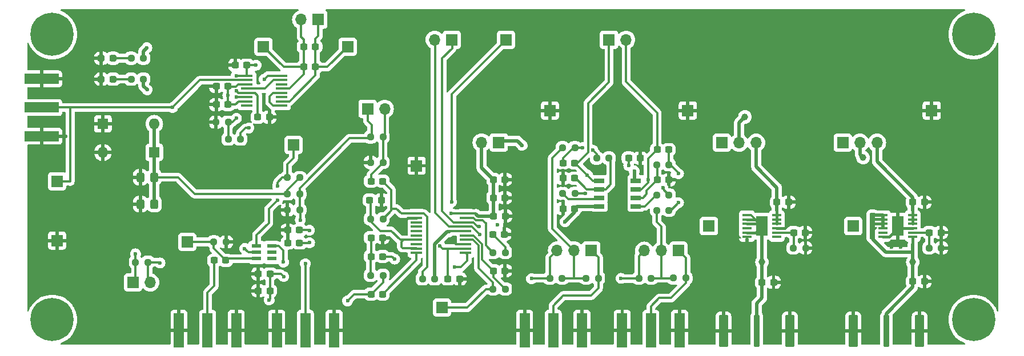
<source format=gtl>
%TF.GenerationSoftware,KiCad,Pcbnew,8.0.2-8.0.2-0~ubuntu20.04.1*%
%TF.CreationDate,2024-05-06T11:04:01+02:00*%
%TF.ProjectId,Receiver Prototype,52656365-6976-4657-9220-50726f746f74,rev?*%
%TF.SameCoordinates,Original*%
%TF.FileFunction,Copper,L1,Top*%
%TF.FilePolarity,Positive*%
%FSLAX46Y46*%
G04 Gerber Fmt 4.6, Leading zero omitted, Abs format (unit mm)*
G04 Created by KiCad (PCBNEW 8.0.2-8.0.2-0~ubuntu20.04.1) date 2024-05-06 11:04:01*
%MOMM*%
%LPD*%
G01*
G04 APERTURE LIST*
G04 Aperture macros list*
%AMRoundRect*
0 Rectangle with rounded corners*
0 $1 Rounding radius*
0 $2 $3 $4 $5 $6 $7 $8 $9 X,Y pos of 4 corners*
0 Add a 4 corners polygon primitive as box body*
4,1,4,$2,$3,$4,$5,$6,$7,$8,$9,$2,$3,0*
0 Add four circle primitives for the rounded corners*
1,1,$1+$1,$2,$3*
1,1,$1+$1,$4,$5*
1,1,$1+$1,$6,$7*
1,1,$1+$1,$8,$9*
0 Add four rect primitives between the rounded corners*
20,1,$1+$1,$2,$3,$4,$5,0*
20,1,$1+$1,$4,$5,$6,$7,0*
20,1,$1+$1,$6,$7,$8,$9,0*
20,1,$1+$1,$8,$9,$2,$3,0*%
G04 Aperture macros list end*
%TA.AperFunction,SMDPad,CuDef*%
%ADD10RoundRect,0.237500X-0.300000X-0.237500X0.300000X-0.237500X0.300000X0.237500X-0.300000X0.237500X0*%
%TD*%
%TA.AperFunction,ComponentPad*%
%ADD11C,6.400000*%
%TD*%
%TA.AperFunction,SMDPad,CuDef*%
%ADD12RoundRect,0.237500X0.300000X0.237500X-0.300000X0.237500X-0.300000X-0.237500X0.300000X-0.237500X0*%
%TD*%
%TA.AperFunction,SMDPad,CuDef*%
%ADD13R,1.333500X0.431800*%
%TD*%
%TA.AperFunction,SMDPad,CuDef*%
%ADD14R,1.752600X2.946400*%
%TD*%
%TA.AperFunction,ComponentPad*%
%ADD15R,1.700000X1.700000*%
%TD*%
%TA.AperFunction,ComponentPad*%
%ADD16O,1.700000X1.700000*%
%TD*%
%TA.AperFunction,SMDPad,CuDef*%
%ADD17RoundRect,0.237500X-0.250000X-0.237500X0.250000X-0.237500X0.250000X0.237500X-0.250000X0.237500X0*%
%TD*%
%TA.AperFunction,ComponentPad*%
%ADD18R,1.600000X1.600000*%
%TD*%
%TA.AperFunction,ComponentPad*%
%ADD19O,1.600000X1.600000*%
%TD*%
%TA.AperFunction,HeatsinkPad*%
%ADD20C,0.600000*%
%TD*%
%TA.AperFunction,HeatsinkPad*%
%ADD21R,1.752600X2.946400*%
%TD*%
%TA.AperFunction,SMDPad,CuDef*%
%ADD22RoundRect,0.237500X0.250000X0.237500X-0.250000X0.237500X-0.250000X-0.237500X0.250000X-0.237500X0*%
%TD*%
%TA.AperFunction,SMDPad,CuDef*%
%ADD23RoundRect,0.250000X0.325000X0.450000X-0.325000X0.450000X-0.325000X-0.450000X0.325000X-0.450000X0*%
%TD*%
%TA.AperFunction,SMDPad,CuDef*%
%ADD24RoundRect,0.141076X0.288924X2.258924X-0.288924X2.258924X-0.288924X-2.258924X0.288924X-2.258924X0*%
%TD*%
%TA.AperFunction,SMDPad,CuDef*%
%ADD25RoundRect,0.221457X0.453543X2.178543X-0.453543X2.178543X-0.453543X-2.178543X0.453543X-2.178543X0*%
%TD*%
%TA.AperFunction,SMDPad,CuDef*%
%ADD26R,1.803400X0.355600*%
%TD*%
%TA.AperFunction,SMDPad,CuDef*%
%ADD27R,1.651000X0.431800*%
%TD*%
%TA.AperFunction,SMDPad,CuDef*%
%ADD28R,1.525000X0.650000*%
%TD*%
%TA.AperFunction,SMDPad,CuDef*%
%ADD29RoundRect,0.237500X-0.287500X-0.237500X0.287500X-0.237500X0.287500X0.237500X-0.287500X0.237500X0*%
%TD*%
%TA.AperFunction,SMDPad,CuDef*%
%ADD30R,5.080000X1.500000*%
%TD*%
%TA.AperFunction,SMDPad,CuDef*%
%ADD31R,1.500000X5.080000*%
%TD*%
%TA.AperFunction,SMDPad,CuDef*%
%ADD32R,1.473200X0.558800*%
%TD*%
%TA.AperFunction,SMDPad,CuDef*%
%ADD33RoundRect,0.250000X-0.325000X-0.450000X0.325000X-0.450000X0.325000X0.450000X-0.325000X0.450000X0*%
%TD*%
%TA.AperFunction,ViaPad*%
%ADD34C,0.600000*%
%TD*%
%TA.AperFunction,ViaPad*%
%ADD35C,1.000000*%
%TD*%
%TA.AperFunction,Conductor*%
%ADD36C,0.300000*%
%TD*%
%TA.AperFunction,Conductor*%
%ADD37C,0.500000*%
%TD*%
%TA.AperFunction,Conductor*%
%ADD38C,0.430000*%
%TD*%
%TA.AperFunction,Conductor*%
%ADD39C,0.400000*%
%TD*%
%TA.AperFunction,Conductor*%
%ADD40C,0.200000*%
%TD*%
%ADD41C,0.300000*%
%ADD42C,0.350000*%
%ADD43C,0.254000*%
G04 APERTURE END LIST*
D10*
%TO.P,C18,1*%
%TO.N,/Inst_Out*%
X138225000Y-92750000D03*
%TO.P,C18,2*%
%TO.N,Net-(U5-IFHI)*%
X139950000Y-92750000D03*
%TD*%
D11*
%TO.P,H2,1*%
%TO.N,N/C*%
X90950000Y-96550000D03*
%TD*%
D12*
%TO.P,C9,1*%
%TO.N,VCC*%
X123244900Y-89750000D03*
%TO.P,C9,2*%
%TO.N,GND*%
X121519900Y-89750000D03*
%TD*%
D13*
%TO.P,U6,1,IN*%
%TO.N,/PWR-*%
X193963600Y-81030517D03*
%TO.P,U6,2,IN*%
X193967450Y-81680519D03*
%TO.P,U6,3,EN/UV*%
X193967450Y-82330517D03*
%TO.P,U6,4,PG*%
%TO.N,unconnected-(U6-PG-Pad4)*%
X193967450Y-82980516D03*
%TO.P,U6,5,PGFB*%
%TO.N,/PWR-*%
X193967450Y-83630517D03*
%TO.P,U6,6,ILIM*%
%TO.N,GND*%
X193967450Y-84280516D03*
%TO.P,U6,7,VIOC*%
%TO.N,unconnected-(U6-VIOC-Pad7)*%
X198399750Y-84280519D03*
%TO.P,U6,8,SET*%
%TO.N,Net-(U6-SET)*%
X198399750Y-83630517D03*
%TO.P,U6,9,GND*%
%TO.N,GND*%
X198399750Y-82980519D03*
%TO.P,U6,10,OUTS*%
%TO.N,/VEE_In*%
X198399750Y-82330520D03*
%TO.P,U6,11,OUT*%
X198399750Y-81680519D03*
%TO.P,U6,12,OUT*%
X198399750Y-81030520D03*
D14*
%TO.P,U6,13,IN*%
%TO.N,/PWR-*%
X196183600Y-82655518D03*
%TD*%
D15*
%TO.P,J6,1,Pin_1*%
%TO.N,/I_Filter_Out*%
X173510001Y-55000000D03*
D16*
%TO.P,J6,2,Pin_2*%
%TO.N,/Q_Filter_Out*%
X176050001Y-55000000D03*
%TD*%
D15*
%TO.P,J21,1,Pin_1*%
%TO.N,/IC_Gain*%
X158250000Y-55000000D03*
%TD*%
D10*
%TO.P,C26,1*%
%TO.N,/IC_Gain*%
X149637500Y-90500000D03*
%TO.P,C26,2*%
%TO.N,GND*%
X151362500Y-90500000D03*
%TD*%
D15*
%TO.P,J19,1,Pin_1*%
%TO.N,/Buff_Out*%
X126750000Y-70625000D03*
%TD*%
D17*
%TO.P,R17,1*%
%TO.N,Net-(U5-FDIN)*%
X145837500Y-90500000D03*
%TO.P,R17,2*%
%TO.N,/VCC_IC*%
X147662500Y-90500000D03*
%TD*%
D12*
%TO.P,C3,1*%
%TO.N,VCC*%
X123244900Y-92250000D03*
%TO.P,C3,2*%
%TO.N,GND*%
X121519900Y-92250000D03*
%TD*%
D15*
%TO.P,J16,1,Pin_1*%
%TO.N,/Buff_In*%
X111000000Y-85000000D03*
%TD*%
D18*
%TO.P,D4,1,K*%
%TO.N,GND*%
X98480000Y-67470000D03*
D19*
%TO.P,D4,2,A*%
%TO.N,Net-(D3-K)*%
X106100000Y-67470000D03*
%TD*%
D12*
%TO.P,C7,1*%
%TO.N,VEE*%
X168397501Y-80057400D03*
%TO.P,C7,2*%
%TO.N,GND*%
X166672501Y-80057400D03*
%TD*%
D15*
%TO.P,J31,1,Pin_1*%
%TO.N,/INB*%
X122293500Y-56030000D03*
%TD*%
%TO.P,J25,1,Pin_1*%
%TO.N,GND*%
X185200000Y-65500000D03*
%TD*%
D10*
%TO.P,C10,1*%
%TO.N,VCC*%
X176422501Y-72557400D03*
%TO.P,C10,2*%
%TO.N,GND*%
X178147501Y-72557400D03*
%TD*%
D15*
%TO.P,J5,1,Pin_1*%
%TO.N,GND*%
X221348809Y-65500000D03*
%TD*%
D13*
%TO.P,U4,1,IN*%
%TO.N,/PWR+*%
X214117700Y-81026859D03*
%TO.P,U4,2,IN*%
X214117700Y-81677099D03*
%TO.P,U4,3,IN*%
X214117700Y-82327339D03*
%TO.P,U4,4,EN/UV*%
X214117700Y-82977579D03*
%TO.P,U4,5,PG*%
%TO.N,unconnected-(U4-PG-Pad5)*%
X214117700Y-83627819D03*
%TO.P,U4,6,ILIM*%
%TO.N,GND*%
X214117700Y-84278059D03*
%TO.P,U4,7,PGFB*%
%TO.N,/PWR+*%
X218550000Y-84278059D03*
%TO.P,U4,8,SET*%
%TO.N,Net-(U4-SET)*%
X218550000Y-83627819D03*
%TO.P,U4,9,GND*%
%TO.N,GND*%
X218550000Y-82977579D03*
%TO.P,U4,10,OUTS*%
%TO.N,/VCC_In*%
X218550000Y-82327339D03*
%TO.P,U4,11,OUT*%
X218550000Y-81677099D03*
%TO.P,U4,12,OUT*%
X218550000Y-81026859D03*
D20*
%TO.P,U4,EPAD,GND*%
%TO.N,GND*%
X215833850Y-81662459D03*
X215833850Y-82662459D03*
X215833850Y-83662459D03*
D21*
X216333850Y-82652459D03*
D20*
X216833850Y-81662459D03*
X216833850Y-82662459D03*
X216833850Y-83662459D03*
%TD*%
D22*
%TO.P,R11,1*%
%TO.N,VCC*%
X104492500Y-60855000D03*
%TO.P,R11,2*%
%TO.N,Net-(D1-A)*%
X102667500Y-60855000D03*
%TD*%
D15*
%TO.P,J24,1,Pin_1*%
%TO.N,VCC*%
X157162500Y-70250000D03*
D16*
%TO.P,J24,2,Pin_2*%
%TO.N,/VCC_IC*%
X154622500Y-70250000D03*
%TD*%
D17*
%TO.P,R15,1*%
%TO.N,GND*%
X138175000Y-73209167D03*
%TO.P,R15,2*%
%TO.N,/Reference_Out*%
X140000000Y-73209167D03*
%TD*%
D22*
%TO.P,R19,1*%
%TO.N,Net-(U5-DMIP)*%
X158137500Y-92000000D03*
%TO.P,R19,2*%
%TO.N,/IC_IFOP*%
X156312500Y-92000000D03*
%TD*%
D15*
%TO.P,J17,1,Pin_1*%
%TO.N,/Reference_Out*%
X137725000Y-65250000D03*
D16*
%TO.P,J17,2,Pin_2*%
X140265000Y-65250000D03*
%TD*%
D17*
%TO.P,R7,1*%
%TO.N,Net-(U2--INB)*%
X180585001Y-73557400D03*
%TO.P,R7,2*%
%TO.N,Net-(C13-Pad2)*%
X182410001Y-73557400D03*
%TD*%
D10*
%TO.P,C30,1*%
%TO.N,/PWR-*%
X196183600Y-91010000D03*
%TO.P,C30,2*%
%TO.N,GND*%
X197908600Y-91010000D03*
%TD*%
D17*
%TO.P,R18,1*%
%TO.N,Net-(C19-Pad2)*%
X138175000Y-89958451D03*
%TO.P,R18,2*%
%TO.N,/Inst_Out*%
X140000000Y-89958451D03*
%TD*%
D15*
%TO.P,J20,1,Pin_1*%
%TO.N,GND*%
X91690000Y-84800000D03*
%TD*%
%TO.P,J15,1,Pin_1*%
%TO.N,/PWR-*%
X188325000Y-82655518D03*
%TD*%
D23*
%TO.P,D6,1,K*%
%TO.N,Net-(D3-K)*%
X106100000Y-79380000D03*
%TO.P,D6,2,A*%
%TO.N,GND*%
X104050000Y-79380000D03*
%TD*%
D15*
%TO.P,J28,1,Pin_1*%
%TO.N,/INA*%
X134760000Y-56030000D03*
%TD*%
D24*
%TO.P,J14,1,In*%
%TO.N,/PWR-*%
X195410000Y-98247500D03*
D25*
%TO.P,J14,2,Ext*%
%TO.N,GND*%
X200325000Y-98247500D03*
X190475000Y-98247500D03*
%TD*%
D12*
%TO.P,C1,1*%
%TO.N,VCC*%
X117010000Y-64630000D03*
%TO.P,C1,2*%
%TO.N,GND*%
X115285000Y-64630000D03*
%TD*%
D17*
%TO.P,R5,1*%
%TO.N,/I_Filter_In*%
X166622501Y-71027400D03*
%TO.P,R5,2*%
%TO.N,Net-(C11-Pad2)*%
X168447501Y-71027400D03*
%TD*%
D10*
%TO.P,C5,1*%
%TO.N,GND*%
X125887500Y-83250000D03*
%TO.P,C5,2*%
%TO.N,VEE*%
X127612500Y-83250000D03*
%TD*%
D26*
%TO.P,U1,1,INA-*%
%TO.N,Net-(U1-INA-)*%
X124935100Y-64795500D03*
%TO.P,U1,2,INA+*%
%TO.N,/INA*%
X124935100Y-64160500D03*
%TO.P,U1,3,\u002ADISB*%
%TO.N,unconnected-(U1-\u002ADISB-Pad3)*%
X124935100Y-63525500D03*
%TO.P,U1,4,INB-*%
%TO.N,Net-(U1-INA-)*%
X124935100Y-62890500D03*
%TO.P,U1,5,INB+*%
%TO.N,/INB*%
X124935100Y-62255500D03*
%TO.P,U1,6,\u002ADISC*%
%TO.N,unconnected-(U1-\u002ADISC-Pad6)*%
X124935100Y-61620500D03*
%TO.P,U1,7,INC-*%
%TO.N,Net-(U1-INC-)*%
X124935100Y-60985500D03*
%TO.P,U1,8,INC+*%
%TO.N,Net-(U1-INC+)*%
X124935100Y-60350500D03*
%TO.P,U1,9,VS-*%
%TO.N,VEE*%
X119829700Y-60350500D03*
%TO.P,U1,10,OUTC*%
%TO.N,/Inst_Out*%
X119829700Y-60985500D03*
%TO.P,U1,11,VS+*%
%TO.N,VCC*%
X119829700Y-61620500D03*
%TO.P,U1,12,OUTB*%
%TO.N,Net-(U1-INC-)*%
X119829700Y-62255500D03*
%TO.P,U1,13,VS-*%
%TO.N,VEE*%
X119829700Y-62890500D03*
%TO.P,U1,14,OUTA*%
%TO.N,Net-(U1-OUTA)*%
X119829700Y-63525500D03*
%TO.P,U1,15,VS+*%
%TO.N,VCC*%
X119829700Y-64160500D03*
%TO.P,U1,16,\u002ADISA*%
%TO.N,unconnected-(U1-\u002ADISA-Pad16)*%
X119829700Y-64795500D03*
%TD*%
D27*
%TO.P,U5,1,FDIN*%
%TO.N,Net-(U5-FDIN)*%
X144985600Y-80799998D03*
%TO.P,U5,2,COM1*%
%TO.N,GND*%
X144985600Y-81449999D03*
%TO.P,U5,3,PRUP*%
%TO.N,unconnected-(U5-PRUP-Pad3)*%
X144985600Y-82099997D03*
%TO.P,U5,4,LOIP*%
%TO.N,unconnected-(U5-LOIP-Pad4)*%
X144985600Y-82749999D03*
%TO.P,U5,5,RFLO*%
%TO.N,unconnected-(U5-RFLO-Pad5)*%
X144985600Y-83399997D03*
%TO.P,U5,6,RFHI*%
%TO.N,unconnected-(U5-RFHI-Pad6)*%
X144985600Y-84049996D03*
%TO.P,U5,7,GREF*%
%TO.N,Net-(U5-GREF)*%
X144985600Y-84699997D03*
%TO.P,U5,8,MXOP*%
%TO.N,unconnected-(U5-MXOP-Pad8)*%
X144985600Y-85349996D03*
%TO.P,U5,9,VMID*%
%TO.N,Net-(U5-GREF)*%
X144985600Y-85999997D03*
%TO.P,U5,10,IFHI*%
%TO.N,Net-(U5-IFHI)*%
X144985600Y-86649996D03*
%TO.P,U5,11,IFLO*%
%TO.N,Net-(U5-IFLO)*%
X152250000Y-86649998D03*
%TO.P,U5,12,GAIN*%
%TO.N,/IC_Gain*%
X152250000Y-86000000D03*
%TO.P,U5,13,COM2*%
%TO.N,GND*%
X152250000Y-85349999D03*
%TO.P,U5,14,IFOP*%
%TO.N,/IC_IFOP*%
X152250000Y-84700000D03*
%TO.P,U5,15,DMIP*%
%TO.N,Net-(U5-DMIP)*%
X152250000Y-84049999D03*
%TO.P,U5,16,VPS2*%
%TO.N,/VCC_IC*%
X152250000Y-83400000D03*
%TO.P,U5,17,QOUT*%
%TO.N,/Q_Filter_In_IC*%
X152250000Y-82749999D03*
%TO.P,U5,18,IOUT*%
%TO.N,/I_Filter_In_IC*%
X152250000Y-82100000D03*
%TO.P,U5,19,FLTR*%
%TO.N,Net-(U5-FLTR)*%
X152250000Y-81449999D03*
%TO.P,U5,20,VPS1*%
%TO.N,/VCC_IC*%
X152250000Y-80800000D03*
%TD*%
D10*
%TO.P,C22,1*%
%TO.N,Net-(C22-Pad1)*%
X156275000Y-83874999D03*
%TO.P,C22,2*%
%TO.N,GND*%
X158000000Y-83874999D03*
%TD*%
D15*
%TO.P,J2,1,Pin_1*%
%TO.N,/PWR+*%
X209700000Y-82655518D03*
%TD*%
D12*
%TO.P,C23,1*%
%TO.N,GND*%
X158087500Y-75750000D03*
%TO.P,C23,2*%
%TO.N,/VCC_IC*%
X156362500Y-75750000D03*
%TD*%
D22*
%TO.P,R26,1*%
%TO.N,/Q_Filter_In_Eval*%
X184900000Y-90370000D03*
%TO.P,R26,2*%
%TO.N,/Q_Filter_In*%
X183075000Y-90370000D03*
%TD*%
D28*
%TO.P,U2,1,OUTA*%
%TO.N,/I_Filter_Out*%
X172073001Y-75902400D03*
%TO.P,U2,2,-INA*%
%TO.N,Net-(U2--INA)*%
X172073001Y-77172400D03*
%TO.P,U2,3,+INA*%
%TO.N,Net-(U2-+INA)*%
X172073001Y-78442400D03*
%TO.P,U2,4,V-*%
%TO.N,VEE*%
X172073001Y-79712400D03*
%TO.P,U2,5,+INB*%
%TO.N,Net-(U2-+INB)*%
X177497001Y-79712400D03*
%TO.P,U2,6,-INB*%
%TO.N,Net-(U2--INB)*%
X177497001Y-78442400D03*
%TO.P,U2,7,OUTB*%
%TO.N,/Q_Filter_Out*%
X177497001Y-77172400D03*
%TO.P,U2,8,V+*%
%TO.N,VCC*%
X177497001Y-75902400D03*
%TD*%
D17*
%TO.P,R21,1*%
%TO.N,Net-(U5-FLTR)*%
X156312500Y-86583332D03*
%TO.P,R21,2*%
%TO.N,Net-(C22-Pad1)*%
X158137500Y-86583332D03*
%TD*%
D10*
%TO.P,C31,1*%
%TO.N,Net-(U6-SET)*%
X200875000Y-83609760D03*
%TO.P,C31,2*%
%TO.N,GND*%
X202600000Y-83609760D03*
%TD*%
D15*
%TO.P,J3,1,Pin_1*%
%TO.N,/Inst_Out*%
X91690000Y-76000000D03*
%TD*%
D17*
%TO.P,R16,1*%
%TO.N,Net-(U5-GREF)*%
X138175000Y-81583808D03*
%TO.P,R16,2*%
%TO.N,Net-(U5-FDIN)*%
X140000000Y-81583808D03*
%TD*%
D10*
%TO.P,C27,1*%
%TO.N,/PWR+*%
X218550000Y-90871941D03*
%TO.P,C27,2*%
%TO.N,GND*%
X220275000Y-90871941D03*
%TD*%
D17*
%TO.P,R28,1*%
%TO.N,/Reference_Out*%
X138175000Y-69425000D03*
%TO.P,R28,2*%
X140000000Y-69425000D03*
%TD*%
D15*
%TO.P,J18,1,Pin_1*%
%TO.N,/Inst_Out*%
X102960000Y-91000000D03*
D16*
%TO.P,J18,2,Pin_2*%
X105500000Y-91000000D03*
%TD*%
D10*
%TO.P,C15,1*%
%TO.N,/Reference_In*%
X114975000Y-87750000D03*
%TO.P,C15,2*%
%TO.N,/Buff_In*%
X116700000Y-87750000D03*
%TD*%
D17*
%TO.P,R22,1*%
%TO.N,Net-(U4-SET)*%
X220957500Y-85900000D03*
%TO.P,R22,2*%
%TO.N,GND*%
X222782500Y-85900000D03*
%TD*%
D10*
%TO.P,C16,1*%
%TO.N,/Reference_Out*%
X138225000Y-76000714D03*
%TO.P,C16,2*%
%TO.N,Net-(U5-FDIN)*%
X139950000Y-76000714D03*
%TD*%
D15*
%TO.P,J10,1,Pin_1*%
%TO.N,GND*%
X144985600Y-73700000D03*
%TD*%
D10*
%TO.P,C32,1*%
%TO.N,/VEE_In*%
X198399750Y-79100000D03*
%TO.P,C32,2*%
%TO.N,GND*%
X200124750Y-79100000D03*
%TD*%
%TO.P,C20,1*%
%TO.N,Net-(C19-Pad2)*%
X138225000Y-84375355D03*
%TO.P,C20,2*%
%TO.N,GND*%
X139950000Y-84375355D03*
%TD*%
%TO.P,C14,1*%
%TO.N,Net-(U2--INB)*%
X180635001Y-75807400D03*
%TO.P,C14,2*%
%TO.N,GND*%
X182360001Y-75807400D03*
%TD*%
%TO.P,C29,1*%
%TO.N,Net-(U4-SET)*%
X221007500Y-83609760D03*
%TO.P,C29,2*%
%TO.N,GND*%
X222732500Y-83609760D03*
%TD*%
D12*
%TO.P,C19,1*%
%TO.N,Net-(U5-IFLO)*%
X139950000Y-87166903D03*
%TO.P,C19,2*%
%TO.N,Net-(C19-Pad2)*%
X138225000Y-87166903D03*
%TD*%
D29*
%TO.P,D2,1,K*%
%TO.N,GND*%
X98247500Y-57740000D03*
%TO.P,D2,2,A*%
%TO.N,Net-(D2-A)*%
X99997500Y-57740000D03*
%TD*%
D10*
%TO.P,C28,1*%
%TO.N,/VCC_In*%
X218550000Y-79100000D03*
%TO.P,C28,2*%
%TO.N,GND*%
X220275000Y-79100000D03*
%TD*%
D30*
%TO.P,J4,1,In*%
%TO.N,/Inst_Out*%
X89380000Y-65060000D03*
%TO.P,J4,2,Ext*%
%TO.N,GND*%
X89380000Y-69310000D03*
X89380000Y-60810000D03*
%TD*%
D17*
%TO.P,R6,1*%
%TO.N,Net-(U2-+INB)*%
X180585001Y-78057400D03*
%TO.P,R6,2*%
%TO.N,/Q_Filter_Out*%
X182410001Y-78057400D03*
%TD*%
%TO.P,R4,1*%
%TO.N,Net-(C11-Pad2)*%
X171660001Y-72557400D03*
%TO.P,R4,2*%
%TO.N,Net-(U2--INA)*%
X173485001Y-72557400D03*
%TD*%
%TO.P,R10,1*%
%TO.N,/Buff_Out*%
X125837500Y-75475000D03*
%TO.P,R10,2*%
%TO.N,Net-(D3-K)*%
X127662500Y-75475000D03*
%TD*%
D22*
%TO.P,R3,1*%
%TO.N,/I_Filter_Out*%
X168447501Y-77807400D03*
%TO.P,R3,2*%
%TO.N,Net-(U2-+INA)*%
X166622501Y-77807400D03*
%TD*%
D31*
%TO.P,J12,1,In*%
%TO.N,/Reference_Out*%
X128500000Y-98137500D03*
%TO.P,J12,2,Ext*%
%TO.N,GND*%
X132750000Y-98137500D03*
X124250000Y-98137500D03*
%TD*%
D22*
%TO.P,R27,1*%
%TO.N,/Q_Filter_In*%
X179760000Y-90380000D03*
%TO.P,R27,2*%
%TO.N,/Q_Filter_In_IC*%
X177935000Y-90380000D03*
%TD*%
D29*
%TO.P,D1,1,K*%
%TO.N,GND*%
X98247500Y-60855000D03*
%TO.P,D1,2,A*%
%TO.N,Net-(D1-A)*%
X99997500Y-60855000D03*
%TD*%
D12*
%TO.P,C36,1*%
%TO.N,/INA*%
X129982500Y-59030000D03*
%TO.P,C36,2*%
%TO.N,/INB*%
X128257500Y-59030000D03*
%TD*%
D32*
%TO.P,U3,1,OUPUT*%
%TO.N,/Buff_Out*%
X121264800Y-85599998D03*
%TO.P,U3,2,VS-*%
%TO.N,VEE*%
X121264800Y-86549999D03*
%TO.P,U3,3,IN+*%
%TO.N,/Buff_In*%
X121264800Y-87500000D03*
%TO.P,U3,4,IN-*%
%TO.N,unconnected-(U3-IN--Pad4)*%
X123500000Y-87500000D03*
%TO.P,U3,5,\u002ADIS*%
%TO.N,unconnected-(U3-\u002ADIS-Pad5)*%
X123500000Y-86549999D03*
%TO.P,U3,6,VS+*%
%TO.N,VCC*%
X123500000Y-85599998D03*
%TD*%
D31*
%TO.P,J8,1,In*%
%TO.N,/Q_Filter_In_Eval*%
X179716666Y-98137500D03*
%TO.P,J8,2,Ext*%
%TO.N,GND*%
X183966666Y-98137500D03*
X175466666Y-98137500D03*
%TD*%
D17*
%TO.P,R23,1*%
%TO.N,/Inst_Out*%
X103322500Y-88020000D03*
%TO.P,R23,2*%
X105147500Y-88020000D03*
%TD*%
D15*
%TO.P,J30,1,Pin_1*%
%TO.N,/Q_Filter_In_Eval*%
X183805000Y-86310000D03*
D16*
%TO.P,J30,2,Pin_2*%
%TO.N,/Q_Filter_In*%
X181265000Y-86310000D03*
%TO.P,J30,3,Pin_3*%
%TO.N,/Q_Filter_In_IC*%
X178725000Y-86310000D03*
%TD*%
D17*
%TO.P,R9,1*%
%TO.N,/Buff_In*%
X114925000Y-85000000D03*
%TO.P,R9,2*%
%TO.N,GND*%
X116750000Y-85000000D03*
%TD*%
D22*
%TO.P,R12,1*%
%TO.N,VEE*%
X104492500Y-57740000D03*
%TO.P,R12,2*%
%TO.N,Net-(D2-A)*%
X102667500Y-57740000D03*
%TD*%
D24*
%TO.P,J13,1,In*%
%TO.N,/PWR+*%
X214650000Y-98247500D03*
D25*
%TO.P,J13,2,Ext*%
%TO.N,GND*%
X219565000Y-98247500D03*
X209715000Y-98247500D03*
%TD*%
D33*
%TO.P,D5,1,K*%
%TO.N,GND*%
X104050000Y-75400000D03*
%TO.P,D5,2,A*%
%TO.N,Net-(D3-K)*%
X106100000Y-75400000D03*
%TD*%
D12*
%TO.P,C4,1*%
%TO.N,VCC*%
X117010000Y-61920000D03*
%TO.P,C4,2*%
%TO.N,GND*%
X115285000Y-61920000D03*
%TD*%
D22*
%TO.P,R25,1*%
%TO.N,/I_Filter_In*%
X166570595Y-90390000D03*
%TO.P,R25,2*%
%TO.N,/I_Filter_In_IC*%
X164745595Y-90390000D03*
%TD*%
D31*
%TO.P,J11,1,In*%
%TO.N,/Reference_In*%
X114000000Y-98137500D03*
%TO.P,J11,2,Ext*%
%TO.N,GND*%
X118250000Y-98137500D03*
X109750000Y-98137500D03*
%TD*%
D15*
%TO.P,J22,1,Pin_1*%
%TO.N,/IC_IFOP*%
X148750000Y-94750000D03*
%TD*%
D12*
%TO.P,C2,1*%
%TO.N,VEE*%
X119829700Y-58770000D03*
%TO.P,C2,2*%
%TO.N,GND*%
X118104700Y-58770000D03*
%TD*%
%TO.P,C8,1*%
%TO.N,VEE*%
X127612500Y-85166666D03*
%TO.P,C8,2*%
%TO.N,GND*%
X125887500Y-85166666D03*
%TD*%
D17*
%TO.P,R13,1*%
%TO.N,Net-(D3-K)*%
X125837500Y-77888750D03*
%TO.P,R13,2*%
%TO.N,/Reference_Out*%
X127662500Y-77888750D03*
%TD*%
D10*
%TO.P,C24,1*%
%TO.N,/VCC_IC*%
X156412500Y-81166666D03*
%TO.P,C24,2*%
%TO.N,GND*%
X158137500Y-81166666D03*
%TD*%
D18*
%TO.P,D3,1,K*%
%TO.N,Net-(D3-K)*%
X106100000Y-71720000D03*
D19*
%TO.P,D3,2,A*%
%TO.N,GND*%
X98480000Y-71720000D03*
%TD*%
D17*
%TO.P,R1,1*%
%TO.N,Net-(U1-OUTA)*%
X117060000Y-69750000D03*
%TO.P,R1,2*%
%TO.N,Net-(U1-INC+)*%
X118885000Y-69750000D03*
%TD*%
D12*
%TO.P,C37,1*%
%TO.N,/INA*%
X129982500Y-56030000D03*
%TO.P,C37,2*%
%TO.N,/INB*%
X128257500Y-56030000D03*
%TD*%
D15*
%TO.P,J23,1,Pin_1*%
%TO.N,/I_Filter_In_IC*%
X150210000Y-55000000D03*
D16*
%TO.P,J23,2,Pin_2*%
%TO.N,/Q_Filter_In_IC*%
X147670000Y-55000000D03*
%TD*%
D12*
%TO.P,C12,1*%
%TO.N,Net-(U2--INA)*%
X168397501Y-75557400D03*
%TO.P,C12,2*%
%TO.N,GND*%
X166672501Y-75557400D03*
%TD*%
D11*
%TO.P,H3,1*%
%TO.N,N/C*%
X227550000Y-96550000D03*
%TD*%
D15*
%TO.P,J9,1,Pin_1*%
%TO.N,GND*%
X164750000Y-65500000D03*
%TD*%
D10*
%TO.P,C13,1*%
%TO.N,/Q_Filter_Out*%
X180635001Y-71307400D03*
%TO.P,C13,2*%
%TO.N,Net-(C13-Pad2)*%
X182360001Y-71307400D03*
%TD*%
D17*
%TO.P,R14,1*%
%TO.N,GND*%
X125837500Y-80250000D03*
%TO.P,R14,2*%
%TO.N,/Reference_Out*%
X127662500Y-80250000D03*
%TD*%
D15*
%TO.P,J27,1,Pin_1*%
%TO.N,/PWR-*%
X190250001Y-70281118D03*
D16*
%TO.P,J27,2,Pin_2*%
%TO.N,VEE*%
X192790001Y-70281118D03*
%TO.P,J27,3,Pin_3*%
%TO.N,/VEE_In*%
X195330001Y-70281118D03*
%TD*%
D22*
%TO.P,R8,1*%
%TO.N,Net-(C13-Pad2)*%
X182410001Y-80307400D03*
%TO.P,R8,2*%
%TO.N,/Q_Filter_In*%
X180585001Y-80307400D03*
%TD*%
D11*
%TO.P,H4,1*%
%TO.N,N/C*%
X227550000Y-54200000D03*
%TD*%
D10*
%TO.P,C6,1*%
%TO.N,VEE*%
X121431000Y-66475000D03*
%TO.P,C6,2*%
%TO.N,GND*%
X123156000Y-66475000D03*
%TD*%
%TO.P,C25,1*%
%TO.N,Net-(U5-DMIP)*%
X156362500Y-89291665D03*
%TO.P,C25,2*%
%TO.N,GND*%
X158087500Y-89291665D03*
%TD*%
D12*
%TO.P,C17,1*%
%TO.N,GND*%
X139750000Y-78792261D03*
%TO.P,C17,2*%
%TO.N,Net-(U5-GREF)*%
X138025000Y-78792261D03*
%TD*%
D15*
%TO.P,J29,1,Pin_1*%
%TO.N,/I_Filter_In_Eval*%
X170880595Y-86260000D03*
D16*
%TO.P,J29,2,Pin_2*%
%TO.N,/I_Filter_In*%
X168340595Y-86260000D03*
%TO.P,J29,3,Pin_3*%
%TO.N,/I_Filter_In_IC*%
X165800595Y-86260000D03*
%TD*%
D10*
%TO.P,C21,1*%
%TO.N,/VCC_IC*%
X156362500Y-78458333D03*
%TO.P,C21,2*%
%TO.N,GND*%
X158087500Y-78458333D03*
%TD*%
D17*
%TO.P,R2,1*%
%TO.N,GND*%
X115235000Y-67225000D03*
%TO.P,R2,2*%
%TO.N,Net-(U1-OUTA)*%
X117060000Y-67225000D03*
%TD*%
%TO.P,R20,1*%
%TO.N,Net-(U6-SET)*%
X200825000Y-85900000D03*
%TO.P,R20,2*%
%TO.N,GND*%
X202650000Y-85900000D03*
%TD*%
D12*
%TO.P,C11,1*%
%TO.N,/I_Filter_Out*%
X168397501Y-73277400D03*
%TO.P,C11,2*%
%TO.N,Net-(C11-Pad2)*%
X166672501Y-73277400D03*
%TD*%
D15*
%TO.P,J1,1,Pin_1*%
%TO.N,/INA*%
X130420000Y-52020000D03*
D16*
%TO.P,J1,2,Pin_2*%
%TO.N,/INB*%
X127880000Y-52020000D03*
%TD*%
D11*
%TO.P,H1,1*%
%TO.N,N/C*%
X90950000Y-54200000D03*
%TD*%
D15*
%TO.P,J26,1,Pin_1*%
%TO.N,/PWR+*%
X208170000Y-70281118D03*
D16*
%TO.P,J26,2,Pin_2*%
%TO.N,VCC*%
X210710000Y-70281118D03*
%TO.P,J26,3,Pin_3*%
%TO.N,/VCC_In*%
X213250000Y-70281118D03*
%TD*%
D22*
%TO.P,R24,1*%
%TO.N,/I_Filter_In_Eval*%
X171940595Y-90390000D03*
%TO.P,R24,2*%
%TO.N,/I_Filter_In*%
X170115595Y-90390000D03*
%TD*%
D31*
%TO.P,J7,1,In*%
%TO.N,/I_Filter_In_Eval*%
X165250000Y-98137500D03*
%TO.P,J7,2,Ext*%
%TO.N,GND*%
X169500000Y-98137500D03*
X161000000Y-98137500D03*
%TD*%
D34*
%TO.N,GND*%
X98250000Y-59297499D03*
X197450000Y-96950000D03*
X220275000Y-80350000D03*
X173613333Y-81920000D03*
X88050000Y-85325000D03*
X158640000Y-52830000D03*
X200124750Y-77750000D03*
X118180000Y-84990000D03*
X124425000Y-80250000D03*
X126290000Y-98190000D03*
X202600000Y-87210000D03*
X146265000Y-99110000D03*
X108380000Y-52830000D03*
X163060000Y-96960000D03*
X221725000Y-79100000D03*
X202600000Y-82070000D03*
X230140000Y-74030000D03*
X150951000Y-99110000D03*
X116190000Y-98190000D03*
X197925000Y-92325000D03*
X148608000Y-99110000D03*
X200124750Y-80575000D03*
X185130000Y-75780000D03*
X110920000Y-52830000D03*
X177630000Y-96960000D03*
X92925000Y-69300000D03*
X193300000Y-99110000D03*
X230140000Y-89270000D03*
X167310000Y-99110000D03*
X200124750Y-82070000D03*
X175650000Y-52810000D03*
X195970000Y-52810000D03*
X104050000Y-81000000D03*
X163720000Y-52830000D03*
X193967450Y-85475000D03*
X222732500Y-84760000D03*
X159510000Y-78445000D03*
X88050000Y-90405000D03*
X105840000Y-52830000D03*
X198510000Y-52810000D03*
X143922000Y-99110000D03*
X89380000Y-67184999D03*
X96750000Y-71720000D03*
X125940000Y-81800000D03*
X89380000Y-71250000D03*
X200325000Y-94290000D03*
X97214000Y-99110000D03*
X230140000Y-63870000D03*
X175070000Y-71110000D03*
X185130000Y-78057400D03*
X136630000Y-78790000D03*
X134980000Y-98190000D03*
X171650000Y-99110000D03*
X157980000Y-99110000D03*
X158100000Y-77050000D03*
X136630000Y-73230000D03*
X220275000Y-92371941D03*
X107400000Y-98190000D03*
X230140000Y-71490000D03*
X230140000Y-58790000D03*
X209750000Y-94290000D03*
X139950000Y-85730000D03*
X156100000Y-52830000D03*
X120220000Y-89700000D03*
X181500000Y-74750000D03*
X158750000Y-96960000D03*
X183270000Y-52810000D03*
X172490000Y-96960000D03*
X230140000Y-86730000D03*
X159520000Y-89240000D03*
X141670000Y-82180000D03*
X113600000Y-64625000D03*
X98220000Y-52830000D03*
X109750000Y-94560000D03*
X88050000Y-75165000D03*
X167310000Y-96960000D03*
X185810000Y-52810000D03*
X193300000Y-96950000D03*
X120220000Y-92290000D03*
X111900000Y-98190000D03*
X151020000Y-52830000D03*
X178190000Y-52810000D03*
X142950000Y-82180000D03*
X98200000Y-56315000D03*
X115250000Y-65975000D03*
X124425000Y-83250000D03*
X176576666Y-81920000D03*
X104050000Y-77389999D03*
X153560000Y-52830000D03*
X188063887Y-99110000D03*
X230140000Y-84190000D03*
X178130000Y-71110000D03*
X190890000Y-52810000D03*
X96820000Y-60855000D03*
X116775000Y-86412499D03*
X211210000Y-52810000D03*
X230140000Y-76570000D03*
X203975000Y-83530000D03*
X104050000Y-73525000D03*
X145940000Y-52830000D03*
X113600000Y-61920000D03*
X230140000Y-91810000D03*
X179540000Y-81920000D03*
X146230000Y-91870000D03*
X224210000Y-92800000D03*
X224210000Y-99110000D03*
X218830000Y-52810000D03*
X158090000Y-90610000D03*
X141579000Y-99110000D03*
X171340000Y-52830000D03*
X136630000Y-81550000D03*
X221370000Y-52810000D03*
X180730000Y-52810000D03*
X158110000Y-87920000D03*
X169470000Y-94290000D03*
X152840000Y-90510000D03*
X201050000Y-52810000D03*
X158090000Y-79850000D03*
X88050000Y-72625000D03*
X215040000Y-79546941D03*
X99557000Y-99110000D03*
X202550000Y-99110000D03*
X161000000Y-94290000D03*
X168800000Y-52830000D03*
X121510000Y-93610000D03*
X136893000Y-99110000D03*
X115250000Y-63274999D03*
X181840000Y-96960000D03*
X216770000Y-85746941D03*
X230140000Y-68950000D03*
X161180000Y-52830000D03*
X190475000Y-94290000D03*
X106586000Y-99110000D03*
X136630000Y-84390000D03*
X98200000Y-62325000D03*
X159440000Y-83870000D03*
X159510000Y-75740000D03*
X202600000Y-84760000D03*
X118540000Y-52830000D03*
X201675000Y-79100000D03*
X188063887Y-96950000D03*
X220275000Y-77775000D03*
X206130000Y-52810000D03*
X192200000Y-84275000D03*
X166675000Y-76625000D03*
X159510000Y-81150000D03*
X103300000Y-52830000D03*
X89380000Y-62934999D03*
X135780000Y-52830000D03*
X230140000Y-66410000D03*
X166260000Y-52830000D03*
X222732500Y-87210000D03*
X163060000Y-99110000D03*
X116775000Y-83600000D03*
X92925000Y-60855000D03*
X88050000Y-82785000D03*
X89380000Y-58770000D03*
X123156000Y-67675000D03*
X102250000Y-79380000D03*
X192200000Y-80735401D03*
X88050000Y-77705000D03*
X94871000Y-99110000D03*
X207575000Y-96950000D03*
X197925000Y-89550000D03*
X212500000Y-96950000D03*
X96750000Y-67470000D03*
X98480000Y-69594999D03*
X124290000Y-94560000D03*
X173220000Y-99110000D03*
X188350000Y-52810000D03*
X124550000Y-66475000D03*
X181840000Y-99110000D03*
X116600000Y-58770000D03*
X95680000Y-52830000D03*
X224240000Y-83530000D03*
X132740000Y-94560000D03*
X212500000Y-99110000D03*
X139740000Y-80220000D03*
X166675000Y-74450000D03*
X153294000Y-99110000D03*
X166675000Y-78950000D03*
X177630000Y-99110000D03*
X197450000Y-99110000D03*
X192200000Y-82505200D03*
X171725000Y-74450000D03*
X148800000Y-91870000D03*
X138170000Y-71600000D03*
X102250000Y-75400000D03*
X101900000Y-99110000D03*
X88050000Y-80245000D03*
X202550000Y-96950000D03*
X219625000Y-94290000D03*
X230140000Y-79110000D03*
X113460000Y-52830000D03*
X130580000Y-98190000D03*
X220980000Y-82070000D03*
X203975000Y-85860000D03*
X220275000Y-89396941D03*
X155637000Y-99110000D03*
X98480000Y-73525000D03*
X212500000Y-79546941D03*
X183990000Y-94290000D03*
X215390000Y-85746941D03*
X216750000Y-99110000D03*
X113600000Y-67225000D03*
X143400000Y-52830000D03*
X140860000Y-52830000D03*
X224240000Y-85860000D03*
X138320000Y-52830000D03*
X230140000Y-61330000D03*
X186542776Y-99110000D03*
X121080000Y-52830000D03*
X207575000Y-99110000D03*
X96820000Y-57725000D03*
X208670000Y-52810000D03*
X151370000Y-91870000D03*
X104243000Y-99110000D03*
X199325000Y-91010000D03*
X158050000Y-74250000D03*
X100760000Y-52830000D03*
X136630000Y-75920000D03*
X203590000Y-52810000D03*
X216290000Y-52810000D03*
X118104700Y-57375000D03*
X175540000Y-94290000D03*
X88050000Y-87865000D03*
X141520000Y-85730000D03*
X126500000Y-86750000D03*
X121210000Y-98190000D03*
X193430000Y-52810000D03*
X139236000Y-99110000D03*
X221810000Y-90871941D03*
X116000000Y-52830000D03*
X170650000Y-81920000D03*
X150500000Y-85050000D03*
X222732500Y-82070000D03*
X213750000Y-52810000D03*
X148480000Y-52830000D03*
X173110000Y-52810000D03*
X216750000Y-96950000D03*
X118220000Y-94560000D03*
X186542776Y-96950000D03*
X230140000Y-81650000D03*
%TO.N,/I_Filter_Out*%
X170000000Y-77807400D03*
X170285001Y-75057400D03*
%TO.N,Net-(C11-Pad2)*%
X169600000Y-71000000D03*
X171120000Y-71390000D03*
%TO.N,/Q_Filter_Out*%
X179310001Y-75810001D03*
X181500000Y-77000000D03*
%TO.N,Net-(C13-Pad2)*%
X183810001Y-74875000D03*
X183810000Y-79190000D03*
%TO.N,/Inst_Out*%
X134750000Y-93750000D03*
X108812500Y-65060000D03*
X106950000Y-88130000D03*
X103325000Y-86775000D03*
%TO.N,Net-(U1-OUTA)*%
X118275000Y-63525000D03*
X118275000Y-66650000D03*
%TO.N,Net-(U1-INC+)*%
X120125000Y-68100000D03*
X122390000Y-60860000D03*
%TO.N,/Reference_Out*%
X128490000Y-88250000D03*
X127750000Y-81750000D03*
%TO.N,Net-(U5-IFLO)*%
X150620000Y-88750000D03*
X141730000Y-87550000D03*
%TO.N,/IC_Gain*%
X148450000Y-85610000D03*
X150190000Y-79070000D03*
%TO.N,/VCC_IC*%
X150140000Y-80800000D03*
X149750000Y-83500000D03*
%TO.N,/Buff_Out*%
X124375000Y-78790000D03*
X124375000Y-76700000D03*
D35*
%TO.N,/PWR+*%
X218550000Y-88000000D03*
%TO.N,/PWR-*%
X196183600Y-88000000D03*
D34*
%TO.N,VCC*%
X176425000Y-73675000D03*
X117000000Y-63274999D03*
X105050000Y-62425000D03*
X160630000Y-70670000D03*
D35*
X211175000Y-72500000D03*
D34*
X125280000Y-90150000D03*
X125250000Y-88000000D03*
X123130000Y-93610000D03*
X177250000Y-74480000D03*
%TO.N,VEE*%
X119500000Y-86000000D03*
D35*
X193650000Y-66450000D03*
D34*
X105000000Y-56175000D03*
X157000000Y-82500000D03*
X167000000Y-82000000D03*
X129100000Y-83275000D03*
X118255502Y-62588406D03*
X121190000Y-58770000D03*
X118250500Y-60335500D03*
X129125000Y-85125000D03*
%TO.N,/I_Filter_In_IC*%
X162030000Y-90460000D03*
X154290000Y-82720000D03*
%TO.N,/Q_Filter_In_IC*%
X154350000Y-83940000D03*
X175300000Y-90420000D03*
%TD*%
D36*
%TO.N,GND*%
X139750000Y-80210000D02*
X139750000Y-78792261D01*
D37*
X178147501Y-71127501D02*
X178130000Y-71110000D01*
X125887500Y-85166666D02*
X125887500Y-83250000D01*
D38*
X198399750Y-82980519D02*
X199544481Y-82980519D01*
D37*
X166497501Y-75557400D02*
X166535001Y-75557400D01*
D38*
X214117700Y-84278059D02*
X215084450Y-84278059D01*
X199544481Y-82980519D02*
X200124750Y-82400250D01*
D36*
X150500000Y-85050000D02*
X150799999Y-85349999D01*
D39*
X143680001Y-81449999D02*
X142950000Y-82180000D01*
D36*
X151362500Y-90500000D02*
X151500000Y-90500000D01*
X138209167Y-73209167D02*
X138250000Y-73250000D01*
D38*
X215084450Y-84278059D02*
X216333850Y-83028659D01*
D40*
X216658970Y-83506461D02*
X216333850Y-83181341D01*
D38*
X216658970Y-82977579D02*
X216333850Y-82652459D01*
D36*
X166672501Y-75557400D02*
X166535001Y-75557400D01*
X216333850Y-83028659D02*
X216333850Y-82652459D01*
D37*
X166497501Y-80057400D02*
X166535001Y-80057400D01*
D39*
X144985600Y-81449999D02*
X143680001Y-81449999D01*
D36*
X138175000Y-73209167D02*
X138209167Y-73209167D01*
X216333850Y-83557541D02*
X216333850Y-83181341D01*
D38*
X218550000Y-82977579D02*
X216658970Y-82977579D01*
X200124750Y-82400250D02*
X200124750Y-82070000D01*
D36*
X139740000Y-80220000D02*
X139750000Y-80210000D01*
X139750000Y-78792261D02*
X139750000Y-78750000D01*
X150799999Y-85349999D02*
X152250000Y-85349999D01*
X178322501Y-72557400D02*
X178285001Y-72557400D01*
%TO.N,/I_Filter_Out*%
X170394607Y-71680393D02*
X170394607Y-64430393D01*
X173510001Y-61314999D02*
X173510001Y-55000000D01*
X168397501Y-73277400D02*
X168797600Y-73277400D01*
X168397501Y-73277400D02*
X168505001Y-73277400D01*
X172320002Y-75902400D02*
X171130001Y-75902400D01*
X171130001Y-75902400D02*
X170285001Y-75057400D01*
X168447501Y-77807400D02*
X170000000Y-77807400D01*
X170394607Y-64430393D02*
X173510001Y-61314999D01*
X168505001Y-73277400D02*
X170285001Y-75057400D01*
X168797600Y-73277400D02*
X170394607Y-71680393D01*
%TO.N,Net-(C11-Pad2)*%
X171660001Y-71930001D02*
X171660001Y-72557400D01*
X168222600Y-71027400D02*
X166672501Y-72577499D01*
X171120000Y-71390000D02*
X171660001Y-71930001D01*
X168474901Y-71000000D02*
X168407501Y-71067400D01*
X168447501Y-71027400D02*
X168222600Y-71027400D01*
X169600000Y-71000000D02*
X168474901Y-71000000D01*
X166672501Y-72577499D02*
X166672501Y-73277400D01*
%TO.N,Net-(U2--INA)*%
X173750000Y-72734899D02*
X173572501Y-72557400D01*
X173750000Y-76450000D02*
X173750000Y-72734899D01*
X168572501Y-75557400D02*
X170187501Y-77172400D01*
X173027600Y-77172400D02*
X173750000Y-76450000D01*
X170187501Y-77172400D02*
X173027600Y-77172400D01*
%TO.N,/Q_Filter_Out*%
X179310001Y-72632400D02*
X180635001Y-71307400D01*
X180535001Y-71382400D02*
X180460001Y-71307400D01*
X180535001Y-71307400D02*
X180535001Y-71382400D01*
X179310001Y-75810001D02*
X179310001Y-72632400D01*
X181500000Y-77000000D02*
X181500000Y-77147399D01*
X180635001Y-65835001D02*
X176050001Y-61250001D01*
X179310001Y-76189999D02*
X179310001Y-75810001D01*
X176050001Y-61250001D02*
X176050001Y-55000000D01*
X178327600Y-77172400D02*
X179310001Y-76189999D01*
X180635001Y-71307400D02*
X180635001Y-65835001D01*
X180460001Y-71307400D02*
X180535001Y-71307400D01*
X181500000Y-77147399D02*
X182410001Y-78057400D01*
X177250000Y-77172400D02*
X178327600Y-77172400D01*
%TO.N,Net-(C13-Pad2)*%
X182410001Y-80307400D02*
X182692600Y-80307400D01*
X182360001Y-73507400D02*
X182410001Y-73557400D01*
X183810001Y-74875000D02*
X183810001Y-74794900D01*
X183810001Y-74794900D02*
X182535001Y-73519900D01*
X182692600Y-80307400D02*
X183810000Y-79190000D01*
X182360001Y-71307400D02*
X182360001Y-73507400D01*
%TO.N,Net-(U2--INB)*%
X180635001Y-75807400D02*
X180635001Y-73607400D01*
X179100000Y-77342401D02*
X179100000Y-77925000D01*
X178582600Y-78442400D02*
X177497001Y-78442400D01*
X179100000Y-77925000D02*
X178582600Y-78442400D01*
X180635001Y-75807400D02*
X179100000Y-77342401D01*
X180635001Y-73607400D02*
X180585001Y-73557400D01*
%TO.N,/INB*%
X128257500Y-60134800D02*
X128257500Y-59030000D01*
X124935100Y-62255500D02*
X126136800Y-62255500D01*
X128257500Y-56030000D02*
X128257500Y-54947500D01*
X128257500Y-59030000D02*
X125293500Y-59030000D01*
X125293500Y-59030000D02*
X122293500Y-56030000D01*
X127880000Y-54570000D02*
X127880000Y-52020000D01*
X128257500Y-56030000D02*
X128257500Y-59030000D01*
X126136800Y-62255500D02*
X128257500Y-60134800D01*
X128257500Y-54947500D02*
X127880000Y-54570000D01*
%TO.N,/INA*%
X124935100Y-64160500D02*
X126136800Y-64160500D01*
X129982500Y-59030000D02*
X131760000Y-59030000D01*
X126136800Y-64160500D02*
X129982500Y-60314800D01*
X130420000Y-54420000D02*
X130420000Y-52020000D01*
X129982500Y-59030000D02*
X129982500Y-56030000D01*
X129982500Y-60314800D02*
X129982500Y-59030000D01*
X129982500Y-59030000D02*
X129982500Y-54857500D01*
X131760000Y-59030000D02*
X134760000Y-56030000D01*
X129982500Y-54857500D02*
X130420000Y-54420000D01*
%TO.N,/Inst_Out*%
X112887000Y-60985500D02*
X119829700Y-60985500D01*
X140000000Y-89958451D02*
X140000000Y-90975000D01*
X108812500Y-65060000D02*
X112887000Y-60985500D01*
X140000000Y-90975000D02*
X138225000Y-92750000D01*
X105147500Y-88020000D02*
X106840000Y-88020000D01*
X134750000Y-93750000D02*
X135750000Y-92750000D01*
X105147500Y-90647500D02*
X105500000Y-91000000D01*
X106840000Y-88020000D02*
X106950000Y-88130000D01*
X93625000Y-65060000D02*
X93625000Y-76025000D01*
X93625000Y-65060000D02*
X108812500Y-65060000D01*
X103325000Y-86775000D02*
X103325000Y-88017500D01*
X93600000Y-76000000D02*
X93625000Y-76025000D01*
X135750000Y-92750000D02*
X138225000Y-92750000D01*
X105147500Y-88020000D02*
X105147500Y-90647500D01*
X93625000Y-65060000D02*
X89380000Y-65060000D01*
X91690000Y-76000000D02*
X93600000Y-76000000D01*
X103325000Y-88017500D02*
X103322500Y-88020000D01*
X103322500Y-90637500D02*
X102960000Y-91000000D01*
X103322500Y-88020000D02*
X103322500Y-90637500D01*
%TO.N,/I_Filter_In*%
X168250000Y-90390000D02*
X168340595Y-90299405D01*
X165100000Y-83019405D02*
X165100000Y-72549901D01*
X168340595Y-86260000D02*
X165100000Y-83019405D01*
X166570595Y-90390000D02*
X168250000Y-90390000D01*
X168250000Y-90390000D02*
X170115595Y-90390000D01*
X168340595Y-90299405D02*
X168340595Y-86260000D01*
X165100000Y-72549901D02*
X166622501Y-71027400D01*
%TO.N,/Q_Filter_In*%
X180585001Y-82075001D02*
X180585001Y-80307400D01*
X181265000Y-90285000D02*
X181360000Y-90380000D01*
X181265000Y-82755000D02*
X180585001Y-82075001D01*
X179760000Y-90380000D02*
X181360000Y-90380000D01*
X181360000Y-90380000D02*
X183065000Y-90380000D01*
X183065000Y-90380000D02*
X183075000Y-90370000D01*
X181265000Y-86310000D02*
X181265000Y-90285000D01*
X181265000Y-86310000D02*
X181265000Y-82755000D01*
%TO.N,Net-(U1-OUTA)*%
X119829700Y-63525500D02*
X118275500Y-63525500D01*
X117060000Y-67225000D02*
X117700000Y-67225000D01*
X117060000Y-67225000D02*
X117060000Y-69750000D01*
X117700000Y-67225000D02*
X118275000Y-66650000D01*
X118275500Y-63525500D02*
X118275000Y-63525000D01*
%TO.N,Net-(U1-INC+)*%
X119610000Y-68100000D02*
X120125000Y-68100000D01*
X122390000Y-60860000D02*
X122899500Y-60350500D01*
X118885000Y-68825000D02*
X119610000Y-68100000D01*
X122899500Y-60350500D02*
X124935100Y-60350500D01*
X118885000Y-69750000D02*
X118885000Y-68825000D01*
%TO.N,Net-(U2-+INA)*%
X172130002Y-78632400D02*
X172320002Y-78442400D01*
X166622501Y-77807400D02*
X167447501Y-78632400D01*
X167447501Y-78632400D02*
X172130002Y-78632400D01*
%TO.N,Net-(U2-+INB)*%
X178842501Y-79712400D02*
X177250000Y-79712400D01*
X180497501Y-78057400D02*
X178842501Y-79712400D01*
%TO.N,Net-(U1-INC-)*%
X119829700Y-62255500D02*
X122520600Y-62255500D01*
X123790600Y-60985500D02*
X124935100Y-60985500D01*
X122520600Y-62255500D02*
X123790600Y-60985500D01*
%TO.N,Net-(U1-INA-)*%
X124935100Y-62890500D02*
X123709500Y-62890500D01*
X123220000Y-63380000D02*
X123230000Y-63390000D01*
X123709500Y-62890500D02*
X123220000Y-63380000D01*
X123733400Y-64795500D02*
X124935100Y-64795500D01*
X123230000Y-64292100D02*
X123733400Y-64795500D01*
X123230000Y-63390000D02*
X123230000Y-64292100D01*
%TO.N,Net-(D1-A)*%
X99997500Y-60855000D02*
X102667500Y-60855000D01*
%TO.N,Net-(D2-A)*%
X99997500Y-57740000D02*
X102552500Y-57740000D01*
X102552500Y-57740000D02*
X102667500Y-57855000D01*
%TO.N,/Buff_In*%
X114925000Y-85975000D02*
X114925000Y-85000000D01*
X121264800Y-87500000D02*
X116950000Y-87500000D01*
X114925000Y-85000000D02*
X111000000Y-85000000D01*
X116700000Y-87750000D02*
X114925000Y-85975000D01*
X116950000Y-87500000D02*
X116700000Y-87750000D01*
%TO.N,/Reference_In*%
X114975000Y-91525000D02*
X114000000Y-92500000D01*
X114975000Y-87750000D02*
X114975000Y-91525000D01*
X114000000Y-92500000D02*
X114000000Y-98137500D01*
%TO.N,/Reference_Out*%
X138350000Y-67650000D02*
X138350000Y-69620000D01*
X127662500Y-77017500D02*
X135060000Y-69620000D01*
X140000000Y-73209167D02*
X140000000Y-73250000D01*
X140265000Y-65250000D02*
X140265000Y-69160000D01*
X135060000Y-69620000D02*
X138350000Y-69620000D01*
X140000000Y-69425000D02*
X140000000Y-73209167D01*
X127662500Y-80250000D02*
X127662500Y-77888750D01*
X138225000Y-75025000D02*
X138225000Y-76000714D01*
X128500000Y-88260000D02*
X128500000Y-98137500D01*
X137725000Y-67025000D02*
X138350000Y-67650000D01*
X127750000Y-81750000D02*
X127750000Y-80337500D01*
X137725000Y-65250000D02*
X137725000Y-67025000D01*
X127662500Y-77888750D02*
X127662500Y-77017500D01*
X140000000Y-73250000D02*
X138225000Y-75025000D01*
X127750000Y-80337500D02*
X127662500Y-80250000D01*
X128490000Y-88250000D02*
X128500000Y-88260000D01*
X140265000Y-69160000D02*
X140000000Y-69425000D01*
%TO.N,Net-(U5-FDIN)*%
X140000000Y-81583808D02*
X141250000Y-80333808D01*
X141250000Y-77300714D02*
X139950000Y-76000714D01*
X141980000Y-80050000D02*
X141250000Y-80050000D01*
X146049998Y-80799998D02*
X144985600Y-80799998D01*
X141250000Y-80333808D02*
X141250000Y-80050000D01*
X144985600Y-80799998D02*
X142729998Y-80799998D01*
X146560000Y-81310000D02*
X146049998Y-80799998D01*
X142729998Y-80799998D02*
X141980000Y-80050000D01*
X146560000Y-88690000D02*
X146560000Y-81310000D01*
X141250000Y-80050000D02*
X141250000Y-77300714D01*
X145837500Y-90500000D02*
X145837500Y-89412500D01*
X145837500Y-89412500D02*
X146560000Y-88690000D01*
%TO.N,Net-(U5-GREF)*%
X141200000Y-83360000D02*
X142539997Y-84699997D01*
X142750000Y-85000000D02*
X143050003Y-84699997D01*
X143340000Y-84699997D02*
X144985600Y-84699997D01*
X144915896Y-85915896D02*
X142915896Y-85915896D01*
X142750000Y-85750000D02*
X142750000Y-85000000D01*
X138175000Y-81583808D02*
X138175000Y-81950000D01*
X142539997Y-84699997D02*
X143340000Y-84699997D01*
X144985600Y-85985600D02*
X144915896Y-85915896D01*
X143050003Y-84699997D02*
X143340000Y-84699997D01*
X138175000Y-78942261D02*
X138025000Y-78792261D01*
X139585000Y-83360000D02*
X141200000Y-83360000D01*
X138175000Y-81583808D02*
X138175000Y-78942261D01*
X138175000Y-81950000D02*
X139585000Y-83360000D01*
X142915896Y-85915896D02*
X142750000Y-85750000D01*
X144985600Y-85999997D02*
X144985600Y-85985600D01*
%TO.N,Net-(U5-IFHI)*%
X139950000Y-92750000D02*
X144985600Y-87714400D01*
X144985600Y-87714400D02*
X144985600Y-86649996D01*
%TO.N,Net-(U5-IFLO)*%
X152500000Y-86899998D02*
X152250000Y-86649998D01*
X141346903Y-87166903D02*
X139950000Y-87166903D01*
X141730000Y-87550000D02*
X141346903Y-87166903D01*
X152500000Y-87830000D02*
X152500000Y-86899998D01*
X150620000Y-88750000D02*
X151580000Y-88750000D01*
X151580000Y-88750000D02*
X152500000Y-87830000D01*
%TO.N,Net-(C19-Pad2)*%
X138225000Y-84375355D02*
X138225000Y-87166903D01*
X138175000Y-87216903D02*
X138225000Y-87166903D01*
X138175000Y-89958451D02*
X138175000Y-87216903D01*
%TO.N,Net-(U5-FLTR)*%
X155240000Y-82240000D02*
X155240000Y-85510832D01*
X155240000Y-85510832D02*
X156312500Y-86583332D01*
X153449999Y-81449999D02*
X153790000Y-81790000D01*
X155200000Y-82240000D02*
X154750000Y-81790000D01*
X152250000Y-81449999D02*
X153449999Y-81449999D01*
X153790000Y-81790000D02*
X154750000Y-81790000D01*
%TO.N,Net-(U5-DMIP)*%
X156362500Y-89291665D02*
X156362500Y-90225000D01*
X153429999Y-84049999D02*
X152250000Y-84049999D01*
X154690000Y-85310000D02*
X153429999Y-84049999D01*
X156362500Y-90225000D02*
X158137500Y-92000000D01*
X154690000Y-87619165D02*
X154690000Y-85310000D01*
X156362500Y-89291665D02*
X154690000Y-87619165D01*
%TO.N,/IC_Gain*%
X148450000Y-85610000D02*
X148840000Y-86000000D01*
X150190000Y-63060000D02*
X158250000Y-55000000D01*
X148840000Y-86000000D02*
X149640000Y-86000000D01*
X149640000Y-86000000D02*
X152250000Y-86000000D01*
X149637500Y-86002500D02*
X149640000Y-86000000D01*
X149637500Y-90500000D02*
X149637500Y-86002500D01*
X150190000Y-79070000D02*
X150190000Y-63060000D01*
D37*
%TO.N,Net-(D3-K)*%
X106100000Y-75400000D02*
X106100000Y-79380000D01*
D36*
X125837500Y-77888750D02*
X112108750Y-77888750D01*
X112108750Y-77888750D02*
X109620000Y-75400000D01*
X125837500Y-77300000D02*
X127662500Y-75475000D01*
X125837500Y-77888750D02*
X125837500Y-77300000D01*
D37*
X106100000Y-71720000D02*
X106100000Y-75400000D01*
X106100000Y-67470000D02*
X106100000Y-71720000D01*
D36*
X109620000Y-75400000D02*
X106100000Y-75400000D01*
D37*
%TO.N,/VCC_IC*%
X149499339Y-83500000D02*
X149750000Y-83500000D01*
X156412500Y-81166666D02*
X156412500Y-78508333D01*
X147662500Y-90500000D02*
X147662500Y-85336839D01*
D36*
X155025000Y-70435000D02*
X155210000Y-70250000D01*
D37*
X154622500Y-74010000D02*
X156362500Y-75750000D01*
D36*
X153700000Y-80800000D02*
X153760000Y-80860000D01*
X150140000Y-80800000D02*
X152250000Y-80800000D01*
D37*
X154622500Y-70250000D02*
X154622500Y-74010000D01*
X154206666Y-81166666D02*
X154066666Y-81166666D01*
D36*
X152250000Y-80800000D02*
X153700000Y-80800000D01*
D37*
X147662500Y-85336839D02*
X149499339Y-83500000D01*
X156412500Y-78508333D02*
X156362500Y-78458333D01*
X156362500Y-78458333D02*
X156362500Y-75750000D01*
D36*
X149850000Y-83400000D02*
X149750000Y-83500000D01*
X152250000Y-83400000D02*
X149850000Y-83400000D01*
D37*
X156412500Y-81166666D02*
X154206666Y-81166666D01*
X154066666Y-81166666D02*
X153760000Y-80860000D01*
D36*
%TO.N,/Buff_Out*%
X124375000Y-76175000D02*
X125075000Y-75475000D01*
X123075000Y-82175000D02*
X123075000Y-80090000D01*
X121264800Y-85599998D02*
X121264800Y-83985200D01*
X125837500Y-75475000D02*
X125837500Y-73487500D01*
X126750000Y-72575000D02*
X126750000Y-70625000D01*
X124375000Y-76700000D02*
X124375000Y-76175000D01*
X123075000Y-80090000D02*
X124375000Y-78790000D01*
X125837500Y-73487500D02*
X126750000Y-72575000D01*
X125075000Y-75475000D02*
X125837500Y-75475000D01*
X121264800Y-83985200D02*
X123075000Y-82175000D01*
%TO.N,/IC_IFOP*%
X155250000Y-92000000D02*
X152500000Y-94750000D01*
X154190000Y-88920000D02*
X156312500Y-91042500D01*
X152250000Y-84700000D02*
X153341401Y-84700000D01*
X152500000Y-94750000D02*
X148750000Y-94750000D01*
X156312500Y-91042500D02*
X156312500Y-92000000D01*
X156312500Y-92000000D02*
X155250000Y-92000000D01*
X153341401Y-84700000D02*
X154190000Y-85548599D01*
X154190000Y-85548599D02*
X154190000Y-88920000D01*
D37*
%TO.N,/PWR+*%
X218550000Y-86421941D02*
X218475000Y-86496941D01*
X218550000Y-91730000D02*
X218550000Y-90871941D01*
X218550000Y-90871941D02*
X218550000Y-86421941D01*
X218550000Y-86421941D02*
X218550000Y-85371941D01*
X214553932Y-86496941D02*
X212625000Y-84568009D01*
X214650000Y-98247500D02*
X214650000Y-95630000D01*
D38*
X218550000Y-84278059D02*
X218550000Y-85371941D01*
D37*
X214650000Y-95630000D02*
X218550000Y-91730000D01*
X218475000Y-86496941D02*
X214553932Y-86496941D01*
X212625000Y-84568009D02*
X212625000Y-83871941D01*
D36*
%TO.N,Net-(U4-SET)*%
X218568059Y-83609760D02*
X218550000Y-83627819D01*
X221007500Y-83609760D02*
X218568059Y-83609760D01*
X221007500Y-85850000D02*
X220957500Y-85900000D01*
X221007500Y-83609760D02*
X221007500Y-85850000D01*
D38*
%TO.N,/PWR-*%
X193967450Y-82330517D02*
X195858599Y-82330517D01*
X195208601Y-81680519D02*
X196183600Y-82655518D01*
D37*
X196183600Y-93341400D02*
X196183600Y-91010000D01*
X195410000Y-98247500D02*
X195410000Y-94115000D01*
X196183600Y-91010000D02*
X196183600Y-82655518D01*
D36*
X194558599Y-81030517D02*
X196183600Y-82655518D01*
D38*
X193967450Y-83630517D02*
X195208601Y-83630517D01*
D37*
X195410000Y-94115000D02*
X196183600Y-93341400D01*
D38*
X195858599Y-82330517D02*
X196183600Y-82655518D01*
D36*
X193963600Y-81030517D02*
X194558599Y-81030517D01*
D38*
X193967450Y-81680519D02*
X195208601Y-81680519D01*
X195208601Y-83630517D02*
X196183600Y-82655518D01*
D36*
%TO.N,Net-(U6-SET)*%
X200854243Y-83630517D02*
X200875000Y-83609760D01*
X198399750Y-83630517D02*
X200854243Y-83630517D01*
X200874639Y-83609399D02*
X200875000Y-83609760D01*
X200875000Y-85850000D02*
X200825000Y-85900000D01*
X200875000Y-83609760D02*
X200875000Y-85850000D01*
%TO.N,VCC*%
X119829700Y-61620500D02*
X118529500Y-61620500D01*
D37*
X157412500Y-70000000D02*
X157162500Y-70250000D01*
D36*
X117000000Y-63274999D02*
X117000000Y-64620000D01*
X118210000Y-61940000D02*
X117030000Y-61940000D01*
X117010000Y-63264999D02*
X117000000Y-63274999D01*
X176422501Y-73672501D02*
X176422501Y-72557400D01*
X123244900Y-93495100D02*
X123244900Y-92250000D01*
D37*
X159960000Y-70000000D02*
X157412500Y-70000000D01*
X177250000Y-74480000D02*
X177250000Y-75902400D01*
D36*
X117010000Y-61920000D02*
X117010000Y-63264999D01*
X125280000Y-90150000D02*
X124880000Y-89750000D01*
X119829700Y-64160500D02*
X118599500Y-64160500D01*
X123250000Y-92255100D02*
X123244900Y-92250000D01*
X118599500Y-64160500D02*
X118130000Y-64630000D01*
D37*
X160630000Y-70670000D02*
X159960000Y-70000000D01*
D36*
X176425000Y-73675000D02*
X176422501Y-73672501D01*
D37*
X104492500Y-61867500D02*
X105050000Y-62425000D01*
D36*
X123130000Y-93610000D02*
X123244900Y-93495100D01*
X124536600Y-85599998D02*
X125250000Y-86313398D01*
X123244900Y-89750000D02*
X123244900Y-92250000D01*
X124880000Y-89750000D02*
X123244900Y-89750000D01*
X118529500Y-61620500D02*
X118210000Y-61940000D01*
X123500000Y-85599998D02*
X124536600Y-85599998D01*
D37*
X210710000Y-72035000D02*
X211175000Y-72500000D01*
X104492500Y-60855000D02*
X104492500Y-61867500D01*
D36*
X118130000Y-64630000D02*
X117010000Y-64630000D01*
X125250000Y-86313398D02*
X125250000Y-88000000D01*
X117000000Y-64620000D02*
X117010000Y-64630000D01*
X176247501Y-72557400D02*
X176285001Y-72557400D01*
D37*
X210710000Y-70281118D02*
X210710000Y-72035000D01*
%TO.N,VEE*%
X172320002Y-79712400D02*
X168742501Y-79712400D01*
D36*
X129075000Y-83250000D02*
X127612500Y-83250000D01*
X118250500Y-60335500D02*
X118265500Y-60350500D01*
D37*
X104492500Y-57740000D02*
X104492500Y-56682500D01*
X168742501Y-79712400D02*
X168397501Y-80057400D01*
D36*
X121440000Y-63690000D02*
X121431000Y-63699000D01*
D37*
X168397501Y-80602499D02*
X167000000Y-82000000D01*
D36*
X129100000Y-83275000D02*
X129075000Y-83250000D01*
X118255502Y-62588406D02*
X118557596Y-62890500D01*
X121431000Y-63681000D02*
X121440000Y-63690000D01*
D37*
X104492500Y-56682500D02*
X105000000Y-56175000D01*
D36*
X119829700Y-58770000D02*
X121190000Y-58770000D01*
D37*
X193650000Y-66450000D02*
X192790001Y-67309999D01*
D36*
X121431000Y-63290100D02*
X121431000Y-63681000D01*
X118265500Y-60350500D02*
X119829700Y-60350500D01*
X119829700Y-62890500D02*
X121031400Y-62890500D01*
X121031400Y-62890500D02*
X121431000Y-63290100D01*
X119829700Y-60350500D02*
X119829700Y-58770000D01*
D37*
X168397501Y-80057400D02*
X168397501Y-80602499D01*
D36*
X118557596Y-62890500D02*
X119829700Y-62890500D01*
X121431000Y-63699000D02*
X121431000Y-66475000D01*
D37*
X192790001Y-67309999D02*
X192790001Y-70281118D01*
D36*
X129125000Y-85125000D02*
X129083334Y-85166666D01*
D37*
X168572501Y-80057400D02*
X168535001Y-80057400D01*
D36*
X120049999Y-86549999D02*
X119500000Y-86000000D01*
X121264800Y-86549999D02*
X120049999Y-86549999D01*
X129083334Y-85166666D02*
X127612500Y-85166666D01*
D38*
%TO.N,/VCC_In*%
X218550000Y-82327339D02*
X218550000Y-81677099D01*
X218550000Y-81677099D02*
X218550000Y-81026859D01*
D37*
X218550000Y-79100000D02*
X218550000Y-78375000D01*
X218550000Y-78375000D02*
X213250000Y-73075000D01*
X218550000Y-79100000D02*
X218550000Y-80350000D01*
D38*
X218550000Y-81026859D02*
X218550000Y-80350000D01*
D37*
X213250000Y-73075000D02*
X213250000Y-70281118D01*
%TO.N,/VEE_In*%
X195330001Y-73855001D02*
X195330001Y-70281118D01*
D38*
X198399750Y-82330520D02*
X198399750Y-81030520D01*
D37*
X198399750Y-76924750D02*
X195330001Y-73855001D01*
X198399750Y-79100000D02*
X198399750Y-80324750D01*
D38*
X198399750Y-82330520D02*
X198399750Y-81680519D01*
X198399750Y-81030520D02*
X198399750Y-80324750D01*
D37*
X198399750Y-79100000D02*
X198399750Y-76924750D01*
D36*
%TO.N,Net-(C22-Pad1)*%
X158137500Y-86583332D02*
X158137500Y-85737499D01*
X158137500Y-85737499D02*
X156275000Y-83874999D01*
%TO.N,/I_Filter_In_Eval*%
X165250000Y-94450000D02*
X166730000Y-92970000D01*
X171940595Y-90390000D02*
X171940595Y-87320000D01*
X171940595Y-87320000D02*
X170880595Y-86260000D01*
X165250000Y-98137500D02*
X165250000Y-94450000D01*
X166730000Y-92970000D02*
X170860000Y-92970000D01*
X170860000Y-92970000D02*
X171940595Y-91889405D01*
X171940595Y-91889405D02*
X171940595Y-90390000D01*
%TO.N,/I_Filter_In_IC*%
X153995500Y-82720000D02*
X153375500Y-82100000D01*
X148750000Y-57760000D02*
X148750000Y-80410000D01*
X154290000Y-82720000D02*
X153995500Y-82720000D01*
X150250000Y-55000000D02*
X150250000Y-56260000D01*
X164745595Y-90390000D02*
X164745595Y-87315000D01*
X148750000Y-80410000D02*
X150440000Y-82100000D01*
X164745595Y-87315000D02*
X165800595Y-86260000D01*
X150440000Y-82100000D02*
X152250000Y-82100000D01*
X162030000Y-90460000D02*
X162100000Y-90390000D01*
X153375500Y-82100000D02*
X152250000Y-82100000D01*
X162100000Y-90390000D02*
X164745595Y-90390000D01*
X150250000Y-56260000D02*
X148750000Y-57760000D01*
%TO.N,/Q_Filter_In_Eval*%
X180970000Y-93330000D02*
X179716666Y-94583334D01*
X182710000Y-93330000D02*
X180970000Y-93330000D01*
X184900000Y-90370000D02*
X184900000Y-91140000D01*
X184900000Y-87405000D02*
X183805000Y-86310000D01*
X184900000Y-90370000D02*
X184900000Y-87405000D01*
X184900000Y-91140000D02*
X182710000Y-93330000D01*
X179716666Y-94583334D02*
X179716666Y-98137500D01*
%TO.N,/Q_Filter_In_IC*%
X175304405Y-90424405D02*
X175300000Y-90420000D01*
X153159999Y-82749999D02*
X152250000Y-82749999D01*
X177935000Y-87100000D02*
X178725000Y-86310000D01*
X175304405Y-90450000D02*
X177950000Y-90450000D01*
X175304405Y-90450000D02*
X175304405Y-90424405D01*
X149749999Y-82749999D02*
X152250000Y-82749999D01*
X147710000Y-55000000D02*
X147710000Y-80710000D01*
X154350000Y-83940000D02*
X153159999Y-82749999D01*
X177935000Y-90380000D02*
X177935000Y-87100000D01*
X147710000Y-80710000D02*
X149749999Y-82749999D01*
%TD*%
%TA.AperFunction,Conductor*%
%TO.N,GND*%
G36*
X226259572Y-50520174D02*
G01*
X226305327Y-50572978D01*
X226315271Y-50642136D01*
X226286246Y-50705692D01*
X226236971Y-50740253D01*
X226042802Y-50814787D01*
X225697206Y-50990877D01*
X225371917Y-51202122D01*
X225070488Y-51446215D01*
X225070480Y-51446222D01*
X224796222Y-51720480D01*
X224796215Y-51720488D01*
X224552122Y-52021917D01*
X224340877Y-52347206D01*
X224164787Y-52692802D01*
X224025788Y-53054905D01*
X223925397Y-53429570D01*
X223925397Y-53429572D01*
X223864722Y-53812660D01*
X223844422Y-54199999D01*
X223844422Y-54200000D01*
X223864722Y-54587339D01*
X223901961Y-54822455D01*
X223925398Y-54970433D01*
X223980995Y-55177926D01*
X224025788Y-55345094D01*
X224164787Y-55707197D01*
X224340877Y-56052793D01*
X224552122Y-56378082D01*
X224716858Y-56581513D01*
X224796219Y-56679516D01*
X225070484Y-56953781D01*
X225238083Y-57089500D01*
X225371917Y-57197877D01*
X225683443Y-57400184D01*
X225697211Y-57409125D01*
X226042806Y-57585214D01*
X226404913Y-57724214D01*
X226779567Y-57824602D01*
X227162662Y-57885278D01*
X227528576Y-57904455D01*
X227549999Y-57905578D01*
X227550000Y-57905578D01*
X227550001Y-57905578D01*
X227570301Y-57904514D01*
X227937338Y-57885278D01*
X228320433Y-57824602D01*
X228695087Y-57724214D01*
X229057194Y-57585214D01*
X229402789Y-57409125D01*
X229728084Y-57197876D01*
X230029516Y-56953781D01*
X230303781Y-56679516D01*
X230547876Y-56378084D01*
X230759125Y-56052789D01*
X230935214Y-55707194D01*
X231009747Y-55513026D01*
X231052149Y-55457496D01*
X231117843Y-55433703D01*
X231185971Y-55449205D01*
X231234904Y-55499078D01*
X231249511Y-55557466D01*
X231249511Y-95192533D01*
X231229826Y-95259572D01*
X231177022Y-95305327D01*
X231107864Y-95315271D01*
X231044308Y-95286246D01*
X231009747Y-95236971D01*
X230992689Y-95192533D01*
X230935214Y-95042806D01*
X230759125Y-94697211D01*
X230615332Y-94475789D01*
X230547877Y-94371917D01*
X230327296Y-94099523D01*
X230303781Y-94070484D01*
X230029516Y-93796219D01*
X229923377Y-93710269D01*
X229728082Y-93552122D01*
X229402793Y-93340877D01*
X229057197Y-93164787D01*
X228695094Y-93025788D01*
X228689205Y-93024210D01*
X228320433Y-92925398D01*
X228320429Y-92925397D01*
X228320428Y-92925397D01*
X227937339Y-92864722D01*
X227550001Y-92844422D01*
X227549999Y-92844422D01*
X227162660Y-92864722D01*
X226779572Y-92925397D01*
X226779570Y-92925397D01*
X226404905Y-93025788D01*
X226042802Y-93164787D01*
X225697206Y-93340877D01*
X225371917Y-93552122D01*
X225070488Y-93796215D01*
X225070480Y-93796222D01*
X224796222Y-94070480D01*
X224796215Y-94070488D01*
X224552122Y-94371917D01*
X224340877Y-94697206D01*
X224164787Y-95042802D01*
X224025788Y-95404905D01*
X223925397Y-95779570D01*
X223925397Y-95779572D01*
X223874568Y-96100499D01*
X223864722Y-96162662D01*
X223844422Y-96550000D01*
X223864722Y-96937338D01*
X223925398Y-97320433D01*
X223991825Y-97568344D01*
X224025788Y-97695094D01*
X224164787Y-98057197D01*
X224340877Y-98402793D01*
X224552122Y-98728082D01*
X224552124Y-98728084D01*
X224796219Y-99029516D01*
X225070484Y-99303781D01*
X225070488Y-99303784D01*
X225371917Y-99547877D01*
X225650274Y-99728644D01*
X225697211Y-99759125D01*
X226042806Y-99935214D01*
X226236943Y-100009736D01*
X226292475Y-100052138D01*
X226316268Y-100117832D01*
X226300766Y-100185960D01*
X226250893Y-100234893D01*
X226192505Y-100249500D01*
X220864000Y-100249500D01*
X220796961Y-100229815D01*
X220751206Y-100177011D01*
X220740000Y-100125500D01*
X220740000Y-98497500D01*
X218390000Y-98497500D01*
X218390000Y-100125500D01*
X218370315Y-100192539D01*
X218317511Y-100238294D01*
X218266000Y-100249500D01*
X215704500Y-100249500D01*
X215637461Y-100229815D01*
X215591706Y-100177011D01*
X215580500Y-100125500D01*
X215580500Y-96020878D01*
X218390000Y-96020878D01*
X218390000Y-97997500D01*
X219315000Y-97997500D01*
X219815000Y-97997500D01*
X220740000Y-97997500D01*
X220740000Y-96020891D01*
X220739999Y-96020878D01*
X220729905Y-95922079D01*
X220729904Y-95922072D01*
X220676856Y-95761983D01*
X220676851Y-95761972D01*
X220588319Y-95618441D01*
X220588316Y-95618437D01*
X220469062Y-95499183D01*
X220469058Y-95499180D01*
X220325527Y-95410648D01*
X220325516Y-95410643D01*
X220165427Y-95357595D01*
X220165420Y-95357594D01*
X220066621Y-95347500D01*
X219815000Y-95347500D01*
X219815000Y-97997500D01*
X219315000Y-97997500D01*
X219315000Y-95347500D01*
X219063378Y-95347500D01*
X218964579Y-95357594D01*
X218964572Y-95357595D01*
X218804483Y-95410643D01*
X218804472Y-95410648D01*
X218660941Y-95499180D01*
X218660937Y-95499183D01*
X218541683Y-95618437D01*
X218541680Y-95618441D01*
X218453148Y-95761972D01*
X218453143Y-95761983D01*
X218400095Y-95922072D01*
X218400094Y-95922079D01*
X218390000Y-96020878D01*
X215580500Y-96020878D01*
X215580500Y-95923796D01*
X215580499Y-95923784D01*
X215577637Y-95887414D01*
X215570252Y-95861994D01*
X215570451Y-95792127D01*
X215601645Y-95739721D01*
X219132952Y-92208416D01*
X219210516Y-92092331D01*
X219215084Y-92085495D01*
X219271658Y-91948913D01*
X219287076Y-91871402D01*
X219300500Y-91803920D01*
X219300500Y-91777286D01*
X219320185Y-91710247D01*
X219372989Y-91664492D01*
X219442147Y-91654548D01*
X219505703Y-91683573D01*
X219512181Y-91689605D01*
X219514461Y-91691885D01*
X219514465Y-91691888D01*
X219661188Y-91782389D01*
X219661199Y-91782394D01*
X219824847Y-91836621D01*
X219925851Y-91846940D01*
X220525000Y-91846940D01*
X220624140Y-91846940D01*
X220624154Y-91846939D01*
X220725152Y-91836621D01*
X220888800Y-91782394D01*
X220888811Y-91782389D01*
X221035534Y-91691888D01*
X221035538Y-91691885D01*
X221157444Y-91569979D01*
X221157447Y-91569975D01*
X221247948Y-91423252D01*
X221247953Y-91423241D01*
X221302180Y-91259593D01*
X221312499Y-91158595D01*
X221312500Y-91158582D01*
X221312500Y-91121941D01*
X220525000Y-91121941D01*
X220525000Y-91846940D01*
X219925851Y-91846940D01*
X220025000Y-91846939D01*
X220025000Y-90621941D01*
X220525000Y-90621941D01*
X221312499Y-90621941D01*
X221312499Y-90585301D01*
X221312498Y-90585286D01*
X221302180Y-90484288D01*
X221247953Y-90320640D01*
X221247948Y-90320629D01*
X221157447Y-90173906D01*
X221157444Y-90173902D01*
X221035538Y-90051996D01*
X221035534Y-90051993D01*
X220888811Y-89961492D01*
X220888800Y-89961487D01*
X220725152Y-89907260D01*
X220624154Y-89896941D01*
X220525000Y-89896941D01*
X220525000Y-90621941D01*
X220025000Y-90621941D01*
X220025000Y-89896940D01*
X219925860Y-89896941D01*
X219925844Y-89896942D01*
X219824847Y-89907260D01*
X219661199Y-89961487D01*
X219661188Y-89961492D01*
X219514465Y-90051993D01*
X219514458Y-90051999D01*
X219512175Y-90054282D01*
X219510224Y-90055347D01*
X219508799Y-90056474D01*
X219508606Y-90056230D01*
X219450850Y-90087763D01*
X219381159Y-90082774D01*
X219325228Y-90040899D01*
X219300815Y-89975433D01*
X219300500Y-89966595D01*
X219300500Y-88706976D01*
X219320185Y-88639937D01*
X219328632Y-88628329D01*
X219385910Y-88558538D01*
X219387068Y-88556371D01*
X219478811Y-88384733D01*
X219478811Y-88384732D01*
X219478814Y-88384727D01*
X219536024Y-88196132D01*
X219555341Y-88000000D01*
X219536024Y-87803868D01*
X219478814Y-87615273D01*
X219478811Y-87615269D01*
X219478811Y-87615266D01*
X219385913Y-87441467D01*
X219385911Y-87441465D01*
X219385910Y-87441462D01*
X219369536Y-87421511D01*
X219328647Y-87371686D01*
X219301334Y-87307376D01*
X219300500Y-87293021D01*
X219300500Y-85298020D01*
X219280066Y-85195299D01*
X219271658Y-85153028D01*
X219271655Y-85153022D01*
X219270841Y-85150335D01*
X219265500Y-85114335D01*
X219265500Y-85096051D01*
X219285185Y-85029012D01*
X219337989Y-84983257D01*
X219346167Y-84979869D01*
X219359391Y-84974937D01*
X219459081Y-84937755D01*
X219574296Y-84851505D01*
X219660546Y-84736290D01*
X219710841Y-84601442D01*
X219717250Y-84541832D01*
X219717249Y-84384259D01*
X219736933Y-84317221D01*
X219789737Y-84271466D01*
X219841249Y-84260260D01*
X220026792Y-84260260D01*
X220093831Y-84279945D01*
X220119415Y-84303140D01*
X220119553Y-84303003D01*
X220122352Y-84305802D01*
X220124055Y-84307346D01*
X220124655Y-84308105D01*
X220124660Y-84308110D01*
X220246650Y-84430100D01*
X220298097Y-84461832D01*
X220344821Y-84513777D01*
X220357000Y-84567370D01*
X220357000Y-84942388D01*
X220337315Y-85009427D01*
X220298098Y-85047926D01*
X220246650Y-85079659D01*
X220124661Y-85201648D01*
X220034093Y-85348481D01*
X220034091Y-85348486D01*
X220015359Y-85405016D01*
X219979826Y-85512247D01*
X219979826Y-85512248D01*
X219979825Y-85512248D01*
X219969500Y-85613315D01*
X219969500Y-86186669D01*
X219969501Y-86186687D01*
X219979825Y-86287752D01*
X220013387Y-86389033D01*
X220034020Y-86451300D01*
X220034092Y-86451515D01*
X220034093Y-86451518D01*
X220048886Y-86475501D01*
X220124660Y-86598350D01*
X220246650Y-86720340D01*
X220393484Y-86810908D01*
X220557247Y-86865174D01*
X220658323Y-86875500D01*
X221256676Y-86875499D01*
X221256684Y-86875498D01*
X221256687Y-86875498D01*
X221312030Y-86869844D01*
X221357753Y-86865174D01*
X221521516Y-86810908D01*
X221668350Y-86720340D01*
X221782675Y-86606014D01*
X221843994Y-86572532D01*
X221913686Y-86577516D01*
X221958034Y-86606017D01*
X222071961Y-86719944D01*
X222071965Y-86719947D01*
X222218688Y-86810448D01*
X222218699Y-86810453D01*
X222382347Y-86864680D01*
X222483351Y-86874999D01*
X223032500Y-86874999D01*
X223081640Y-86874999D01*
X223081654Y-86874998D01*
X223182652Y-86864680D01*
X223346300Y-86810453D01*
X223346311Y-86810448D01*
X223493034Y-86719947D01*
X223493038Y-86719944D01*
X223614944Y-86598038D01*
X223614947Y-86598034D01*
X223705448Y-86451311D01*
X223705453Y-86451300D01*
X223759680Y-86287652D01*
X223769999Y-86186654D01*
X223770000Y-86186641D01*
X223770000Y-86150000D01*
X223032500Y-86150000D01*
X223032500Y-86874999D01*
X222483351Y-86874999D01*
X222532499Y-86874998D01*
X222532500Y-86874998D01*
X222532500Y-85650000D01*
X223032500Y-85650000D01*
X223769999Y-85650000D01*
X223769999Y-85613360D01*
X223769998Y-85613345D01*
X223759680Y-85512347D01*
X223705453Y-85348699D01*
X223705448Y-85348688D01*
X223614947Y-85201965D01*
X223614944Y-85201961D01*
X223493038Y-85080055D01*
X223493034Y-85080052D01*
X223346311Y-84989551D01*
X223346300Y-84989546D01*
X223182652Y-84935319D01*
X223081654Y-84925000D01*
X223032500Y-84925000D01*
X223032500Y-85650000D01*
X222532500Y-85650000D01*
X222532500Y-84925000D01*
X222532499Y-84924999D01*
X222483361Y-84925000D01*
X222483343Y-84925001D01*
X222382347Y-84935319D01*
X222218699Y-84989546D01*
X222218688Y-84989551D01*
X222071965Y-85080052D01*
X221958034Y-85193983D01*
X221896711Y-85227467D01*
X221827019Y-85222483D01*
X221782672Y-85193982D01*
X221694319Y-85105629D01*
X221660834Y-85044306D01*
X221658000Y-85017948D01*
X221658000Y-84567370D01*
X221677685Y-84500331D01*
X221716901Y-84461833D01*
X221768350Y-84430100D01*
X221782671Y-84415778D01*
X221843989Y-84382293D01*
X221913681Y-84387274D01*
X221958034Y-84415777D01*
X221971961Y-84429704D01*
X221971965Y-84429707D01*
X222118688Y-84520208D01*
X222118699Y-84520213D01*
X222282347Y-84574440D01*
X222383351Y-84584759D01*
X222982500Y-84584759D01*
X223081640Y-84584759D01*
X223081654Y-84584758D01*
X223182652Y-84574440D01*
X223346300Y-84520213D01*
X223346311Y-84520208D01*
X223493034Y-84429707D01*
X223493038Y-84429704D01*
X223614944Y-84307798D01*
X223614947Y-84307794D01*
X223705448Y-84161071D01*
X223705453Y-84161060D01*
X223759680Y-83997412D01*
X223769999Y-83896414D01*
X223770000Y-83896401D01*
X223770000Y-83859760D01*
X222982500Y-83859760D01*
X222982500Y-84584759D01*
X222383351Y-84584759D01*
X222482500Y-84584758D01*
X222482500Y-83359760D01*
X222982500Y-83359760D01*
X223769999Y-83359760D01*
X223769999Y-83323120D01*
X223769998Y-83323105D01*
X223759680Y-83222107D01*
X223705453Y-83058459D01*
X223705448Y-83058448D01*
X223614947Y-82911725D01*
X223614944Y-82911721D01*
X223493038Y-82789815D01*
X223493034Y-82789812D01*
X223346311Y-82699311D01*
X223346300Y-82699306D01*
X223182652Y-82645079D01*
X223081654Y-82634760D01*
X222982500Y-82634760D01*
X222982500Y-83359760D01*
X222482500Y-83359760D01*
X222482500Y-82634759D01*
X222383360Y-82634760D01*
X222383344Y-82634761D01*
X222282347Y-82645079D01*
X222118699Y-82699306D01*
X222118688Y-82699311D01*
X221971965Y-82789812D01*
X221958032Y-82803745D01*
X221896708Y-82837228D01*
X221827016Y-82832242D01*
X221782672Y-82803742D01*
X221768351Y-82789421D01*
X221768350Y-82789420D01*
X221650600Y-82716791D01*
X221621518Y-82698853D01*
X221621513Y-82698851D01*
X221594244Y-82689815D01*
X221457753Y-82644586D01*
X221457751Y-82644585D01*
X221356678Y-82634260D01*
X220658330Y-82634260D01*
X220658312Y-82634261D01*
X220557247Y-82644585D01*
X220393484Y-82698852D01*
X220393481Y-82698853D01*
X220246648Y-82789421D01*
X220124655Y-82911414D01*
X220124055Y-82912174D01*
X220123510Y-82912559D01*
X220119553Y-82916517D01*
X220118876Y-82915840D01*
X220067032Y-82952549D01*
X220026792Y-82959260D01*
X219840750Y-82959260D01*
X219773711Y-82939575D01*
X219727956Y-82886771D01*
X219716750Y-82835260D01*
X219716750Y-82713851D01*
X219716749Y-82713837D01*
X219711827Y-82668060D01*
X219711827Y-82641547D01*
X219712611Y-82634261D01*
X219717250Y-82591112D01*
X219717249Y-82063567D01*
X219717248Y-82063565D01*
X219717248Y-82063551D01*
X219713817Y-82031641D01*
X219712079Y-82015472D01*
X219712079Y-81988964D01*
X219713951Y-81971560D01*
X219717250Y-81940872D01*
X219717249Y-81413327D01*
X219717248Y-81413325D01*
X219717248Y-81413311D01*
X219712084Y-81365278D01*
X219712079Y-81365232D01*
X219712079Y-81338724D01*
X219714414Y-81317014D01*
X219717250Y-81290632D01*
X219717249Y-80763087D01*
X219711235Y-80707137D01*
X219710841Y-80703475D01*
X219660547Y-80568630D01*
X219660543Y-80568623D01*
X219574297Y-80453414D01*
X219574294Y-80453411D01*
X219459085Y-80367165D01*
X219459078Y-80367161D01*
X219381167Y-80338103D01*
X219325234Y-80296232D01*
X219300816Y-80230768D01*
X219300500Y-80221921D01*
X219300500Y-80005345D01*
X219320185Y-79938306D01*
X219372989Y-79892551D01*
X219442147Y-79882607D01*
X219505703Y-79911632D01*
X219512181Y-79917664D01*
X219514461Y-79919944D01*
X219514465Y-79919947D01*
X219661188Y-80010448D01*
X219661199Y-80010453D01*
X219824847Y-80064680D01*
X219925851Y-80074999D01*
X220525000Y-80074999D01*
X220624140Y-80074999D01*
X220624154Y-80074998D01*
X220725152Y-80064680D01*
X220888800Y-80010453D01*
X220888811Y-80010448D01*
X221035534Y-79919947D01*
X221035538Y-79919944D01*
X221157444Y-79798038D01*
X221157447Y-79798034D01*
X221247948Y-79651311D01*
X221247953Y-79651300D01*
X221302180Y-79487652D01*
X221312499Y-79386654D01*
X221312500Y-79386641D01*
X221312500Y-79350000D01*
X220525000Y-79350000D01*
X220525000Y-80074999D01*
X219925851Y-80074999D01*
X220025000Y-80074998D01*
X220025000Y-78850000D01*
X220525000Y-78850000D01*
X221312499Y-78850000D01*
X221312499Y-78813360D01*
X221312498Y-78813345D01*
X221302180Y-78712347D01*
X221247953Y-78548699D01*
X221247948Y-78548688D01*
X221157447Y-78401965D01*
X221157444Y-78401961D01*
X221035538Y-78280055D01*
X221035534Y-78280052D01*
X220888811Y-78189551D01*
X220888800Y-78189546D01*
X220725152Y-78135319D01*
X220624154Y-78125000D01*
X220525000Y-78125000D01*
X220525000Y-78850000D01*
X220025000Y-78850000D01*
X220025000Y-78124999D01*
X219925860Y-78125000D01*
X219925844Y-78125001D01*
X219824847Y-78135319D01*
X219661199Y-78189546D01*
X219661188Y-78189551D01*
X219514465Y-78280052D01*
X219500532Y-78293985D01*
X219439208Y-78327468D01*
X219369516Y-78322482D01*
X219325172Y-78293982D01*
X219319208Y-78288018D01*
X219285723Y-78226695D01*
X219285272Y-78224528D01*
X219282050Y-78208333D01*
X219271658Y-78156087D01*
X219258782Y-78125001D01*
X219215087Y-78019511D01*
X219215083Y-78019504D01*
X219208678Y-78009918D01*
X219180604Y-77967902D01*
X219132952Y-77896584D01*
X214036819Y-72800451D01*
X214003334Y-72739128D01*
X214000500Y-72712770D01*
X214000500Y-71468818D01*
X214020185Y-71401779D01*
X214053375Y-71367244D01*
X214121401Y-71319613D01*
X214288495Y-71152519D01*
X214424035Y-70958948D01*
X214523903Y-70744781D01*
X214585063Y-70516526D01*
X214605659Y-70281118D01*
X214585063Y-70045710D01*
X214523903Y-69817455D01*
X214424035Y-69603289D01*
X214418425Y-69595276D01*
X214288494Y-69409715D01*
X214121402Y-69242624D01*
X214121395Y-69242619D01*
X213927834Y-69107085D01*
X213927830Y-69107083D01*
X213863559Y-69077113D01*
X213713663Y-69007215D01*
X213713659Y-69007214D01*
X213713655Y-69007212D01*
X213485413Y-68946056D01*
X213485403Y-68946054D01*
X213250001Y-68925459D01*
X213249999Y-68925459D01*
X213014596Y-68946054D01*
X213014586Y-68946056D01*
X212786344Y-69007212D01*
X212786335Y-69007216D01*
X212572171Y-69107082D01*
X212572169Y-69107083D01*
X212378597Y-69242623D01*
X212211505Y-69409715D01*
X212081575Y-69595276D01*
X212026998Y-69638901D01*
X211957500Y-69646095D01*
X211895145Y-69614572D01*
X211878425Y-69595276D01*
X211748494Y-69409715D01*
X211581402Y-69242624D01*
X211581395Y-69242619D01*
X211387834Y-69107085D01*
X211387830Y-69107083D01*
X211323559Y-69077113D01*
X211173663Y-69007215D01*
X211173659Y-69007214D01*
X211173655Y-69007212D01*
X210945413Y-68946056D01*
X210945403Y-68946054D01*
X210710001Y-68925459D01*
X210709999Y-68925459D01*
X210474596Y-68946054D01*
X210474586Y-68946056D01*
X210246344Y-69007212D01*
X210246335Y-69007216D01*
X210032171Y-69107082D01*
X210032169Y-69107083D01*
X209838600Y-69242621D01*
X209716673Y-69364548D01*
X209655350Y-69398032D01*
X209585658Y-69393048D01*
X209529725Y-69351176D01*
X209512810Y-69320199D01*
X209463797Y-69188789D01*
X209463793Y-69188782D01*
X209377547Y-69073573D01*
X209377544Y-69073570D01*
X209262335Y-68987324D01*
X209262328Y-68987320D01*
X209127482Y-68937026D01*
X209127483Y-68937026D01*
X209067883Y-68930619D01*
X209067881Y-68930618D01*
X209067873Y-68930618D01*
X209067864Y-68930618D01*
X207272129Y-68930618D01*
X207272123Y-68930619D01*
X207212516Y-68937026D01*
X207077671Y-68987320D01*
X207077664Y-68987324D01*
X206962455Y-69073570D01*
X206962452Y-69073573D01*
X206876206Y-69188782D01*
X206876202Y-69188789D01*
X206825908Y-69323635D01*
X206819501Y-69383234D01*
X206819500Y-69383253D01*
X206819500Y-71178988D01*
X206819501Y-71178994D01*
X206825908Y-71238601D01*
X206876202Y-71373446D01*
X206876206Y-71373453D01*
X206962452Y-71488662D01*
X206962455Y-71488665D01*
X207077664Y-71574911D01*
X207077671Y-71574915D01*
X207212517Y-71625209D01*
X207212516Y-71625209D01*
X207219444Y-71625953D01*
X207272127Y-71631618D01*
X209067872Y-71631617D01*
X209127483Y-71625209D01*
X209262331Y-71574914D01*
X209377546Y-71488664D01*
X209463796Y-71373449D01*
X209512810Y-71242034D01*
X209554681Y-71186102D01*
X209620145Y-71161684D01*
X209688418Y-71176535D01*
X209716670Y-71197684D01*
X209838599Y-71319613D01*
X209906623Y-71367243D01*
X209950248Y-71421819D01*
X209959500Y-71468818D01*
X209959500Y-72108918D01*
X209959500Y-72108920D01*
X209959499Y-72108920D01*
X209988340Y-72253907D01*
X209988343Y-72253917D01*
X210044912Y-72390488D01*
X210044920Y-72390503D01*
X210074837Y-72435275D01*
X210074838Y-72435278D01*
X210127046Y-72513414D01*
X210127052Y-72513421D01*
X210144405Y-72530774D01*
X210177890Y-72592097D01*
X210180127Y-72606299D01*
X210188975Y-72696129D01*
X210188976Y-72696132D01*
X210246121Y-72884514D01*
X210246188Y-72884733D01*
X210339086Y-73058532D01*
X210339090Y-73058539D01*
X210464116Y-73210883D01*
X210616460Y-73335909D01*
X210616467Y-73335913D01*
X210790266Y-73428811D01*
X210790269Y-73428811D01*
X210790273Y-73428814D01*
X210978868Y-73486024D01*
X211175000Y-73505341D01*
X211371132Y-73486024D01*
X211559727Y-73428814D01*
X211569297Y-73423699D01*
X211675769Y-73366788D01*
X211733538Y-73335910D01*
X211885883Y-73210883D01*
X212010910Y-73058538D01*
X212071517Y-72945151D01*
X212103811Y-72884733D01*
X212103811Y-72884732D01*
X212103814Y-72884727D01*
X212161024Y-72696132D01*
X212180341Y-72500000D01*
X212161024Y-72303868D01*
X212103814Y-72115273D01*
X212103811Y-72115269D01*
X212103811Y-72115266D01*
X212010913Y-71941467D01*
X212010909Y-71941460D01*
X211885883Y-71789116D01*
X211733539Y-71664090D01*
X211733532Y-71664086D01*
X211559728Y-71571186D01*
X211556416Y-71569814D01*
X211554948Y-71568630D01*
X211554355Y-71568314D01*
X211554415Y-71568201D01*
X211502014Y-71525972D01*
X211479950Y-71459678D01*
X211497230Y-71391979D01*
X211532748Y-71353679D01*
X211581401Y-71319613D01*
X211748495Y-71152519D01*
X211878425Y-70966960D01*
X211933002Y-70923335D01*
X212002500Y-70916141D01*
X212064855Y-70947664D01*
X212081575Y-70966960D01*
X212211501Y-71152514D01*
X212211506Y-71152520D01*
X212378595Y-71319610D01*
X212378598Y-71319612D01*
X212378599Y-71319613D01*
X212446623Y-71367243D01*
X212490248Y-71421819D01*
X212499500Y-71468818D01*
X212499500Y-73148918D01*
X212499500Y-73148920D01*
X212499499Y-73148920D01*
X212528340Y-73293907D01*
X212528343Y-73293917D01*
X212584913Y-73430490D01*
X212584916Y-73430495D01*
X212588455Y-73435792D01*
X212593490Y-73443326D01*
X212593491Y-73443331D01*
X212593493Y-73443331D01*
X212660845Y-73544133D01*
X212667051Y-73553420D01*
X212667052Y-73553421D01*
X217543795Y-78430163D01*
X217577280Y-78491486D01*
X217573820Y-78556848D01*
X217522326Y-78712247D01*
X217522325Y-78712248D01*
X217512000Y-78813315D01*
X217512000Y-79386669D01*
X217512001Y-79386687D01*
X217522325Y-79487752D01*
X217553239Y-79581041D01*
X217576520Y-79651300D01*
X217576592Y-79651515D01*
X217576593Y-79651518D01*
X217591281Y-79675331D01*
X217665580Y-79795789D01*
X217667161Y-79798351D01*
X217763181Y-79894371D01*
X217796666Y-79955694D01*
X217799500Y-79982052D01*
X217799500Y-80221921D01*
X217779815Y-80288960D01*
X217727011Y-80334715D01*
X217718833Y-80338103D01*
X217640921Y-80367161D01*
X217640914Y-80367165D01*
X217525705Y-80453411D01*
X217525702Y-80453414D01*
X217439456Y-80568623D01*
X217439451Y-80568633D01*
X217426446Y-80603500D01*
X217384574Y-80659433D01*
X217319109Y-80683849D01*
X217297011Y-80683455D01*
X217257980Y-80679259D01*
X216583850Y-80679259D01*
X216583850Y-84625659D01*
X217257978Y-84625659D01*
X217257991Y-84625658D01*
X217297008Y-84621463D01*
X217365768Y-84633867D01*
X217416906Y-84681477D01*
X217426446Y-84701418D01*
X217439450Y-84736283D01*
X217439456Y-84736294D01*
X217525702Y-84851503D01*
X217525705Y-84851506D01*
X217640914Y-84937752D01*
X217640921Y-84937756D01*
X217710669Y-84963770D01*
X217739429Y-84974497D01*
X217753833Y-84979869D01*
X217809766Y-85021740D01*
X217834184Y-85087204D01*
X217834500Y-85096051D01*
X217834500Y-85114335D01*
X217829159Y-85150335D01*
X217828341Y-85153030D01*
X217799500Y-85298020D01*
X217799500Y-85622441D01*
X217779815Y-85689480D01*
X217727011Y-85735235D01*
X217675500Y-85746441D01*
X214916162Y-85746441D01*
X214849123Y-85726756D01*
X214828481Y-85710122D01*
X214323999Y-85205640D01*
X214290514Y-85144317D01*
X214295498Y-85074625D01*
X214337370Y-85018692D01*
X214402834Y-84994275D01*
X214411680Y-84993959D01*
X214832278Y-84993959D01*
X214832294Y-84993958D01*
X214891822Y-84987557D01*
X214891829Y-84987555D01*
X215026536Y-84937313D01*
X215026543Y-84937309D01*
X215141637Y-84851149D01*
X215141640Y-84851146D01*
X215227800Y-84736052D01*
X215227803Y-84736047D01*
X215240738Y-84701366D01*
X215282609Y-84645431D01*
X215348073Y-84621013D01*
X215370177Y-84621408D01*
X215409705Y-84625658D01*
X215409722Y-84625659D01*
X216083850Y-84625659D01*
X216083850Y-80679259D01*
X215409719Y-80679259D01*
X215370688Y-80683455D01*
X215301928Y-80671048D01*
X215250792Y-80623437D01*
X215241252Y-80603498D01*
X215228247Y-80568630D01*
X215228243Y-80568623D01*
X215141997Y-80453414D01*
X215141994Y-80453411D01*
X215026785Y-80367165D01*
X215026778Y-80367161D01*
X214891932Y-80316867D01*
X214891933Y-80316867D01*
X214832333Y-80310460D01*
X214832331Y-80310459D01*
X214832323Y-80310459D01*
X214832315Y-80310459D01*
X214253246Y-80310459D01*
X214235601Y-80309197D01*
X214209602Y-80305459D01*
X214209600Y-80305459D01*
X213232587Y-80305459D01*
X213176128Y-80288880D01*
X213175354Y-80290576D01*
X213036415Y-80227123D01*
X213036410Y-80227121D01*
X213036409Y-80227121D01*
X212969370Y-80207436D01*
X212969372Y-80207436D01*
X212969367Y-80207435D01*
X212907297Y-80198511D01*
X212826950Y-80186959D01*
X212314000Y-80186959D01*
X212313991Y-80186959D01*
X212313990Y-80186960D01*
X212206549Y-80198511D01*
X212206537Y-80198513D01*
X212155027Y-80209719D01*
X212052502Y-80243842D01*
X212052496Y-80243845D01*
X211931462Y-80321630D01*
X211931451Y-80321638D01*
X211878659Y-80367382D01*
X211784433Y-80476123D01*
X211784430Y-80476127D01*
X211724664Y-80606993D01*
X211704976Y-80674041D01*
X211697471Y-80726243D01*
X211684500Y-80816459D01*
X211684500Y-84488459D01*
X211684501Y-84488468D01*
X211696052Y-84595909D01*
X211696054Y-84595921D01*
X211707260Y-84647431D01*
X211741383Y-84749956D01*
X211741386Y-84749962D01*
X211819171Y-84870996D01*
X211819179Y-84871007D01*
X211864923Y-84923799D01*
X211864926Y-84923802D01*
X211864930Y-84923806D01*
X211973664Y-85018026D01*
X212026911Y-85042343D01*
X212063078Y-85067455D01*
X214075516Y-87079893D01*
X214128762Y-87115470D01*
X214198437Y-87162025D01*
X214198438Y-87162025D01*
X214198439Y-87162026D01*
X214326943Y-87215254D01*
X214335019Y-87218599D01*
X214335023Y-87218599D01*
X214335024Y-87218600D01*
X214480011Y-87247441D01*
X214480014Y-87247441D01*
X214480015Y-87247441D01*
X214627850Y-87247441D01*
X217611743Y-87247441D01*
X217678782Y-87267126D01*
X217724537Y-87319930D01*
X217734481Y-87389088D01*
X217716552Y-87435870D01*
X217716961Y-87436089D01*
X217715221Y-87439343D01*
X217714840Y-87440339D01*
X217714087Y-87441465D01*
X217621188Y-87615266D01*
X217563975Y-87803870D01*
X217544659Y-88000000D01*
X217563975Y-88196129D01*
X217572186Y-88223196D01*
X217620119Y-88381211D01*
X217621188Y-88384733D01*
X217714084Y-88558529D01*
X217714087Y-88558533D01*
X217714090Y-88558538D01*
X217771354Y-88628314D01*
X217798666Y-88692620D01*
X217799500Y-88706976D01*
X217799500Y-89989889D01*
X217779815Y-90056928D01*
X217763181Y-90077570D01*
X217667161Y-90173589D01*
X217576593Y-90320422D01*
X217576591Y-90320427D01*
X217565023Y-90355337D01*
X217522326Y-90484188D01*
X217522326Y-90484189D01*
X217522325Y-90484189D01*
X217512000Y-90585256D01*
X217512000Y-91158610D01*
X217512001Y-91158628D01*
X217522325Y-91259693D01*
X217557387Y-91365500D01*
X217576520Y-91423241D01*
X217576592Y-91423456D01*
X217576594Y-91423461D01*
X217608509Y-91475204D01*
X217626948Y-91542596D01*
X217606025Y-91609260D01*
X217590650Y-91627980D01*
X214067050Y-95151581D01*
X214067044Y-95151589D01*
X214028794Y-95208834D01*
X214028795Y-95208835D01*
X213984913Y-95274508D01*
X213928342Y-95411084D01*
X213928340Y-95411092D01*
X213910129Y-95502644D01*
X213877744Y-95564555D01*
X213876195Y-95566132D01*
X213850103Y-95592223D01*
X213850099Y-95592229D01*
X213767587Y-95731749D01*
X213722363Y-95887414D01*
X213722362Y-95887419D01*
X213719500Y-95923784D01*
X213719500Y-100125500D01*
X213699815Y-100192539D01*
X213647011Y-100238294D01*
X213595500Y-100249500D01*
X211014000Y-100249500D01*
X210946961Y-100229815D01*
X210901206Y-100177011D01*
X210890000Y-100125500D01*
X210890000Y-98497500D01*
X208540000Y-98497500D01*
X208540000Y-100125500D01*
X208520315Y-100192539D01*
X208467511Y-100238294D01*
X208416000Y-100249500D01*
X201624000Y-100249500D01*
X201556961Y-100229815D01*
X201511206Y-100177011D01*
X201500000Y-100125500D01*
X201500000Y-98497500D01*
X199150000Y-98497500D01*
X199150000Y-100125500D01*
X199130315Y-100192539D01*
X199077511Y-100238294D01*
X199026000Y-100249500D01*
X196464500Y-100249500D01*
X196397461Y-100229815D01*
X196351706Y-100177011D01*
X196340500Y-100125500D01*
X196340500Y-96020878D01*
X199150000Y-96020878D01*
X199150000Y-97997500D01*
X200075000Y-97997500D01*
X200575000Y-97997500D01*
X201500000Y-97997500D01*
X201500000Y-96020891D01*
X201499999Y-96020878D01*
X208540000Y-96020878D01*
X208540000Y-97997500D01*
X209465000Y-97997500D01*
X209965000Y-97997500D01*
X210890000Y-97997500D01*
X210890000Y-96020891D01*
X210889999Y-96020878D01*
X210879905Y-95922079D01*
X210879904Y-95922072D01*
X210826856Y-95761983D01*
X210826851Y-95761972D01*
X210738319Y-95618441D01*
X210738316Y-95618437D01*
X210619062Y-95499183D01*
X210619058Y-95499180D01*
X210475527Y-95410648D01*
X210475516Y-95410643D01*
X210315427Y-95357595D01*
X210315420Y-95357594D01*
X210216621Y-95347500D01*
X209965000Y-95347500D01*
X209965000Y-97997500D01*
X209465000Y-97997500D01*
X209465000Y-95347500D01*
X209213378Y-95347500D01*
X209114579Y-95357594D01*
X209114572Y-95357595D01*
X208954483Y-95410643D01*
X208954472Y-95410648D01*
X208810941Y-95499180D01*
X208810937Y-95499183D01*
X208691683Y-95618437D01*
X208691680Y-95618441D01*
X208603148Y-95761972D01*
X208603143Y-95761983D01*
X208550095Y-95922072D01*
X208550094Y-95922079D01*
X208540000Y-96020878D01*
X201499999Y-96020878D01*
X201489905Y-95922079D01*
X201489904Y-95922072D01*
X201436856Y-95761983D01*
X201436851Y-95761972D01*
X201348319Y-95618441D01*
X201348316Y-95618437D01*
X201229062Y-95499183D01*
X201229058Y-95499180D01*
X201085527Y-95410648D01*
X201085516Y-95410643D01*
X200925427Y-95357595D01*
X200925420Y-95357594D01*
X200826621Y-95347500D01*
X200575000Y-95347500D01*
X200575000Y-97997500D01*
X200075000Y-97997500D01*
X200075000Y-95347500D01*
X199823378Y-95347500D01*
X199724579Y-95357594D01*
X199724572Y-95357595D01*
X199564483Y-95410643D01*
X199564472Y-95410648D01*
X199420941Y-95499180D01*
X199420937Y-95499183D01*
X199301683Y-95618437D01*
X199301680Y-95618441D01*
X199213148Y-95761972D01*
X199213143Y-95761983D01*
X199160095Y-95922072D01*
X199160094Y-95922079D01*
X199150000Y-96020878D01*
X196340500Y-96020878D01*
X196340500Y-95923796D01*
X196340500Y-95923790D01*
X196337637Y-95887414D01*
X196292413Y-95731750D01*
X196225402Y-95618441D01*
X196209899Y-95592227D01*
X196209892Y-95592218D01*
X196196819Y-95579145D01*
X196163334Y-95517822D01*
X196160500Y-95491464D01*
X196160500Y-94477229D01*
X196180185Y-94410190D01*
X196196819Y-94389548D01*
X196766550Y-93819817D01*
X196766552Y-93819815D01*
X196813200Y-93750000D01*
X196848684Y-93696895D01*
X196890683Y-93595501D01*
X196905259Y-93560312D01*
X196934100Y-93415317D01*
X196934100Y-93267482D01*
X196934100Y-91915345D01*
X196953785Y-91848306D01*
X197006589Y-91802551D01*
X197075747Y-91792607D01*
X197139303Y-91821632D01*
X197145781Y-91827664D01*
X197148061Y-91829944D01*
X197148065Y-91829947D01*
X197294788Y-91920448D01*
X197294799Y-91920453D01*
X197458447Y-91974680D01*
X197559451Y-91984999D01*
X198158600Y-91984999D01*
X198257740Y-91984999D01*
X198257754Y-91984998D01*
X198358752Y-91974680D01*
X198522400Y-91920453D01*
X198522411Y-91920448D01*
X198669134Y-91829947D01*
X198669138Y-91829944D01*
X198791044Y-91708038D01*
X198791047Y-91708034D01*
X198881548Y-91561311D01*
X198881553Y-91561300D01*
X198935780Y-91397652D01*
X198946099Y-91296654D01*
X198946100Y-91296641D01*
X198946100Y-91260000D01*
X198158600Y-91260000D01*
X198158600Y-91984999D01*
X197559451Y-91984999D01*
X197658600Y-91984998D01*
X197658600Y-90760000D01*
X198158600Y-90760000D01*
X198946099Y-90760000D01*
X198946099Y-90723360D01*
X198946098Y-90723345D01*
X198935780Y-90622347D01*
X198881553Y-90458699D01*
X198881548Y-90458688D01*
X198791047Y-90311965D01*
X198791044Y-90311961D01*
X198669138Y-90190055D01*
X198669134Y-90190052D01*
X198522411Y-90099551D01*
X198522400Y-90099546D01*
X198358752Y-90045319D01*
X198257754Y-90035000D01*
X198158600Y-90035000D01*
X198158600Y-90760000D01*
X197658600Y-90760000D01*
X197658600Y-90034999D01*
X197559460Y-90035000D01*
X197559444Y-90035001D01*
X197458447Y-90045319D01*
X197294799Y-90099546D01*
X197294788Y-90099551D01*
X197148065Y-90190052D01*
X197148058Y-90190058D01*
X197145775Y-90192341D01*
X197143824Y-90193406D01*
X197142399Y-90194533D01*
X197142206Y-90194289D01*
X197084450Y-90225822D01*
X197014759Y-90220833D01*
X196958828Y-90178958D01*
X196934415Y-90113492D01*
X196934100Y-90104654D01*
X196934100Y-88706976D01*
X196953785Y-88639937D01*
X196962232Y-88628329D01*
X197019510Y-88558538D01*
X197020668Y-88556371D01*
X197112411Y-88384733D01*
X197112411Y-88384732D01*
X197112414Y-88384727D01*
X197169624Y-88196132D01*
X197188941Y-88000000D01*
X197169624Y-87803868D01*
X197112414Y-87615273D01*
X197112411Y-87615269D01*
X197112411Y-87615266D01*
X197019513Y-87441467D01*
X197019511Y-87441465D01*
X197019510Y-87441462D01*
X197003136Y-87421511D01*
X196962247Y-87371686D01*
X196934934Y-87307376D01*
X196934100Y-87293021D01*
X196934100Y-84753217D01*
X196953785Y-84686178D01*
X197006589Y-84640423D01*
X197058100Y-84629217D01*
X197107771Y-84629217D01*
X197107772Y-84629217D01*
X197147157Y-84624983D01*
X197215916Y-84637389D01*
X197267053Y-84685000D01*
X197276593Y-84704939D01*
X197289203Y-84738749D01*
X197289206Y-84738754D01*
X197375452Y-84853963D01*
X197375455Y-84853966D01*
X197490664Y-84940212D01*
X197490671Y-84940216D01*
X197625517Y-84990510D01*
X197625516Y-84990510D01*
X197632444Y-84991254D01*
X197685127Y-84996919D01*
X199114372Y-84996918D01*
X199173983Y-84990510D01*
X199308831Y-84940215D01*
X199424046Y-84853965D01*
X199510296Y-84738750D01*
X199560591Y-84603902D01*
X199567000Y-84544292D01*
X199567000Y-84405017D01*
X199586685Y-84337978D01*
X199639489Y-84292223D01*
X199691000Y-84281017D01*
X199913705Y-84281017D01*
X199980744Y-84300702D01*
X200001386Y-84317336D01*
X200114150Y-84430100D01*
X200165597Y-84461832D01*
X200212321Y-84513777D01*
X200224500Y-84567370D01*
X200224500Y-84942388D01*
X200204815Y-85009427D01*
X200165598Y-85047926D01*
X200114150Y-85079659D01*
X199992161Y-85201648D01*
X199901593Y-85348481D01*
X199901591Y-85348486D01*
X199882859Y-85405016D01*
X199847326Y-85512247D01*
X199847326Y-85512248D01*
X199847325Y-85512248D01*
X199837000Y-85613315D01*
X199837000Y-86186669D01*
X199837001Y-86186687D01*
X199847325Y-86287752D01*
X199880887Y-86389033D01*
X199901520Y-86451300D01*
X199901592Y-86451515D01*
X199901593Y-86451518D01*
X199916386Y-86475501D01*
X199992160Y-86598350D01*
X200114150Y-86720340D01*
X200260984Y-86810908D01*
X200424747Y-86865174D01*
X200525823Y-86875500D01*
X201124176Y-86875499D01*
X201124184Y-86875498D01*
X201124187Y-86875498D01*
X201179530Y-86869844D01*
X201225253Y-86865174D01*
X201389016Y-86810908D01*
X201535850Y-86720340D01*
X201650175Y-86606014D01*
X201711494Y-86572532D01*
X201781186Y-86577516D01*
X201825534Y-86606017D01*
X201939461Y-86719944D01*
X201939465Y-86719947D01*
X202086188Y-86810448D01*
X202086199Y-86810453D01*
X202249847Y-86864680D01*
X202350851Y-86874999D01*
X202900000Y-86874999D01*
X202949140Y-86874999D01*
X202949154Y-86874998D01*
X203050152Y-86864680D01*
X203213800Y-86810453D01*
X203213811Y-86810448D01*
X203360534Y-86719947D01*
X203360538Y-86719944D01*
X203482444Y-86598038D01*
X203482447Y-86598034D01*
X203572948Y-86451311D01*
X203572953Y-86451300D01*
X203627180Y-86287652D01*
X203637499Y-86186654D01*
X203637500Y-86186641D01*
X203637500Y-86150000D01*
X202900000Y-86150000D01*
X202900000Y-86874999D01*
X202350851Y-86874999D01*
X202399999Y-86874998D01*
X202400000Y-86874998D01*
X202400000Y-85650000D01*
X202900000Y-85650000D01*
X203637499Y-85650000D01*
X203637499Y-85613360D01*
X203637498Y-85613345D01*
X203627180Y-85512347D01*
X203572953Y-85348699D01*
X203572948Y-85348688D01*
X203482447Y-85201965D01*
X203482444Y-85201961D01*
X203360538Y-85080055D01*
X203360534Y-85080052D01*
X203213811Y-84989551D01*
X203213800Y-84989546D01*
X203050152Y-84935319D01*
X202949154Y-84925000D01*
X202900000Y-84925000D01*
X202900000Y-85650000D01*
X202400000Y-85650000D01*
X202400000Y-84925000D01*
X202399999Y-84924999D01*
X202350861Y-84925000D01*
X202350843Y-84925001D01*
X202249847Y-84935319D01*
X202086199Y-84989546D01*
X202086188Y-84989551D01*
X201939465Y-85080052D01*
X201825534Y-85193983D01*
X201764211Y-85227467D01*
X201694519Y-85222483D01*
X201650172Y-85193982D01*
X201561819Y-85105629D01*
X201528334Y-85044306D01*
X201525500Y-85017948D01*
X201525500Y-84567370D01*
X201545185Y-84500331D01*
X201584401Y-84461833D01*
X201635850Y-84430100D01*
X201650171Y-84415778D01*
X201711489Y-84382293D01*
X201781181Y-84387274D01*
X201825534Y-84415777D01*
X201839461Y-84429704D01*
X201839465Y-84429707D01*
X201986188Y-84520208D01*
X201986199Y-84520213D01*
X202149847Y-84574440D01*
X202250851Y-84584759D01*
X202850000Y-84584759D01*
X202949140Y-84584759D01*
X202949154Y-84584758D01*
X203050152Y-84574440D01*
X203213800Y-84520213D01*
X203213811Y-84520208D01*
X203360534Y-84429707D01*
X203360538Y-84429704D01*
X203482444Y-84307798D01*
X203482447Y-84307794D01*
X203572948Y-84161071D01*
X203572953Y-84161060D01*
X203627180Y-83997412D01*
X203637499Y-83896414D01*
X203637500Y-83896401D01*
X203637500Y-83859760D01*
X202850000Y-83859760D01*
X202850000Y-84584759D01*
X202250851Y-84584759D01*
X202350000Y-84584758D01*
X202350000Y-83359760D01*
X202850000Y-83359760D01*
X203637499Y-83359760D01*
X203637499Y-83323120D01*
X203637498Y-83323105D01*
X203627180Y-83222107D01*
X203572953Y-83058459D01*
X203572948Y-83058448D01*
X203482447Y-82911725D01*
X203482444Y-82911721D01*
X203360538Y-82789815D01*
X203360534Y-82789812D01*
X203213811Y-82699311D01*
X203213800Y-82699306D01*
X203050152Y-82645079D01*
X202949154Y-82634760D01*
X202850000Y-82634760D01*
X202850000Y-83359760D01*
X202350000Y-83359760D01*
X202350000Y-82634759D01*
X202250860Y-82634760D01*
X202250844Y-82634761D01*
X202149847Y-82645079D01*
X201986199Y-82699306D01*
X201986188Y-82699311D01*
X201839465Y-82789812D01*
X201825532Y-82803745D01*
X201764208Y-82837228D01*
X201694516Y-82832242D01*
X201650172Y-82803742D01*
X201635851Y-82789421D01*
X201635850Y-82789420D01*
X201518100Y-82716791D01*
X201489018Y-82698853D01*
X201489013Y-82698851D01*
X201461744Y-82689815D01*
X201325253Y-82644586D01*
X201325251Y-82644585D01*
X201224178Y-82634260D01*
X200525830Y-82634260D01*
X200525812Y-82634261D01*
X200424747Y-82644585D01*
X200260984Y-82698852D01*
X200260981Y-82698853D01*
X200114148Y-82789421D01*
X199992161Y-82911408D01*
X199986175Y-82921114D01*
X199934227Y-82967838D01*
X199880636Y-82980017D01*
X199690500Y-82980017D01*
X199623461Y-82960332D01*
X199577706Y-82907528D01*
X199566500Y-82856017D01*
X199566500Y-82716791D01*
X199566499Y-82716776D01*
X199561590Y-82671120D01*
X199561590Y-82644607D01*
X199561593Y-82644586D01*
X199567000Y-82594293D01*
X199566999Y-82066748D01*
X199561842Y-82018771D01*
X199561842Y-81992264D01*
X199562197Y-81988964D01*
X199567000Y-81944292D01*
X199567000Y-81757653D01*
X208349500Y-81757653D01*
X208349500Y-83553388D01*
X208349501Y-83553394D01*
X208355908Y-83613001D01*
X208406202Y-83747846D01*
X208406206Y-83747853D01*
X208492452Y-83863062D01*
X208492455Y-83863065D01*
X208607664Y-83949311D01*
X208607671Y-83949315D01*
X208742517Y-83999609D01*
X208742516Y-83999609D01*
X208749444Y-84000353D01*
X208802127Y-84006018D01*
X210597872Y-84006017D01*
X210657483Y-83999609D01*
X210792331Y-83949314D01*
X210907546Y-83863064D01*
X210993796Y-83747849D01*
X211044091Y-83613001D01*
X211050500Y-83553391D01*
X211050499Y-81757646D01*
X211044091Y-81698035D01*
X211026353Y-81650478D01*
X210993797Y-81563189D01*
X210993793Y-81563182D01*
X210907547Y-81447973D01*
X210907544Y-81447970D01*
X210792335Y-81361724D01*
X210792328Y-81361720D01*
X210657482Y-81311426D01*
X210657483Y-81311426D01*
X210597883Y-81305019D01*
X210597881Y-81305018D01*
X210597873Y-81305018D01*
X210597864Y-81305018D01*
X208802129Y-81305018D01*
X208802123Y-81305019D01*
X208742516Y-81311426D01*
X208607671Y-81361720D01*
X208607664Y-81361724D01*
X208492455Y-81447970D01*
X208492452Y-81447973D01*
X208406206Y-81563182D01*
X208406202Y-81563189D01*
X208355908Y-81698035D01*
X208349871Y-81754192D01*
X208349501Y-81757641D01*
X208349500Y-81757653D01*
X199567000Y-81757653D01*
X199566999Y-81416747D01*
X199566998Y-81416736D01*
X199566998Y-81416730D01*
X199562663Y-81376417D01*
X199561842Y-81368773D01*
X199561842Y-81342263D01*
X199562506Y-81336095D01*
X199567000Y-81294293D01*
X199566999Y-80766748D01*
X199560591Y-80707137D01*
X199560588Y-80707130D01*
X199510297Y-80572291D01*
X199510293Y-80572284D01*
X199424047Y-80457075D01*
X199424044Y-80457072D01*
X199308835Y-80370826D01*
X199308828Y-80370822D01*
X199230917Y-80341764D01*
X199174984Y-80299893D01*
X199150566Y-80234429D01*
X199150250Y-80225582D01*
X199150250Y-80005345D01*
X199169935Y-79938306D01*
X199222739Y-79892551D01*
X199291897Y-79882607D01*
X199355453Y-79911632D01*
X199361931Y-79917664D01*
X199364211Y-79919944D01*
X199364215Y-79919947D01*
X199510938Y-80010448D01*
X199510949Y-80010453D01*
X199674597Y-80064680D01*
X199775601Y-80074999D01*
X200374750Y-80074999D01*
X200473890Y-80074999D01*
X200473904Y-80074998D01*
X200574902Y-80064680D01*
X200738550Y-80010453D01*
X200738561Y-80010448D01*
X200885284Y-79919947D01*
X200885288Y-79919944D01*
X201007194Y-79798038D01*
X201007197Y-79798034D01*
X201097698Y-79651311D01*
X201097703Y-79651300D01*
X201151930Y-79487652D01*
X201162249Y-79386654D01*
X201162250Y-79386641D01*
X201162250Y-79350000D01*
X200374750Y-79350000D01*
X200374750Y-80074999D01*
X199775601Y-80074999D01*
X199874750Y-80074998D01*
X199874750Y-78850000D01*
X200374750Y-78850000D01*
X201162249Y-78850000D01*
X201162249Y-78813360D01*
X201162248Y-78813345D01*
X201151930Y-78712347D01*
X201097703Y-78548699D01*
X201097698Y-78548688D01*
X201007197Y-78401965D01*
X201007194Y-78401961D01*
X200885288Y-78280055D01*
X200885284Y-78280052D01*
X200738561Y-78189551D01*
X200738550Y-78189546D01*
X200574902Y-78135319D01*
X200473904Y-78125000D01*
X200374750Y-78125000D01*
X200374750Y-78850000D01*
X199874750Y-78850000D01*
X199874750Y-78124999D01*
X199775610Y-78125000D01*
X199775594Y-78125001D01*
X199674597Y-78135319D01*
X199510949Y-78189546D01*
X199510938Y-78189551D01*
X199364215Y-78280052D01*
X199364208Y-78280058D01*
X199361925Y-78282341D01*
X199359974Y-78283406D01*
X199358549Y-78284533D01*
X199358356Y-78284289D01*
X199300600Y-78315822D01*
X199230909Y-78310833D01*
X199174978Y-78268958D01*
X199150565Y-78203492D01*
X199150250Y-78194654D01*
X199150250Y-76850829D01*
X199136737Y-76782899D01*
X199121409Y-76705838D01*
X199084017Y-76615566D01*
X199079502Y-76604667D01*
X199064835Y-76569257D01*
X199053459Y-76552232D01*
X199007285Y-76483127D01*
X198982702Y-76446335D01*
X197550184Y-75013817D01*
X196116820Y-73580452D01*
X196083335Y-73519129D01*
X196080501Y-73492771D01*
X196080501Y-71468818D01*
X196100186Y-71401779D01*
X196133376Y-71367244D01*
X196201402Y-71319613D01*
X196368496Y-71152519D01*
X196504036Y-70958948D01*
X196603904Y-70744781D01*
X196665064Y-70516526D01*
X196685660Y-70281118D01*
X196665064Y-70045710D01*
X196603904Y-69817455D01*
X196504036Y-69603289D01*
X196498426Y-69595276D01*
X196368495Y-69409715D01*
X196201403Y-69242624D01*
X196201396Y-69242619D01*
X196007835Y-69107085D01*
X196007831Y-69107083D01*
X195943560Y-69077113D01*
X195793664Y-69007215D01*
X195793660Y-69007214D01*
X195793656Y-69007212D01*
X195565414Y-68946056D01*
X195565404Y-68946054D01*
X195330002Y-68925459D01*
X195330000Y-68925459D01*
X195094597Y-68946054D01*
X195094587Y-68946056D01*
X194866345Y-69007212D01*
X194866336Y-69007216D01*
X194652172Y-69107082D01*
X194652170Y-69107083D01*
X194458598Y-69242623D01*
X194291506Y-69409715D01*
X194161576Y-69595276D01*
X194106999Y-69638901D01*
X194037501Y-69646095D01*
X193975146Y-69614572D01*
X193958426Y-69595276D01*
X193828495Y-69409715D01*
X193661405Y-69242625D01*
X193593376Y-69194990D01*
X193549752Y-69140412D01*
X193540501Y-69093416D01*
X193540501Y-67672228D01*
X193560186Y-67605189D01*
X193576814Y-67584552D01*
X193680776Y-67480590D01*
X193742095Y-67447108D01*
X193756295Y-67444871D01*
X193846132Y-67436024D01*
X194034727Y-67378814D01*
X194040387Y-67375789D01*
X194184477Y-67298771D01*
X194208538Y-67285910D01*
X194360883Y-67160883D01*
X194485910Y-67008538D01*
X194563888Y-66862652D01*
X194578811Y-66834733D01*
X194578811Y-66834732D01*
X194578814Y-66834727D01*
X194636024Y-66646132D01*
X194655341Y-66450000D01*
X194636024Y-66253868D01*
X194578814Y-66065273D01*
X194578811Y-66065269D01*
X194578811Y-66065266D01*
X194485913Y-65891467D01*
X194485909Y-65891460D01*
X194360883Y-65739116D01*
X194208539Y-65614090D01*
X194208532Y-65614086D01*
X194034733Y-65521188D01*
X194034727Y-65521186D01*
X193878511Y-65473798D01*
X193846129Y-65463975D01*
X193650000Y-65444659D01*
X193453870Y-65463975D01*
X193265266Y-65521188D01*
X193091467Y-65614086D01*
X193091460Y-65614090D01*
X192939116Y-65739116D01*
X192814090Y-65891460D01*
X192814086Y-65891467D01*
X192721188Y-66065266D01*
X192663975Y-66253870D01*
X192655127Y-66343700D01*
X192628965Y-66408487D01*
X192619405Y-66419225D01*
X192207049Y-66831582D01*
X192188457Y-66859407D01*
X192169989Y-66887049D01*
X192124920Y-66954498D01*
X192124913Y-66954510D01*
X192068344Y-67091081D01*
X192068341Y-67091091D01*
X192039501Y-67236078D01*
X192039501Y-69093416D01*
X192019816Y-69160455D01*
X191986626Y-69194990D01*
X191918600Y-69242623D01*
X191796674Y-69364549D01*
X191735351Y-69398033D01*
X191665659Y-69393049D01*
X191609726Y-69351177D01*
X191592811Y-69320200D01*
X191543798Y-69188789D01*
X191543794Y-69188782D01*
X191457548Y-69073573D01*
X191457545Y-69073570D01*
X191342336Y-68987324D01*
X191342329Y-68987320D01*
X191207483Y-68937026D01*
X191207484Y-68937026D01*
X191147884Y-68930619D01*
X191147882Y-68930618D01*
X191147874Y-68930618D01*
X191147865Y-68930618D01*
X189352130Y-68930618D01*
X189352124Y-68930619D01*
X189292517Y-68937026D01*
X189157672Y-68987320D01*
X189157665Y-68987324D01*
X189042456Y-69073570D01*
X189042453Y-69073573D01*
X188956207Y-69188782D01*
X188956203Y-69188789D01*
X188905909Y-69323635D01*
X188899502Y-69383234D01*
X188899501Y-69383253D01*
X188899501Y-71178988D01*
X188899502Y-71178994D01*
X188905909Y-71238601D01*
X188956203Y-71373446D01*
X188956207Y-71373453D01*
X189042453Y-71488662D01*
X189042456Y-71488665D01*
X189157665Y-71574911D01*
X189157672Y-71574915D01*
X189292518Y-71625209D01*
X189292517Y-71625209D01*
X189299445Y-71625953D01*
X189352128Y-71631618D01*
X191147873Y-71631617D01*
X191207484Y-71625209D01*
X191342332Y-71574914D01*
X191457547Y-71488664D01*
X191543797Y-71373449D01*
X191592811Y-71242034D01*
X191634682Y-71186102D01*
X191700146Y-71161684D01*
X191768419Y-71176535D01*
X191796674Y-71197687D01*
X191918600Y-71319613D01*
X191996403Y-71374091D01*
X192112166Y-71455150D01*
X192112168Y-71455151D01*
X192112171Y-71455153D01*
X192326338Y-71555021D01*
X192554593Y-71616181D01*
X192731035Y-71631618D01*
X192790000Y-71636777D01*
X192790001Y-71636777D01*
X192790002Y-71636777D01*
X192848967Y-71631618D01*
X193025409Y-71616181D01*
X193253664Y-71555021D01*
X193467831Y-71455153D01*
X193661402Y-71319613D01*
X193828496Y-71152519D01*
X193958426Y-70966960D01*
X194013003Y-70923335D01*
X194082501Y-70916141D01*
X194144856Y-70947664D01*
X194161576Y-70966960D01*
X194291502Y-71152514D01*
X194291507Y-71152520D01*
X194458596Y-71319610D01*
X194458599Y-71319612D01*
X194458600Y-71319613D01*
X194526624Y-71367243D01*
X194570249Y-71421819D01*
X194579501Y-71468818D01*
X194579501Y-73928919D01*
X194579501Y-73928921D01*
X194579500Y-73928921D01*
X194608341Y-74073908D01*
X194608344Y-74073918D01*
X194664914Y-74210491D01*
X194664915Y-74210492D01*
X194664917Y-74210496D01*
X194677223Y-74228913D01*
X194745842Y-74331611D01*
X194747052Y-74333421D01*
X194747053Y-74333422D01*
X197612931Y-77199298D01*
X197646416Y-77260621D01*
X197649250Y-77286979D01*
X197649250Y-78217948D01*
X197629565Y-78284987D01*
X197612931Y-78305629D01*
X197516911Y-78401648D01*
X197426343Y-78548481D01*
X197426341Y-78548486D01*
X197405666Y-78610880D01*
X197372076Y-78712247D01*
X197372076Y-78712248D01*
X197372075Y-78712248D01*
X197361750Y-78813315D01*
X197361750Y-79386669D01*
X197361751Y-79386687D01*
X197372075Y-79487752D01*
X197402989Y-79581041D01*
X197426270Y-79651300D01*
X197426342Y-79651515D01*
X197426343Y-79651518D01*
X197441031Y-79675331D01*
X197515330Y-79795789D01*
X197516911Y-79798351D01*
X197612931Y-79894371D01*
X197646416Y-79955694D01*
X197649250Y-79982052D01*
X197649250Y-80225582D01*
X197629565Y-80292621D01*
X197576761Y-80338376D01*
X197568583Y-80341764D01*
X197490671Y-80370822D01*
X197490664Y-80370826D01*
X197375455Y-80457072D01*
X197375452Y-80457075D01*
X197289206Y-80572284D01*
X197289203Y-80572290D01*
X197276594Y-80606097D01*
X197234722Y-80662030D01*
X197169258Y-80686447D01*
X197147163Y-80686053D01*
X197107773Y-80681818D01*
X197107764Y-80681818D01*
X195259429Y-80681818D01*
X195259418Y-80681819D01*
X195216337Y-80686450D01*
X195147578Y-80674042D01*
X195096442Y-80626430D01*
X195086905Y-80606496D01*
X195074146Y-80572286D01*
X195074145Y-80572284D01*
X195074143Y-80572281D01*
X194987897Y-80457072D01*
X194987894Y-80457069D01*
X194872685Y-80370823D01*
X194872678Y-80370819D01*
X194737832Y-80320525D01*
X194737833Y-80320525D01*
X194678233Y-80314118D01*
X194678231Y-80314117D01*
X194678223Y-80314117D01*
X194678214Y-80314117D01*
X193248979Y-80314117D01*
X193248973Y-80314118D01*
X193189366Y-80320525D01*
X193054521Y-80370819D01*
X193054514Y-80370823D01*
X192939305Y-80457069D01*
X192939302Y-80457072D01*
X192853056Y-80572281D01*
X192853052Y-80572288D01*
X192804123Y-80703476D01*
X192802759Y-80707134D01*
X192796350Y-80766744D01*
X192796350Y-80766748D01*
X192796350Y-80766752D01*
X192796350Y-81294287D01*
X192796351Y-81294296D01*
X192803432Y-81360168D01*
X192803432Y-81386671D01*
X192800200Y-81416736D01*
X192800200Y-81944289D01*
X192800201Y-81944291D01*
X192804750Y-81986613D01*
X192805358Y-81992263D01*
X192805358Y-82018769D01*
X192800200Y-82066744D01*
X192800200Y-82066748D01*
X192800200Y-82066750D01*
X192800200Y-82594287D01*
X192800201Y-82594293D01*
X192805358Y-82642265D01*
X192805358Y-82668768D01*
X192800200Y-82716743D01*
X192800200Y-82716748D01*
X192800200Y-82716749D01*
X192800200Y-83244286D01*
X192800201Y-83244292D01*
X192805358Y-83292264D01*
X192805358Y-83318769D01*
X192800200Y-83366744D01*
X192800200Y-83366749D01*
X192800200Y-83366750D01*
X192800200Y-83894287D01*
X192800201Y-83894294D01*
X192805610Y-83944611D01*
X192805609Y-83971119D01*
X192800701Y-84016769D01*
X192800700Y-84016788D01*
X192800700Y-84064616D01*
X192810647Y-84074563D01*
X192843809Y-84084301D01*
X192876033Y-84114301D01*
X192943154Y-84203963D01*
X193035575Y-84273149D01*
X193077446Y-84329083D01*
X193082430Y-84398775D01*
X193048945Y-84460098D01*
X192987621Y-84493582D01*
X192961264Y-84496416D01*
X192800700Y-84496416D01*
X192800700Y-84544260D01*
X192807101Y-84603788D01*
X192807103Y-84603795D01*
X192857345Y-84738502D01*
X192857349Y-84738509D01*
X192943509Y-84853603D01*
X192943512Y-84853606D01*
X193058606Y-84939766D01*
X193058613Y-84939770D01*
X193193320Y-84990012D01*
X193193327Y-84990014D01*
X193252855Y-84996415D01*
X193252872Y-84996416D01*
X193751550Y-84996416D01*
X193751550Y-84470916D01*
X193771235Y-84403877D01*
X193824039Y-84358122D01*
X193875547Y-84346916D01*
X194059351Y-84346916D01*
X194126389Y-84366601D01*
X194172144Y-84419405D01*
X194183350Y-84470916D01*
X194183350Y-84996416D01*
X194682028Y-84996416D01*
X194682044Y-84996415D01*
X194741572Y-84990014D01*
X194741579Y-84990012D01*
X194876286Y-84939770D01*
X194876293Y-84939766D01*
X194991387Y-84853606D01*
X194991390Y-84853603D01*
X195077550Y-84738509D01*
X195077555Y-84738500D01*
X195090093Y-84704885D01*
X195131964Y-84648951D01*
X195197428Y-84624533D01*
X195219524Y-84624927D01*
X195259427Y-84629218D01*
X195309100Y-84629217D01*
X195376137Y-84648900D01*
X195421893Y-84701703D01*
X195433100Y-84753217D01*
X195433100Y-87293021D01*
X195413415Y-87360060D01*
X195404953Y-87371686D01*
X195347691Y-87441460D01*
X195347686Y-87441467D01*
X195254788Y-87615266D01*
X195197575Y-87803870D01*
X195178259Y-88000000D01*
X195197575Y-88196129D01*
X195205786Y-88223196D01*
X195253719Y-88381211D01*
X195254788Y-88384733D01*
X195347684Y-88558529D01*
X195347687Y-88558533D01*
X195347690Y-88558538D01*
X195404954Y-88628314D01*
X195432266Y-88692620D01*
X195433100Y-88706976D01*
X195433100Y-90127948D01*
X195413415Y-90194987D01*
X195396781Y-90215629D01*
X195300761Y-90311648D01*
X195210193Y-90458481D01*
X195210191Y-90458486D01*
X195208029Y-90465011D01*
X195155926Y-90622247D01*
X195155926Y-90622248D01*
X195155925Y-90622248D01*
X195145600Y-90723315D01*
X195145600Y-91296669D01*
X195145601Y-91296687D01*
X195155925Y-91397752D01*
X195192209Y-91507249D01*
X195210120Y-91561300D01*
X195210192Y-91561515D01*
X195210193Y-91561518D01*
X195215412Y-91569979D01*
X195294807Y-91698699D01*
X195300761Y-91708351D01*
X195396781Y-91804371D01*
X195430266Y-91865694D01*
X195433100Y-91892052D01*
X195433100Y-92979169D01*
X195413415Y-93046208D01*
X195396781Y-93066850D01*
X194827050Y-93636580D01*
X194827044Y-93636588D01*
X194777812Y-93710268D01*
X194777813Y-93710269D01*
X194744921Y-93759496D01*
X194744914Y-93759508D01*
X194688342Y-93896086D01*
X194688340Y-93896092D01*
X194659500Y-94041079D01*
X194659500Y-95491464D01*
X194639815Y-95558503D01*
X194623181Y-95579145D01*
X194610107Y-95592218D01*
X194610100Y-95592227D01*
X194527587Y-95731749D01*
X194482363Y-95887414D01*
X194482362Y-95887419D01*
X194479500Y-95923784D01*
X194479500Y-100125500D01*
X194459815Y-100192539D01*
X194407011Y-100238294D01*
X194355500Y-100249500D01*
X191774000Y-100249500D01*
X191706961Y-100229815D01*
X191661206Y-100177011D01*
X191650000Y-100125500D01*
X191650000Y-98497500D01*
X189300000Y-98497500D01*
X189300000Y-100125500D01*
X189280315Y-100192539D01*
X189227511Y-100238294D01*
X189176000Y-100249500D01*
X185340666Y-100249500D01*
X185273627Y-100229815D01*
X185227872Y-100177011D01*
X185216666Y-100125500D01*
X185216666Y-98387500D01*
X182716666Y-98387500D01*
X182716666Y-100125500D01*
X182696981Y-100192539D01*
X182644177Y-100238294D01*
X182592666Y-100249500D01*
X181091166Y-100249500D01*
X181024127Y-100229815D01*
X180978372Y-100177011D01*
X180967166Y-100125500D01*
X180967165Y-95549655D01*
X182716666Y-95549655D01*
X182716666Y-97887500D01*
X183716666Y-97887500D01*
X184216666Y-97887500D01*
X185216666Y-97887500D01*
X185216666Y-96020878D01*
X189300000Y-96020878D01*
X189300000Y-97997500D01*
X190225000Y-97997500D01*
X190725000Y-97997500D01*
X191650000Y-97997500D01*
X191650000Y-96020891D01*
X191649999Y-96020878D01*
X191639905Y-95922079D01*
X191639904Y-95922072D01*
X191586856Y-95761983D01*
X191586851Y-95761972D01*
X191498319Y-95618441D01*
X191498316Y-95618437D01*
X191379062Y-95499183D01*
X191379058Y-95499180D01*
X191235527Y-95410648D01*
X191235516Y-95410643D01*
X191075427Y-95357595D01*
X191075420Y-95357594D01*
X190976621Y-95347500D01*
X190725000Y-95347500D01*
X190725000Y-97997500D01*
X190225000Y-97997500D01*
X190225000Y-95347500D01*
X189973378Y-95347500D01*
X189874579Y-95357594D01*
X189874572Y-95357595D01*
X189714483Y-95410643D01*
X189714472Y-95410648D01*
X189570941Y-95499180D01*
X189570937Y-95499183D01*
X189451683Y-95618437D01*
X189451680Y-95618441D01*
X189363148Y-95761972D01*
X189363143Y-95761983D01*
X189310095Y-95922072D01*
X189310094Y-95922079D01*
X189300000Y-96020878D01*
X185216666Y-96020878D01*
X185216666Y-95549672D01*
X185216665Y-95549655D01*
X185210264Y-95490127D01*
X185210262Y-95490120D01*
X185160020Y-95355413D01*
X185160016Y-95355406D01*
X185073856Y-95240312D01*
X185073853Y-95240309D01*
X184958759Y-95154149D01*
X184958752Y-95154145D01*
X184824045Y-95103903D01*
X184824038Y-95103901D01*
X184764510Y-95097500D01*
X184216666Y-95097500D01*
X184216666Y-97887500D01*
X183716666Y-97887500D01*
X183716666Y-95097500D01*
X183168821Y-95097500D01*
X183109293Y-95103901D01*
X183109286Y-95103903D01*
X182974579Y-95154145D01*
X182974572Y-95154149D01*
X182859478Y-95240309D01*
X182859475Y-95240312D01*
X182773315Y-95355406D01*
X182773311Y-95355413D01*
X182723069Y-95490120D01*
X182723067Y-95490127D01*
X182716666Y-95549655D01*
X180967165Y-95549655D01*
X180967165Y-95549629D01*
X180967164Y-95549623D01*
X180967163Y-95549616D01*
X180960757Y-95490017D01*
X180948614Y-95457461D01*
X180910463Y-95355171D01*
X180910459Y-95355164D01*
X180824213Y-95239955D01*
X180824210Y-95239952D01*
X180709001Y-95153706D01*
X180708994Y-95153702D01*
X180574148Y-95103408D01*
X180574149Y-95103408D01*
X180514549Y-95097001D01*
X180514547Y-95097000D01*
X180514539Y-95097000D01*
X180514531Y-95097000D01*
X180491166Y-95097000D01*
X180424127Y-95077315D01*
X180378372Y-95024511D01*
X180367166Y-94973000D01*
X180367166Y-94904142D01*
X180386851Y-94837103D01*
X180403485Y-94816461D01*
X181203127Y-94016819D01*
X181264450Y-93983334D01*
X181290808Y-93980500D01*
X182774071Y-93980500D01*
X182858615Y-93963682D01*
X182899744Y-93955501D01*
X183018127Y-93906465D01*
X183124669Y-93835277D01*
X185405277Y-91554669D01*
X185476465Y-91448127D01*
X185491882Y-91410908D01*
X185525501Y-91329744D01*
X185534632Y-91283834D01*
X185567015Y-91221927D01*
X185591146Y-91202493D01*
X185610850Y-91190340D01*
X185732840Y-91068350D01*
X185823408Y-90921516D01*
X185877674Y-90757753D01*
X185888000Y-90656677D01*
X185887999Y-90083324D01*
X185885231Y-90056230D01*
X185877674Y-89982247D01*
X185866557Y-89948699D01*
X185823408Y-89818484D01*
X185732840Y-89671650D01*
X185610850Y-89549660D01*
X185610849Y-89549659D01*
X185610846Y-89549656D01*
X185610845Y-89549655D01*
X185609400Y-89548764D01*
X185608617Y-89547893D01*
X185605184Y-89545179D01*
X185605647Y-89544592D01*
X185562677Y-89496815D01*
X185550500Y-89443228D01*
X185550500Y-87340928D01*
X185525502Y-87215261D01*
X185525500Y-87215254D01*
X185518554Y-87198486D01*
X185487918Y-87124522D01*
X185476466Y-87096875D01*
X185468752Y-87085330D01*
X185468752Y-87085329D01*
X185405278Y-86990332D01*
X185405272Y-86990325D01*
X185191818Y-86776871D01*
X185158333Y-86715548D01*
X185155499Y-86689190D01*
X185155499Y-85412129D01*
X185155498Y-85412123D01*
X185153870Y-85396981D01*
X185149091Y-85352517D01*
X185148284Y-85350354D01*
X185098797Y-85217671D01*
X185098793Y-85217664D01*
X185012547Y-85102455D01*
X185012544Y-85102452D01*
X184897335Y-85016206D01*
X184897328Y-85016202D01*
X184762482Y-84965908D01*
X184762483Y-84965908D01*
X184702883Y-84959501D01*
X184702881Y-84959500D01*
X184702873Y-84959500D01*
X184702864Y-84959500D01*
X182907129Y-84959500D01*
X182907123Y-84959501D01*
X182847516Y-84965908D01*
X182712671Y-85016202D01*
X182712664Y-85016206D01*
X182597455Y-85102452D01*
X182597452Y-85102455D01*
X182511206Y-85217664D01*
X182511203Y-85217669D01*
X182462189Y-85349083D01*
X182420317Y-85405016D01*
X182354853Y-85429433D01*
X182286580Y-85414581D01*
X182258326Y-85393430D01*
X182136402Y-85271506D01*
X182136401Y-85271505D01*
X182007678Y-85181372D01*
X181968376Y-85153852D01*
X181924751Y-85099275D01*
X181915500Y-85052277D01*
X181915500Y-82690928D01*
X181890502Y-82565261D01*
X181890501Y-82565260D01*
X181890501Y-82565256D01*
X181841465Y-82446873D01*
X181825770Y-82423383D01*
X181825768Y-82423380D01*
X181825768Y-82423379D01*
X181770275Y-82340328D01*
X181271820Y-81841873D01*
X181238335Y-81780550D01*
X181235873Y-81757653D01*
X186974500Y-81757653D01*
X186974500Y-83553388D01*
X186974501Y-83553394D01*
X186980908Y-83613001D01*
X187031202Y-83747846D01*
X187031206Y-83747853D01*
X187117452Y-83863062D01*
X187117455Y-83863065D01*
X187232664Y-83949311D01*
X187232671Y-83949315D01*
X187367517Y-83999609D01*
X187367516Y-83999609D01*
X187374444Y-84000353D01*
X187427127Y-84006018D01*
X189222872Y-84006017D01*
X189282483Y-83999609D01*
X189417331Y-83949314D01*
X189532546Y-83863064D01*
X189618796Y-83747849D01*
X189669091Y-83613001D01*
X189675500Y-83553391D01*
X189675499Y-81757646D01*
X189669091Y-81698035D01*
X189651353Y-81650478D01*
X189618797Y-81563189D01*
X189618793Y-81563182D01*
X189532547Y-81447973D01*
X189532544Y-81447970D01*
X189417335Y-81361724D01*
X189417328Y-81361720D01*
X189282482Y-81311426D01*
X189282483Y-81311426D01*
X189222883Y-81305019D01*
X189222881Y-81305018D01*
X189222873Y-81305018D01*
X189222864Y-81305018D01*
X187427129Y-81305018D01*
X187427123Y-81305019D01*
X187367516Y-81311426D01*
X187232671Y-81361720D01*
X187232664Y-81361724D01*
X187117455Y-81447970D01*
X187117452Y-81447973D01*
X187031206Y-81563182D01*
X187031202Y-81563189D01*
X186980908Y-81698035D01*
X186974871Y-81754192D01*
X186974501Y-81757641D01*
X186974500Y-81757653D01*
X181235873Y-81757653D01*
X181235501Y-81754192D01*
X181235501Y-81234171D01*
X181255186Y-81167132D01*
X181290430Y-81132532D01*
X181290184Y-81132221D01*
X181293083Y-81129928D01*
X181294402Y-81128633D01*
X181295851Y-81127740D01*
X181409820Y-81013771D01*
X181471143Y-80980286D01*
X181540835Y-80985270D01*
X181585182Y-81013771D01*
X181699151Y-81127740D01*
X181845985Y-81218308D01*
X182009748Y-81272574D01*
X182110824Y-81282900D01*
X182709177Y-81282899D01*
X182709185Y-81282898D01*
X182709188Y-81282898D01*
X182764531Y-81277244D01*
X182810254Y-81272574D01*
X182974017Y-81218308D01*
X183120851Y-81127740D01*
X183242841Y-81005750D01*
X183333409Y-80858916D01*
X183387675Y-80695153D01*
X183398001Y-80594077D01*
X183398000Y-80573308D01*
X183417682Y-80506271D01*
X183434314Y-80485630D01*
X183908224Y-80011720D01*
X183969545Y-79978237D01*
X183982019Y-79976183D01*
X183989255Y-79975368D01*
X184159522Y-79915789D01*
X184312262Y-79819816D01*
X184439816Y-79692262D01*
X184535789Y-79539522D01*
X184595368Y-79369255D01*
X184595421Y-79368786D01*
X184615565Y-79190003D01*
X184615565Y-79189996D01*
X184595369Y-79010750D01*
X184595368Y-79010745D01*
X184549623Y-78880013D01*
X184535789Y-78840478D01*
X184522430Y-78819218D01*
X184455279Y-78712347D01*
X184439816Y-78687738D01*
X184312262Y-78560184D01*
X184278946Y-78539250D01*
X184159523Y-78464211D01*
X183989254Y-78404631D01*
X183989249Y-78404630D01*
X183810004Y-78384435D01*
X183809996Y-78384435D01*
X183630750Y-78404630D01*
X183630742Y-78404632D01*
X183562954Y-78428352D01*
X183493175Y-78431913D01*
X183432548Y-78397184D01*
X183400321Y-78335190D01*
X183398000Y-78311319D01*
X183398000Y-77770724D01*
X183397429Y-77765138D01*
X183387675Y-77669647D01*
X183378951Y-77643320D01*
X183333409Y-77505884D01*
X183242841Y-77359050D01*
X183120851Y-77237060D01*
X182974017Y-77146492D01*
X182810254Y-77092226D01*
X182810252Y-77092225D01*
X182709185Y-77081900D01*
X182709178Y-77081900D01*
X182425606Y-77081900D01*
X182358567Y-77062215D01*
X182312812Y-77009411D01*
X182302386Y-76971783D01*
X182285369Y-76820750D01*
X182285368Y-76820745D01*
X182277946Y-76799535D01*
X182271950Y-76782399D01*
X182610001Y-76782399D01*
X182709141Y-76782399D01*
X182709155Y-76782398D01*
X182810153Y-76772080D01*
X182973801Y-76717853D01*
X182973812Y-76717848D01*
X183120535Y-76627347D01*
X183120539Y-76627344D01*
X183242445Y-76505438D01*
X183242448Y-76505434D01*
X183332949Y-76358711D01*
X183332954Y-76358700D01*
X183387181Y-76195052D01*
X183397500Y-76094054D01*
X183397501Y-76094041D01*
X183397501Y-76057400D01*
X182610001Y-76057400D01*
X182610001Y-76782399D01*
X182271950Y-76782399D01*
X182225789Y-76650478D01*
X182225788Y-76650476D01*
X182129007Y-76496450D01*
X182110001Y-76430478D01*
X182110001Y-74832399D01*
X182010861Y-74832400D01*
X182010845Y-74832401D01*
X181909848Y-74842719D01*
X181746200Y-74896946D01*
X181746189Y-74896951D01*
X181599466Y-74987452D01*
X181585533Y-75001385D01*
X181524209Y-75034868D01*
X181454517Y-75029882D01*
X181410173Y-75001382D01*
X181395850Y-74987059D01*
X181344403Y-74955326D01*
X181297679Y-74903378D01*
X181285501Y-74849788D01*
X181285501Y-74439452D01*
X181305186Y-74372413D01*
X181321820Y-74351771D01*
X181409820Y-74263771D01*
X181471143Y-74230286D01*
X181540835Y-74235270D01*
X181585182Y-74263771D01*
X181699151Y-74377740D01*
X181845985Y-74468308D01*
X182009748Y-74522574D01*
X182110824Y-74532900D01*
X182576692Y-74532899D01*
X182643731Y-74552583D01*
X182664373Y-74569218D01*
X182715874Y-74620719D01*
X182749359Y-74682042D01*
X182744375Y-74751734D01*
X182702503Y-74807667D01*
X182637039Y-74832084D01*
X182628193Y-74832400D01*
X182610001Y-74832400D01*
X182610001Y-75557400D01*
X183355702Y-75557400D01*
X183421675Y-75576407D01*
X183460476Y-75600788D01*
X183630746Y-75660368D01*
X183630751Y-75660369D01*
X183809997Y-75680565D01*
X183810001Y-75680565D01*
X183810005Y-75680565D01*
X183989250Y-75660369D01*
X183989253Y-75660368D01*
X183989256Y-75660368D01*
X184159523Y-75600789D01*
X184312263Y-75504816D01*
X184439817Y-75377262D01*
X184535790Y-75224522D01*
X184595369Y-75054255D01*
X184595627Y-75051965D01*
X184615566Y-74875003D01*
X184615566Y-74874996D01*
X184595370Y-74695750D01*
X184595369Y-74695744D01*
X184555708Y-74582400D01*
X184535790Y-74525478D01*
X184533965Y-74522574D01*
X184474279Y-74427584D01*
X184439817Y-74372738D01*
X184312263Y-74245184D01*
X184273003Y-74220515D01*
X184159525Y-74149212D01*
X184159521Y-74149210D01*
X184070458Y-74118045D01*
X184023732Y-74088685D01*
X183434319Y-73499272D01*
X183400834Y-73437949D01*
X183398000Y-73411591D01*
X183398000Y-73270730D01*
X183397999Y-73270713D01*
X183387675Y-73169647D01*
X183378630Y-73142351D01*
X183333409Y-73005884D01*
X183242841Y-72859050D01*
X183120851Y-72737060D01*
X183120850Y-72737059D01*
X183069403Y-72705326D01*
X183022679Y-72653378D01*
X183010501Y-72599788D01*
X183010501Y-72265010D01*
X183030186Y-72197971D01*
X183069402Y-72159473D01*
X183120851Y-72127740D01*
X183242841Y-72005750D01*
X183333409Y-71858916D01*
X183387675Y-71695153D01*
X183398001Y-71594077D01*
X183398000Y-71020724D01*
X183397877Y-71019523D01*
X183387675Y-70919647D01*
X183374928Y-70881179D01*
X183333409Y-70755884D01*
X183242841Y-70609050D01*
X183120851Y-70487060D01*
X183021708Y-70425908D01*
X182974019Y-70396493D01*
X182974014Y-70396491D01*
X182967097Y-70394199D01*
X182810254Y-70342226D01*
X182810252Y-70342225D01*
X182709179Y-70331900D01*
X182010831Y-70331900D01*
X182010813Y-70331901D01*
X181909748Y-70342225D01*
X181745985Y-70396492D01*
X181745982Y-70396493D01*
X181599149Y-70487061D01*
X181585182Y-70501029D01*
X181523859Y-70534514D01*
X181454167Y-70529530D01*
X181409820Y-70501029D01*
X181395850Y-70487059D01*
X181344403Y-70455326D01*
X181297679Y-70403378D01*
X181285501Y-70349788D01*
X181285501Y-65770929D01*
X181260503Y-65645262D01*
X181260502Y-65645261D01*
X181260502Y-65645257D01*
X181211466Y-65526874D01*
X181211465Y-65526873D01*
X181211462Y-65526867D01*
X181140278Y-65420333D01*
X181105143Y-65385198D01*
X181049670Y-65329725D01*
X180322100Y-64602155D01*
X183850000Y-64602155D01*
X183850000Y-65250000D01*
X184766988Y-65250000D01*
X184734075Y-65307007D01*
X184700000Y-65434174D01*
X184700000Y-65565826D01*
X184734075Y-65692993D01*
X184766988Y-65750000D01*
X183850000Y-65750000D01*
X183850000Y-66397844D01*
X183856401Y-66457372D01*
X183856403Y-66457379D01*
X183906645Y-66592086D01*
X183906649Y-66592093D01*
X183992809Y-66707187D01*
X183992812Y-66707190D01*
X184107906Y-66793350D01*
X184107913Y-66793354D01*
X184242620Y-66843596D01*
X184242627Y-66843598D01*
X184302155Y-66849999D01*
X184302172Y-66850000D01*
X184950000Y-66850000D01*
X184950000Y-65933012D01*
X185007007Y-65965925D01*
X185134174Y-66000000D01*
X185265826Y-66000000D01*
X185392993Y-65965925D01*
X185450000Y-65933012D01*
X185450000Y-66850000D01*
X186097828Y-66850000D01*
X186097844Y-66849999D01*
X186157372Y-66843598D01*
X186157379Y-66843596D01*
X186292086Y-66793354D01*
X186292093Y-66793350D01*
X186407187Y-66707190D01*
X186407190Y-66707187D01*
X186493350Y-66592093D01*
X186493354Y-66592086D01*
X186543596Y-66457379D01*
X186543598Y-66457372D01*
X186549999Y-66397844D01*
X186550000Y-66397827D01*
X186550000Y-65750000D01*
X185633012Y-65750000D01*
X185665925Y-65692993D01*
X185700000Y-65565826D01*
X185700000Y-65434174D01*
X185665925Y-65307007D01*
X185633012Y-65250000D01*
X186550000Y-65250000D01*
X186550000Y-64602172D01*
X186549999Y-64602155D01*
X219998809Y-64602155D01*
X219998809Y-65250000D01*
X220915797Y-65250000D01*
X220882884Y-65307007D01*
X220848809Y-65434174D01*
X220848809Y-65565826D01*
X220882884Y-65692993D01*
X220915797Y-65750000D01*
X219998809Y-65750000D01*
X219998809Y-66397844D01*
X220005210Y-66457372D01*
X220005212Y-66457379D01*
X220055454Y-66592086D01*
X220055458Y-66592093D01*
X220141618Y-66707187D01*
X220141621Y-66707190D01*
X220256715Y-66793350D01*
X220256722Y-66793354D01*
X220391429Y-66843596D01*
X220391436Y-66843598D01*
X220450964Y-66849999D01*
X220450981Y-66850000D01*
X221098809Y-66850000D01*
X221098809Y-65933012D01*
X221155816Y-65965925D01*
X221282983Y-66000000D01*
X221414635Y-66000000D01*
X221541802Y-65965925D01*
X221598809Y-65933012D01*
X221598809Y-66850000D01*
X222246637Y-66850000D01*
X222246653Y-66849999D01*
X222306181Y-66843598D01*
X222306188Y-66843596D01*
X222440895Y-66793354D01*
X222440902Y-66793350D01*
X222555996Y-66707190D01*
X222555999Y-66707187D01*
X222642159Y-66592093D01*
X222642163Y-66592086D01*
X222692405Y-66457379D01*
X222692407Y-66457372D01*
X222698808Y-66397844D01*
X222698809Y-66397827D01*
X222698809Y-65750000D01*
X221781821Y-65750000D01*
X221814734Y-65692993D01*
X221848809Y-65565826D01*
X221848809Y-65434174D01*
X221814734Y-65307007D01*
X221781821Y-65250000D01*
X222698809Y-65250000D01*
X222698809Y-64602172D01*
X222698808Y-64602155D01*
X222692407Y-64542627D01*
X222692405Y-64542620D01*
X222642163Y-64407913D01*
X222642159Y-64407906D01*
X222555999Y-64292812D01*
X222555996Y-64292809D01*
X222440902Y-64206649D01*
X222440895Y-64206645D01*
X222306188Y-64156403D01*
X222306181Y-64156401D01*
X222246653Y-64150000D01*
X221598809Y-64150000D01*
X221598809Y-65066988D01*
X221541802Y-65034075D01*
X221414635Y-65000000D01*
X221282983Y-65000000D01*
X221155816Y-65034075D01*
X221098809Y-65066988D01*
X221098809Y-64150000D01*
X220450964Y-64150000D01*
X220391436Y-64156401D01*
X220391429Y-64156403D01*
X220256722Y-64206645D01*
X220256715Y-64206649D01*
X220141621Y-64292809D01*
X220141618Y-64292812D01*
X220055458Y-64407906D01*
X220055454Y-64407913D01*
X220005212Y-64542620D01*
X220005210Y-64542627D01*
X219998809Y-64602155D01*
X186549999Y-64602155D01*
X186543598Y-64542627D01*
X186543596Y-64542620D01*
X186493354Y-64407913D01*
X186493350Y-64407906D01*
X186407190Y-64292812D01*
X186407187Y-64292809D01*
X186292093Y-64206649D01*
X186292086Y-64206645D01*
X186157379Y-64156403D01*
X186157372Y-64156401D01*
X186097844Y-64150000D01*
X185450000Y-64150000D01*
X185450000Y-65066988D01*
X185392993Y-65034075D01*
X185265826Y-65000000D01*
X185134174Y-65000000D01*
X185007007Y-65034075D01*
X184950000Y-65066988D01*
X184950000Y-64150000D01*
X184302155Y-64150000D01*
X184242627Y-64156401D01*
X184242620Y-64156403D01*
X184107913Y-64206645D01*
X184107906Y-64206649D01*
X183992812Y-64292809D01*
X183992809Y-64292812D01*
X183906649Y-64407906D01*
X183906645Y-64407913D01*
X183856403Y-64542620D01*
X183856401Y-64542627D01*
X183850000Y-64602155D01*
X180322100Y-64602155D01*
X176736820Y-61016874D01*
X176703335Y-60955551D01*
X176700501Y-60929193D01*
X176700501Y-56257722D01*
X176720186Y-56190683D01*
X176753378Y-56156147D01*
X176804430Y-56120399D01*
X176921402Y-56038495D01*
X177088496Y-55871401D01*
X177224036Y-55677830D01*
X177323904Y-55463663D01*
X177385064Y-55235408D01*
X177405660Y-55000000D01*
X177385064Y-54764592D01*
X177323904Y-54536337D01*
X177224036Y-54322171D01*
X177219549Y-54315762D01*
X177088495Y-54128597D01*
X176921403Y-53961506D01*
X176921396Y-53961501D01*
X176727835Y-53825967D01*
X176727831Y-53825965D01*
X176699298Y-53812660D01*
X176513664Y-53726097D01*
X176513660Y-53726096D01*
X176513656Y-53726094D01*
X176285414Y-53664938D01*
X176285404Y-53664936D01*
X176050002Y-53644341D01*
X176050000Y-53644341D01*
X175814597Y-53664936D01*
X175814587Y-53664938D01*
X175586345Y-53726094D01*
X175586336Y-53726098D01*
X175372172Y-53825964D01*
X175372170Y-53825965D01*
X175178601Y-53961503D01*
X175056674Y-54083430D01*
X174995351Y-54116914D01*
X174925659Y-54111930D01*
X174869726Y-54070058D01*
X174852811Y-54039081D01*
X174803798Y-53907671D01*
X174803794Y-53907664D01*
X174717548Y-53792455D01*
X174717545Y-53792452D01*
X174602336Y-53706206D01*
X174602329Y-53706202D01*
X174467483Y-53655908D01*
X174467484Y-53655908D01*
X174407884Y-53649501D01*
X174407882Y-53649500D01*
X174407874Y-53649500D01*
X174407865Y-53649500D01*
X172612130Y-53649500D01*
X172612124Y-53649501D01*
X172552517Y-53655908D01*
X172417672Y-53706202D01*
X172417665Y-53706206D01*
X172302456Y-53792452D01*
X172302453Y-53792455D01*
X172216207Y-53907664D01*
X172216203Y-53907671D01*
X172165909Y-54042517D01*
X172159502Y-54102116D01*
X172159502Y-54102123D01*
X172159501Y-54102135D01*
X172159501Y-55897870D01*
X172159502Y-55897876D01*
X172165909Y-55957483D01*
X172216203Y-56092328D01*
X172216207Y-56092335D01*
X172302453Y-56207544D01*
X172302456Y-56207547D01*
X172417665Y-56293793D01*
X172417672Y-56293797D01*
X172462619Y-56310561D01*
X172552518Y-56344091D01*
X172612128Y-56350500D01*
X172735501Y-56350499D01*
X172802540Y-56370183D01*
X172848295Y-56422987D01*
X172859501Y-56474499D01*
X172859501Y-60994190D01*
X172839816Y-61061229D01*
X172823182Y-61081871D01*
X169889334Y-64015718D01*
X169889331Y-64015721D01*
X169831446Y-64102352D01*
X169831447Y-64102353D01*
X169818141Y-64122267D01*
X169769106Y-64240648D01*
X169769104Y-64240654D01*
X169744107Y-64366321D01*
X169744107Y-70071915D01*
X169724422Y-70138954D01*
X169671618Y-70184709D01*
X169606232Y-70195136D01*
X169600006Y-70194435D01*
X169599996Y-70194435D01*
X169420750Y-70214630D01*
X169420737Y-70214633D01*
X169305518Y-70254951D01*
X169235739Y-70258513D01*
X169176882Y-70225591D01*
X169158352Y-70207061D01*
X169158351Y-70207060D01*
X169035640Y-70131371D01*
X169011519Y-70116493D01*
X169011514Y-70116491D01*
X168985368Y-70107827D01*
X168847754Y-70062226D01*
X168847752Y-70062225D01*
X168746679Y-70051900D01*
X168148331Y-70051900D01*
X168148313Y-70051901D01*
X168047248Y-70062225D01*
X167883485Y-70116492D01*
X167883482Y-70116493D01*
X167736649Y-70207061D01*
X167622682Y-70321029D01*
X167561359Y-70354514D01*
X167491667Y-70349530D01*
X167447320Y-70321029D01*
X167333352Y-70207061D01*
X167333351Y-70207060D01*
X167210640Y-70131371D01*
X167186519Y-70116493D01*
X167186514Y-70116491D01*
X167160368Y-70107827D01*
X167022754Y-70062226D01*
X167022752Y-70062225D01*
X166921679Y-70051900D01*
X166323331Y-70051900D01*
X166323313Y-70051901D01*
X166222248Y-70062225D01*
X166058485Y-70116492D01*
X166058482Y-70116493D01*
X165911649Y-70207061D01*
X165789662Y-70329048D01*
X165699094Y-70475881D01*
X165699092Y-70475886D01*
X165685627Y-70516521D01*
X165644827Y-70639647D01*
X165644827Y-70639648D01*
X165644826Y-70639648D01*
X165634501Y-70740715D01*
X165634501Y-71044091D01*
X165614816Y-71111130D01*
X165598182Y-71131772D01*
X164594727Y-72135226D01*
X164594726Y-72135227D01*
X164594723Y-72135232D01*
X164549293Y-72203225D01*
X164539601Y-72217730D01*
X164539599Y-72217732D01*
X164523539Y-72241766D01*
X164523533Y-72241776D01*
X164474499Y-72360156D01*
X164474497Y-72360162D01*
X164449500Y-72485829D01*
X164449500Y-72485832D01*
X164449500Y-83083474D01*
X164449500Y-83083476D01*
X164449499Y-83083476D01*
X164474041Y-83206851D01*
X164474042Y-83206851D01*
X164474499Y-83209151D01*
X164523533Y-83327530D01*
X164547933Y-83364047D01*
X164578758Y-83410181D01*
X164594726Y-83434078D01*
X164594727Y-83434079D01*
X165855686Y-84695037D01*
X165889171Y-84756360D01*
X165884187Y-84826052D01*
X165842315Y-84881985D01*
X165778813Y-84906246D01*
X165565191Y-84924936D01*
X165565181Y-84924938D01*
X165336939Y-84986094D01*
X165336930Y-84986098D01*
X165122766Y-85085964D01*
X165122764Y-85085965D01*
X164929192Y-85221505D01*
X164762100Y-85388597D01*
X164626560Y-85582169D01*
X164626559Y-85582171D01*
X164526693Y-85796335D01*
X164526689Y-85796344D01*
X164465533Y-86024586D01*
X164465531Y-86024596D01*
X164444936Y-86259999D01*
X164444936Y-86260000D01*
X164465531Y-86495403D01*
X164465534Y-86495416D01*
X164484979Y-86567989D01*
X164483316Y-86637839D01*
X164452886Y-86687762D01*
X164240316Y-86900333D01*
X164240314Y-86900336D01*
X164181853Y-86987828D01*
X164181854Y-86987829D01*
X164169130Y-87006871D01*
X164120094Y-87125255D01*
X164120092Y-87125261D01*
X164095095Y-87250928D01*
X164095095Y-89463228D01*
X164075410Y-89530267D01*
X164040164Y-89564867D01*
X164040411Y-89565179D01*
X164037510Y-89567472D01*
X164036195Y-89568764D01*
X164034749Y-89569655D01*
X164034748Y-89569656D01*
X163912747Y-89691658D01*
X163912150Y-89692414D01*
X163911608Y-89692797D01*
X163907649Y-89696757D01*
X163906972Y-89696080D01*
X163855127Y-89732789D01*
X163814887Y-89739500D01*
X162415705Y-89739500D01*
X162374750Y-89732541D01*
X162209262Y-89674633D01*
X162209249Y-89674630D01*
X162030004Y-89654435D01*
X162029996Y-89654435D01*
X161850750Y-89674630D01*
X161850745Y-89674631D01*
X161680476Y-89734211D01*
X161527737Y-89830184D01*
X161400184Y-89957737D01*
X161304211Y-90110476D01*
X161244631Y-90280745D01*
X161244630Y-90280750D01*
X161224435Y-90459996D01*
X161224435Y-90460003D01*
X161244630Y-90639249D01*
X161244631Y-90639254D01*
X161304211Y-90809523D01*
X161387148Y-90941516D01*
X161400184Y-90962262D01*
X161527738Y-91089816D01*
X161546007Y-91101295D01*
X161670723Y-91179660D01*
X161680478Y-91185789D01*
X161809255Y-91230850D01*
X161850745Y-91245368D01*
X161850750Y-91245369D01*
X162029996Y-91265565D01*
X162030000Y-91265565D01*
X162030004Y-91265565D01*
X162209249Y-91245369D01*
X162209252Y-91245368D01*
X162209255Y-91245368D01*
X162379522Y-91185789D01*
X162532262Y-91089816D01*
X162545259Y-91076819D01*
X162606582Y-91043334D01*
X162632940Y-91040500D01*
X163814887Y-91040500D01*
X163881926Y-91060185D01*
X163907510Y-91083380D01*
X163907648Y-91083243D01*
X163910447Y-91086042D01*
X163912150Y-91087586D01*
X163912750Y-91088345D01*
X163912755Y-91088350D01*
X164034745Y-91210340D01*
X164181579Y-91300908D01*
X164345342Y-91355174D01*
X164446418Y-91365500D01*
X165044771Y-91365499D01*
X165044779Y-91365498D01*
X165044782Y-91365498D01*
X165104213Y-91359427D01*
X165145848Y-91355174D01*
X165309611Y-91300908D01*
X165456445Y-91210340D01*
X165570414Y-91096371D01*
X165631737Y-91062886D01*
X165701429Y-91067870D01*
X165745776Y-91096371D01*
X165859745Y-91210340D01*
X166006579Y-91300908D01*
X166170342Y-91355174D01*
X166271418Y-91365500D01*
X166869771Y-91365499D01*
X166869779Y-91365498D01*
X166869782Y-91365498D01*
X166929213Y-91359427D01*
X166970848Y-91355174D01*
X167134611Y-91300908D01*
X167281445Y-91210340D01*
X167403435Y-91088350D01*
X167403436Y-91088347D01*
X167403439Y-91088345D01*
X167404040Y-91087586D01*
X167404584Y-91087200D01*
X167408542Y-91083243D01*
X167409218Y-91083919D01*
X167461063Y-91047211D01*
X167501303Y-91040500D01*
X168185931Y-91040500D01*
X169184887Y-91040500D01*
X169251926Y-91060185D01*
X169277510Y-91083380D01*
X169277648Y-91083243D01*
X169280447Y-91086042D01*
X169282150Y-91087586D01*
X169282750Y-91088345D01*
X169282755Y-91088350D01*
X169404745Y-91210340D01*
X169551579Y-91300908D01*
X169715342Y-91355174D01*
X169816418Y-91365500D01*
X170414771Y-91365499D01*
X170414779Y-91365498D01*
X170414782Y-91365498D01*
X170474213Y-91359427D01*
X170515848Y-91355174D01*
X170679611Y-91300908D01*
X170826445Y-91210340D01*
X170940414Y-91096371D01*
X171001737Y-91062886D01*
X171071429Y-91067870D01*
X171115776Y-91096371D01*
X171229745Y-91210340D01*
X171231193Y-91211233D01*
X171231977Y-91212104D01*
X171235412Y-91214821D01*
X171234947Y-91215407D01*
X171277916Y-91263180D01*
X171290095Y-91316771D01*
X171290095Y-91568597D01*
X171270410Y-91635636D01*
X171253776Y-91656278D01*
X170626873Y-92283181D01*
X170565550Y-92316666D01*
X170539192Y-92319500D01*
X166665929Y-92319500D01*
X166542307Y-92344091D01*
X166540924Y-92344366D01*
X166540255Y-92344499D01*
X166421874Y-92393534D01*
X166315326Y-92464726D01*
X166315325Y-92464727D01*
X164744725Y-94035328D01*
X164744724Y-94035329D01*
X164744723Y-94035331D01*
X164701833Y-94099522D01*
X164687684Y-94120697D01*
X164673535Y-94141872D01*
X164673533Y-94141875D01*
X164624499Y-94260255D01*
X164624497Y-94260261D01*
X164599500Y-94385928D01*
X164599500Y-94973000D01*
X164579815Y-95040039D01*
X164527011Y-95085794D01*
X164475505Y-95097000D01*
X164452132Y-95097000D01*
X164452123Y-95097001D01*
X164392516Y-95103408D01*
X164257671Y-95153702D01*
X164257664Y-95153706D01*
X164142455Y-95239952D01*
X164142452Y-95239955D01*
X164056206Y-95355164D01*
X164056202Y-95355171D01*
X164005908Y-95490017D01*
X164000585Y-95539535D01*
X163999500Y-95549627D01*
X163999500Y-97887500D01*
X163999501Y-100125500D01*
X163979816Y-100192539D01*
X163927012Y-100238294D01*
X163875501Y-100249500D01*
X162374000Y-100249500D01*
X162306961Y-100229815D01*
X162261206Y-100177011D01*
X162250000Y-100125500D01*
X162250000Y-98387500D01*
X159750000Y-98387500D01*
X159750000Y-100125500D01*
X159730315Y-100192539D01*
X159677511Y-100238294D01*
X159626000Y-100249500D01*
X134124000Y-100249500D01*
X134056961Y-100229815D01*
X134011206Y-100177011D01*
X134000000Y-100125500D01*
X134000000Y-98387500D01*
X131500000Y-98387500D01*
X131500000Y-100125500D01*
X131480315Y-100192539D01*
X131427511Y-100238294D01*
X131376000Y-100249500D01*
X129874500Y-100249500D01*
X129807461Y-100229815D01*
X129761706Y-100177011D01*
X129750500Y-100125500D01*
X129750499Y-95549655D01*
X131500000Y-95549655D01*
X131500000Y-97887500D01*
X132500000Y-97887500D01*
X133000000Y-97887500D01*
X134000000Y-97887500D01*
X134000000Y-95549672D01*
X133999999Y-95549655D01*
X133993598Y-95490127D01*
X133993596Y-95490120D01*
X133943354Y-95355413D01*
X133943350Y-95355406D01*
X133857190Y-95240312D01*
X133857187Y-95240309D01*
X133742093Y-95154149D01*
X133742086Y-95154145D01*
X133607379Y-95103903D01*
X133607372Y-95103901D01*
X133547844Y-95097500D01*
X133000000Y-95097500D01*
X133000000Y-97887500D01*
X132500000Y-97887500D01*
X132500000Y-95097500D01*
X131952155Y-95097500D01*
X131892627Y-95103901D01*
X131892620Y-95103903D01*
X131757913Y-95154145D01*
X131757906Y-95154149D01*
X131642812Y-95240309D01*
X131642809Y-95240312D01*
X131556649Y-95355406D01*
X131556645Y-95355413D01*
X131506403Y-95490120D01*
X131506401Y-95490127D01*
X131500000Y-95549655D01*
X129750499Y-95549655D01*
X129750499Y-95549629D01*
X129750498Y-95549623D01*
X129750497Y-95549616D01*
X129744091Y-95490017D01*
X129731948Y-95457461D01*
X129693797Y-95355171D01*
X129693793Y-95355164D01*
X129607547Y-95239955D01*
X129607544Y-95239952D01*
X129492335Y-95153706D01*
X129492328Y-95153702D01*
X129357482Y-95103408D01*
X129357483Y-95103408D01*
X129297883Y-95097001D01*
X129297881Y-95097000D01*
X129297873Y-95097000D01*
X129297865Y-95097000D01*
X129274500Y-95097000D01*
X129207461Y-95077315D01*
X129161706Y-95024511D01*
X129150500Y-94973000D01*
X129150500Y-88739152D01*
X129169507Y-88673179D01*
X129215788Y-88599524D01*
X129215789Y-88599522D01*
X129275368Y-88429255D01*
X129275369Y-88429249D01*
X129295565Y-88250003D01*
X129295565Y-88249996D01*
X129275369Y-88070750D01*
X129275368Y-88070745D01*
X129272721Y-88063181D01*
X129215789Y-87900478D01*
X129215188Y-87899522D01*
X129176582Y-87838080D01*
X129119816Y-87747738D01*
X128992262Y-87620184D01*
X128976850Y-87610500D01*
X128839523Y-87524211D01*
X128669254Y-87464631D01*
X128669249Y-87464630D01*
X128490004Y-87444435D01*
X128489996Y-87444435D01*
X128310750Y-87464630D01*
X128310745Y-87464631D01*
X128140476Y-87524211D01*
X127987737Y-87620184D01*
X127860184Y-87747737D01*
X127764211Y-87900476D01*
X127704631Y-88070745D01*
X127704630Y-88070750D01*
X127684435Y-88249996D01*
X127684435Y-88250003D01*
X127704630Y-88429249D01*
X127704631Y-88429254D01*
X127764211Y-88599524D01*
X127830493Y-88705009D01*
X127849500Y-88770982D01*
X127849500Y-94973000D01*
X127829815Y-95040039D01*
X127777011Y-95085794D01*
X127725505Y-95097000D01*
X127702132Y-95097000D01*
X127702123Y-95097001D01*
X127642516Y-95103408D01*
X127507671Y-95153702D01*
X127507664Y-95153706D01*
X127392455Y-95239952D01*
X127392452Y-95239955D01*
X127306206Y-95355164D01*
X127306202Y-95355171D01*
X127255908Y-95490017D01*
X127250585Y-95539535D01*
X127249500Y-95549627D01*
X127249500Y-97887500D01*
X127249501Y-100125500D01*
X127229816Y-100192539D01*
X127177012Y-100238294D01*
X127125501Y-100249500D01*
X125624000Y-100249500D01*
X125556961Y-100229815D01*
X125511206Y-100177011D01*
X125500000Y-100125500D01*
X125500000Y-98387500D01*
X123000000Y-98387500D01*
X123000000Y-100125500D01*
X122980315Y-100192539D01*
X122927511Y-100238294D01*
X122876000Y-100249500D01*
X119624000Y-100249500D01*
X119556961Y-100229815D01*
X119511206Y-100177011D01*
X119500000Y-100125500D01*
X119500000Y-98387500D01*
X117000000Y-98387500D01*
X117000000Y-100125500D01*
X116980315Y-100192539D01*
X116927511Y-100238294D01*
X116876000Y-100249500D01*
X115374500Y-100249500D01*
X115307461Y-100229815D01*
X115261706Y-100177011D01*
X115250500Y-100125500D01*
X115250499Y-95549655D01*
X117000000Y-95549655D01*
X117000000Y-97887500D01*
X118000000Y-97887500D01*
X118500000Y-97887500D01*
X119500000Y-97887500D01*
X119500000Y-95549672D01*
X119499999Y-95549655D01*
X123000000Y-95549655D01*
X123000000Y-97887500D01*
X124000000Y-97887500D01*
X124500000Y-97887500D01*
X125500000Y-97887500D01*
X125500000Y-95549672D01*
X125499999Y-95549655D01*
X125493598Y-95490127D01*
X125493596Y-95490120D01*
X125443354Y-95355413D01*
X125443350Y-95355406D01*
X125357190Y-95240312D01*
X125357187Y-95240309D01*
X125242093Y-95154149D01*
X125242086Y-95154145D01*
X125107379Y-95103903D01*
X125107372Y-95103901D01*
X125047844Y-95097500D01*
X124500000Y-95097500D01*
X124500000Y-97887500D01*
X124000000Y-97887500D01*
X124000000Y-95097500D01*
X123452155Y-95097500D01*
X123392627Y-95103901D01*
X123392620Y-95103903D01*
X123257913Y-95154145D01*
X123257906Y-95154149D01*
X123142812Y-95240309D01*
X123142809Y-95240312D01*
X123056649Y-95355406D01*
X123056645Y-95355413D01*
X123006403Y-95490120D01*
X123006401Y-95490127D01*
X123000000Y-95549655D01*
X119499999Y-95549655D01*
X119493598Y-95490127D01*
X119493596Y-95490120D01*
X119443354Y-95355413D01*
X119443350Y-95355406D01*
X119357190Y-95240312D01*
X119357187Y-95240309D01*
X119242093Y-95154149D01*
X119242086Y-95154145D01*
X119107379Y-95103903D01*
X119107372Y-95103901D01*
X119047844Y-95097500D01*
X118500000Y-95097500D01*
X118500000Y-97887500D01*
X118000000Y-97887500D01*
X118000000Y-95097500D01*
X117452155Y-95097500D01*
X117392627Y-95103901D01*
X117392620Y-95103903D01*
X117257913Y-95154145D01*
X117257906Y-95154149D01*
X117142812Y-95240309D01*
X117142809Y-95240312D01*
X117056649Y-95355406D01*
X117056645Y-95355413D01*
X117006403Y-95490120D01*
X117006401Y-95490127D01*
X117000000Y-95549655D01*
X115250499Y-95549655D01*
X115250499Y-95549629D01*
X115250498Y-95549623D01*
X115250497Y-95549616D01*
X115244091Y-95490017D01*
X115231948Y-95457461D01*
X115193797Y-95355171D01*
X115193793Y-95355164D01*
X115107547Y-95239955D01*
X115107544Y-95239952D01*
X114992335Y-95153706D01*
X114992328Y-95153702D01*
X114857482Y-95103408D01*
X114857483Y-95103408D01*
X114797883Y-95097001D01*
X114797881Y-95097000D01*
X114797873Y-95097000D01*
X114797865Y-95097000D01*
X114774500Y-95097000D01*
X114707461Y-95077315D01*
X114661706Y-95024511D01*
X114650500Y-94973000D01*
X114650500Y-92820807D01*
X114670185Y-92753768D01*
X114686819Y-92733126D01*
X114883291Y-92536654D01*
X120482401Y-92536654D01*
X120492719Y-92637652D01*
X120546946Y-92801300D01*
X120546951Y-92801311D01*
X120637452Y-92948034D01*
X120637455Y-92948038D01*
X120759361Y-93069944D01*
X120759365Y-93069947D01*
X120906088Y-93160448D01*
X120906099Y-93160453D01*
X121069747Y-93214680D01*
X121170751Y-93224999D01*
X121269900Y-93224998D01*
X121269900Y-92500000D01*
X120482401Y-92500000D01*
X120482401Y-92536654D01*
X114883291Y-92536654D01*
X115456600Y-91963345D01*
X120482400Y-91963345D01*
X120482400Y-92000000D01*
X121269900Y-92000000D01*
X121269900Y-91274999D01*
X121170760Y-91275000D01*
X121170744Y-91275001D01*
X121069747Y-91285319D01*
X120906099Y-91339546D01*
X120906088Y-91339551D01*
X120759365Y-91430052D01*
X120759361Y-91430055D01*
X120637455Y-91551961D01*
X120637452Y-91551965D01*
X120546951Y-91698688D01*
X120546946Y-91698699D01*
X120492719Y-91862347D01*
X120482400Y-91963345D01*
X115456600Y-91963345D01*
X115480273Y-91939672D01*
X115480276Y-91939669D01*
X115551465Y-91833127D01*
X115600501Y-91714744D01*
X115609799Y-91668001D01*
X115619355Y-91619959D01*
X115625500Y-91589070D01*
X115625500Y-90036654D01*
X120482401Y-90036654D01*
X120492719Y-90137652D01*
X120546946Y-90301300D01*
X120546951Y-90301311D01*
X120637452Y-90448034D01*
X120637455Y-90448038D01*
X120759361Y-90569944D01*
X120759365Y-90569947D01*
X120906088Y-90660448D01*
X120906099Y-90660453D01*
X121069747Y-90714680D01*
X121170751Y-90724999D01*
X121269900Y-90724998D01*
X121269900Y-90000000D01*
X120482401Y-90000000D01*
X120482401Y-90036654D01*
X115625500Y-90036654D01*
X115625500Y-89463345D01*
X120482400Y-89463345D01*
X120482400Y-89500000D01*
X121269900Y-89500000D01*
X121269900Y-88775000D01*
X121769900Y-88775000D01*
X121769900Y-90724999D01*
X121869040Y-90724999D01*
X121869054Y-90724998D01*
X121970052Y-90714680D01*
X122133700Y-90660453D01*
X122133711Y-90660448D01*
X122280435Y-90569947D01*
X122294360Y-90556021D01*
X122355682Y-90522533D01*
X122425373Y-90527514D01*
X122469727Y-90556017D01*
X122484050Y-90570340D01*
X122535497Y-90602072D01*
X122582221Y-90654017D01*
X122594400Y-90707610D01*
X122594400Y-91292388D01*
X122574715Y-91359427D01*
X122535498Y-91397926D01*
X122484050Y-91429659D01*
X122469725Y-91443984D01*
X122408401Y-91477468D01*
X122338709Y-91472482D01*
X122294365Y-91443982D01*
X122280438Y-91430055D01*
X122280434Y-91430052D01*
X122133711Y-91339551D01*
X122133700Y-91339546D01*
X121970052Y-91285319D01*
X121869054Y-91275000D01*
X121769900Y-91275000D01*
X121769900Y-93224999D01*
X121869040Y-93224999D01*
X121869054Y-93224998D01*
X121970052Y-93214680D01*
X122133700Y-93160453D01*
X122133707Y-93160450D01*
X122226347Y-93103308D01*
X122293739Y-93084867D01*
X122360403Y-93105789D01*
X122405173Y-93159430D01*
X122413835Y-93228761D01*
X122405977Y-93253718D01*
X122406511Y-93253905D01*
X122344631Y-93430745D01*
X122344630Y-93430750D01*
X122324435Y-93609996D01*
X122324435Y-93610003D01*
X122344630Y-93789249D01*
X122344631Y-93789254D01*
X122404211Y-93959523D01*
X122500184Y-94112262D01*
X122627738Y-94239816D01*
X122780478Y-94335789D01*
X122883723Y-94371916D01*
X122950745Y-94395368D01*
X122950750Y-94395369D01*
X123129996Y-94415565D01*
X123130000Y-94415565D01*
X123130004Y-94415565D01*
X123309249Y-94395369D01*
X123309252Y-94395368D01*
X123309255Y-94395368D01*
X123479522Y-94335789D01*
X123632262Y-94239816D01*
X123759816Y-94112262D01*
X123855789Y-93959522D01*
X123915368Y-93789255D01*
X123918721Y-93759496D01*
X123935565Y-93610003D01*
X123935565Y-93609996D01*
X123920386Y-93475278D01*
X123915368Y-93430745D01*
X123902358Y-93393564D01*
X123895400Y-93352610D01*
X123895400Y-93207610D01*
X123915085Y-93140571D01*
X123954301Y-93102073D01*
X124005750Y-93070340D01*
X124127740Y-92948350D01*
X124218308Y-92801516D01*
X124272574Y-92637753D01*
X124282900Y-92536677D01*
X124282899Y-91963324D01*
X124282302Y-91957483D01*
X124272574Y-91862247D01*
X124264082Y-91836621D01*
X124218308Y-91698484D01*
X124127740Y-91551650D01*
X124005750Y-91429660D01*
X124005749Y-91429659D01*
X123954302Y-91397926D01*
X123907578Y-91345978D01*
X123895400Y-91292388D01*
X123895400Y-90707610D01*
X123915085Y-90640571D01*
X123954301Y-90602073D01*
X124005750Y-90570340D01*
X124127740Y-90448350D01*
X124127741Y-90448347D01*
X124127744Y-90448345D01*
X124128345Y-90447586D01*
X124128889Y-90447200D01*
X124132847Y-90443243D01*
X124133523Y-90443919D01*
X124185368Y-90407211D01*
X124225608Y-90400500D01*
X124431579Y-90400500D01*
X124498618Y-90420185D01*
X124544373Y-90472989D01*
X124548619Y-90483542D01*
X124550630Y-90489289D01*
X124554211Y-90499523D01*
X124642011Y-90639255D01*
X124650184Y-90652262D01*
X124777738Y-90779816D01*
X124868080Y-90836582D01*
X124920244Y-90869359D01*
X124930478Y-90875789D01*
X125095532Y-90933544D01*
X125100745Y-90935368D01*
X125100750Y-90935369D01*
X125279996Y-90955565D01*
X125280000Y-90955565D01*
X125280004Y-90955565D01*
X125459249Y-90935369D01*
X125459252Y-90935368D01*
X125459255Y-90935368D01*
X125629522Y-90875789D01*
X125782262Y-90779816D01*
X125909816Y-90652262D01*
X126005789Y-90499522D01*
X126065368Y-90329255D01*
X126066166Y-90322171D01*
X126085565Y-90150003D01*
X126085565Y-90149996D01*
X126065369Y-89970750D01*
X126065368Y-89970745D01*
X126057579Y-89948486D01*
X126005789Y-89800478D01*
X126005174Y-89799500D01*
X125963101Y-89732541D01*
X125909816Y-89647738D01*
X125782262Y-89520184D01*
X125760985Y-89506815D01*
X125629521Y-89424210D01*
X125459255Y-89364632D01*
X125459246Y-89364630D01*
X125452012Y-89363815D01*
X125387600Y-89336743D01*
X125378224Y-89328277D01*
X125294673Y-89244726D01*
X125294669Y-89244723D01*
X125188127Y-89173535D01*
X125069744Y-89124499D01*
X125069738Y-89124497D01*
X124944071Y-89099500D01*
X124944069Y-89099500D01*
X124225608Y-89099500D01*
X124158569Y-89079815D01*
X124132984Y-89056619D01*
X124132847Y-89056757D01*
X124130047Y-89053957D01*
X124128345Y-89052414D01*
X124127744Y-89051654D01*
X124005751Y-88929661D01*
X124005750Y-88929660D01*
X123885985Y-88855788D01*
X123858918Y-88839093D01*
X123858913Y-88839091D01*
X123857469Y-88838612D01*
X123695153Y-88784826D01*
X123695151Y-88784825D01*
X123594078Y-88774500D01*
X122895730Y-88774500D01*
X122895712Y-88774501D01*
X122794647Y-88784825D01*
X122630884Y-88839092D01*
X122630881Y-88839093D01*
X122484048Y-88929661D01*
X122469725Y-88943984D01*
X122408401Y-88977468D01*
X122338709Y-88972482D01*
X122294365Y-88943982D01*
X122280438Y-88930055D01*
X122280434Y-88930052D01*
X122133711Y-88839551D01*
X122133700Y-88839546D01*
X121970052Y-88785319D01*
X121869054Y-88775000D01*
X121769900Y-88775000D01*
X121269900Y-88775000D01*
X121269900Y-88774999D01*
X121170760Y-88775000D01*
X121170744Y-88775001D01*
X121069747Y-88785319D01*
X120906099Y-88839546D01*
X120906088Y-88839551D01*
X120759365Y-88930052D01*
X120759361Y-88930055D01*
X120637455Y-89051961D01*
X120637452Y-89051965D01*
X120546951Y-89198688D01*
X120546946Y-89198699D01*
X120492719Y-89362347D01*
X120482400Y-89463345D01*
X115625500Y-89463345D01*
X115625500Y-88707610D01*
X115645185Y-88640571D01*
X115684401Y-88602073D01*
X115735850Y-88570340D01*
X115749819Y-88556371D01*
X115811142Y-88522886D01*
X115880834Y-88527870D01*
X115925181Y-88556371D01*
X115939150Y-88570340D01*
X116085984Y-88660908D01*
X116249747Y-88715174D01*
X116350823Y-88725500D01*
X117049176Y-88725499D01*
X117049184Y-88725498D01*
X117049187Y-88725498D01*
X117104530Y-88719844D01*
X117150253Y-88715174D01*
X117314016Y-88660908D01*
X117460850Y-88570340D01*
X117582840Y-88448350D01*
X117673408Y-88301516D01*
X117695285Y-88235494D01*
X117735058Y-88178051D01*
X117799574Y-88151228D01*
X117812991Y-88150500D01*
X120147488Y-88150500D01*
X120214527Y-88170185D01*
X120221799Y-88175233D01*
X120285869Y-88223196D01*
X120285871Y-88223197D01*
X120420717Y-88273491D01*
X120420716Y-88273491D01*
X120427644Y-88274235D01*
X120480327Y-88279900D01*
X122049272Y-88279899D01*
X122108883Y-88273491D01*
X122243731Y-88223196D01*
X122308088Y-88175017D01*
X122373553Y-88150600D01*
X122441826Y-88165451D01*
X122456708Y-88175016D01*
X122521068Y-88223195D01*
X122521071Y-88223197D01*
X122655917Y-88273491D01*
X122655916Y-88273491D01*
X122662844Y-88274235D01*
X122715527Y-88279900D01*
X124284472Y-88279899D01*
X124344083Y-88273491D01*
X124361304Y-88267068D01*
X124430996Y-88262082D01*
X124492319Y-88295567D01*
X124521678Y-88342288D01*
X124524208Y-88349518D01*
X124599089Y-88468690D01*
X124620184Y-88502262D01*
X124747738Y-88629816D01*
X124797219Y-88660907D01*
X124900014Y-88725498D01*
X124900478Y-88725789D01*
X124997719Y-88759815D01*
X125070745Y-88785368D01*
X125070750Y-88785369D01*
X125249996Y-88805565D01*
X125250000Y-88805565D01*
X125250004Y-88805565D01*
X125429249Y-88785369D01*
X125429252Y-88785368D01*
X125429255Y-88785368D01*
X125599522Y-88725789D01*
X125752262Y-88629816D01*
X125879816Y-88502262D01*
X125975789Y-88349522D01*
X126035368Y-88179255D01*
X126035821Y-88175233D01*
X126055565Y-88000003D01*
X126055565Y-87999996D01*
X126035369Y-87820750D01*
X126035366Y-87820737D01*
X125975790Y-87650481D01*
X125975789Y-87650478D01*
X125946642Y-87604091D01*
X125919506Y-87560903D01*
X125900500Y-87494931D01*
X125900500Y-86265665D01*
X125920185Y-86198626D01*
X125972989Y-86152871D01*
X126024500Y-86141665D01*
X126236640Y-86141665D01*
X126236654Y-86141664D01*
X126337652Y-86131346D01*
X126501300Y-86077119D01*
X126501311Y-86077114D01*
X126648035Y-85986613D01*
X126661960Y-85972687D01*
X126723282Y-85939199D01*
X126792973Y-85944180D01*
X126837327Y-85972683D01*
X126851650Y-85987006D01*
X126998484Y-86077574D01*
X127162247Y-86131840D01*
X127263323Y-86142166D01*
X127961676Y-86142165D01*
X127961684Y-86142164D01*
X127961687Y-86142164D01*
X128017030Y-86136510D01*
X128062753Y-86131840D01*
X128226516Y-86077574D01*
X128373350Y-85987006D01*
X128495340Y-85865016D01*
X128495341Y-85865013D01*
X128495344Y-85865011D01*
X128495945Y-85864252D01*
X128496489Y-85863866D01*
X128500447Y-85859909D01*
X128501123Y-85860585D01*
X128552968Y-85823877D01*
X128593208Y-85817166D01*
X128686243Y-85817166D01*
X128752212Y-85836170D01*
X128775478Y-85850789D01*
X128775479Y-85850789D01*
X128775482Y-85850791D01*
X128945737Y-85910366D01*
X128945743Y-85910367D01*
X128945745Y-85910368D01*
X128945746Y-85910368D01*
X128945750Y-85910369D01*
X129124996Y-85930565D01*
X129125000Y-85930565D01*
X129125004Y-85930565D01*
X129304249Y-85910369D01*
X129304252Y-85910368D01*
X129304255Y-85910368D01*
X129474522Y-85850789D01*
X129627262Y-85754816D01*
X129754816Y-85627262D01*
X129850789Y-85474522D01*
X129910368Y-85304255D01*
X129910564Y-85302516D01*
X129930565Y-85125003D01*
X129930565Y-85124996D01*
X129910369Y-84945750D01*
X129910368Y-84945745D01*
X129887359Y-84879989D01*
X129850789Y-84775478D01*
X129843016Y-84763108D01*
X129800911Y-84696098D01*
X129754816Y-84622738D01*
X129627262Y-84495184D01*
X129577716Y-84464052D01*
X129474523Y-84399211D01*
X129304254Y-84339631D01*
X129304250Y-84339630D01*
X129146096Y-84321811D01*
X129115739Y-84309054D01*
X129086413Y-84323548D01*
X129078903Y-84324628D01*
X128945749Y-84339630D01*
X128945745Y-84339631D01*
X128775476Y-84399211D01*
X128644729Y-84481365D01*
X128577492Y-84500365D01*
X128510657Y-84479997D01*
X128491076Y-84464052D01*
X128373349Y-84346325D01*
X128334694Y-84322483D01*
X128320732Y-84313870D01*
X128274008Y-84261925D01*
X128262785Y-84192962D01*
X128290628Y-84128880D01*
X128320731Y-84102795D01*
X128373350Y-84070340D01*
X128491667Y-83952022D01*
X128552986Y-83918540D01*
X128622678Y-83923524D01*
X128645317Y-83934712D01*
X128745103Y-83997412D01*
X128750478Y-84000789D01*
X128892544Y-84050500D01*
X128920745Y-84060368D01*
X128920750Y-84060369D01*
X129078902Y-84078188D01*
X129109258Y-84090943D01*
X129138586Y-84076450D01*
X129146091Y-84075371D01*
X129182420Y-84071278D01*
X129279250Y-84060369D01*
X129279253Y-84060368D01*
X129279255Y-84060368D01*
X129449522Y-84000789D01*
X129602262Y-83904816D01*
X129729816Y-83777262D01*
X129825789Y-83624522D01*
X129885368Y-83454255D01*
X129885369Y-83454249D01*
X129905565Y-83275003D01*
X129905565Y-83274996D01*
X129885369Y-83095750D01*
X129885368Y-83095745D01*
X129871130Y-83055054D01*
X129825789Y-82925478D01*
X129820158Y-82916517D01*
X129781333Y-82854727D01*
X129729816Y-82772738D01*
X129602262Y-82645184D01*
X129577804Y-82629816D01*
X129449523Y-82549211D01*
X129279254Y-82489631D01*
X129279249Y-82489630D01*
X129100004Y-82469435D01*
X129099996Y-82469435D01*
X128920750Y-82489630D01*
X128920745Y-82489631D01*
X128750475Y-82549211D01*
X128700693Y-82580493D01*
X128634720Y-82599500D01*
X128593208Y-82599500D01*
X128526169Y-82579815D01*
X128500584Y-82556619D01*
X128500447Y-82556757D01*
X128497647Y-82553957D01*
X128495945Y-82552414D01*
X128495344Y-82551654D01*
X128375565Y-82431875D01*
X128342080Y-82370552D01*
X128347064Y-82300860D01*
X128375565Y-82256513D01*
X128375720Y-82256357D01*
X128379816Y-82252262D01*
X128475789Y-82099522D01*
X128535368Y-81929255D01*
X128535369Y-81929249D01*
X128555565Y-81750003D01*
X128555565Y-81749996D01*
X128535369Y-81570750D01*
X128535366Y-81570737D01*
X128475790Y-81400481D01*
X128475789Y-81400478D01*
X128450461Y-81360168D01*
X128419506Y-81310903D01*
X128400500Y-81244931D01*
X128400500Y-81094552D01*
X128420185Y-81027513D01*
X128436819Y-81006871D01*
X128463404Y-80980286D01*
X128495340Y-80948350D01*
X128585908Y-80801516D01*
X128640174Y-80637753D01*
X128650500Y-80536677D01*
X128650499Y-79963324D01*
X128649660Y-79955115D01*
X128640174Y-79862247D01*
X128585908Y-79698484D01*
X128495340Y-79551650D01*
X128373350Y-79429660D01*
X128373349Y-79429659D01*
X128373346Y-79429656D01*
X128373345Y-79429655D01*
X128371900Y-79428764D01*
X128371117Y-79427893D01*
X128367684Y-79425179D01*
X128368147Y-79424592D01*
X128325177Y-79376815D01*
X128313000Y-79323228D01*
X128313000Y-78815521D01*
X128332685Y-78748482D01*
X128367929Y-78713882D01*
X128367683Y-78713571D01*
X128370582Y-78711278D01*
X128371901Y-78709983D01*
X128373350Y-78709090D01*
X128495340Y-78587100D01*
X128585908Y-78440266D01*
X128640174Y-78276503D01*
X128650500Y-78175427D01*
X128650499Y-77602074D01*
X128644963Y-77547884D01*
X128640174Y-77500997D01*
X128634320Y-77483332D01*
X128585908Y-77337234D01*
X128514080Y-77220783D01*
X128495641Y-77153391D01*
X128516564Y-77086728D01*
X128531934Y-77068011D01*
X132677434Y-72922512D01*
X137187500Y-72922512D01*
X137187500Y-72959167D01*
X137925000Y-72959167D01*
X137925000Y-72234167D01*
X137924999Y-72234166D01*
X137875861Y-72234167D01*
X137875843Y-72234168D01*
X137774847Y-72244486D01*
X137611199Y-72298713D01*
X137611188Y-72298718D01*
X137464465Y-72389219D01*
X137464461Y-72389222D01*
X137342555Y-72511128D01*
X137342552Y-72511132D01*
X137252051Y-72657855D01*
X137252046Y-72657866D01*
X137197819Y-72821514D01*
X137187500Y-72922512D01*
X132677434Y-72922512D01*
X135293127Y-70306819D01*
X135354450Y-70273334D01*
X135380808Y-70270500D01*
X137469774Y-70270500D01*
X137534870Y-70288961D01*
X137610977Y-70335904D01*
X137610978Y-70335904D01*
X137610984Y-70335908D01*
X137774747Y-70390174D01*
X137875823Y-70400500D01*
X138474176Y-70400499D01*
X138474184Y-70400498D01*
X138474187Y-70400498D01*
X138535850Y-70394199D01*
X138575253Y-70390174D01*
X138739016Y-70335908D01*
X138885850Y-70245340D01*
X138999819Y-70131371D01*
X139061142Y-70097886D01*
X139130834Y-70102870D01*
X139175181Y-70131371D01*
X139289150Y-70245340D01*
X139290598Y-70246233D01*
X139291382Y-70247104D01*
X139294817Y-70249821D01*
X139294352Y-70250407D01*
X139337321Y-70298180D01*
X139349500Y-70351771D01*
X139349500Y-72282395D01*
X139329815Y-72349434D01*
X139294569Y-72384034D01*
X139294816Y-72384346D01*
X139291915Y-72386639D01*
X139290600Y-72387931D01*
X139289154Y-72388822D01*
X139289148Y-72388827D01*
X139174827Y-72503149D01*
X139113504Y-72536634D01*
X139043812Y-72531650D01*
X138999465Y-72503149D01*
X138885538Y-72389222D01*
X138885534Y-72389219D01*
X138738811Y-72298718D01*
X138738800Y-72298713D01*
X138575152Y-72244486D01*
X138474154Y-72234167D01*
X138425000Y-72234167D01*
X138425000Y-73335167D01*
X138405315Y-73402206D01*
X138352511Y-73447961D01*
X138301000Y-73459167D01*
X137187501Y-73459167D01*
X137187501Y-73495821D01*
X137197819Y-73596819D01*
X137252046Y-73760467D01*
X137252051Y-73760478D01*
X137342552Y-73907201D01*
X137342555Y-73907205D01*
X137464461Y-74029111D01*
X137464465Y-74029114D01*
X137611188Y-74119615D01*
X137611199Y-74119620D01*
X137774847Y-74173847D01*
X137861259Y-74182676D01*
X137925950Y-74209072D01*
X137966102Y-74266253D01*
X137968965Y-74336064D01*
X137936337Y-74393715D01*
X137719724Y-74610328D01*
X137662651Y-74695746D01*
X137648535Y-74716871D01*
X137599499Y-74835255D01*
X137599497Y-74835261D01*
X137574500Y-74960928D01*
X137574500Y-75043102D01*
X137554815Y-75110141D01*
X137515598Y-75148640D01*
X137464150Y-75180373D01*
X137342161Y-75302362D01*
X137251593Y-75449195D01*
X137251591Y-75449200D01*
X137244726Y-75469917D01*
X137197326Y-75612961D01*
X137197326Y-75612962D01*
X137197325Y-75612962D01*
X137187000Y-75714029D01*
X137187000Y-76287383D01*
X137187001Y-76287401D01*
X137197325Y-76388466D01*
X137226833Y-76477514D01*
X137251592Y-76552230D01*
X137342160Y-76699064D01*
X137464150Y-76821054D01*
X137610984Y-76911622D01*
X137774747Y-76965888D01*
X137875823Y-76976214D01*
X138574176Y-76976213D01*
X138574184Y-76976212D01*
X138574187Y-76976212D01*
X138636731Y-76969823D01*
X138675253Y-76965888D01*
X138839016Y-76911622D01*
X138985850Y-76821054D01*
X138999819Y-76807085D01*
X139061142Y-76773600D01*
X139130834Y-76778584D01*
X139175181Y-76807085D01*
X139189150Y-76821054D01*
X139335984Y-76911622D01*
X139499747Y-76965888D01*
X139600823Y-76976214D01*
X139954191Y-76976213D01*
X140021230Y-76995897D01*
X140041872Y-77012532D01*
X140563181Y-77533841D01*
X140596666Y-77595164D01*
X140599500Y-77621522D01*
X140599500Y-77805012D01*
X140579815Y-77872051D01*
X140527011Y-77917806D01*
X140457853Y-77927750D01*
X140410404Y-77910551D01*
X140363809Y-77881812D01*
X140363800Y-77881807D01*
X140200152Y-77827580D01*
X140099154Y-77817261D01*
X140000000Y-77817261D01*
X140000000Y-79767260D01*
X140099140Y-79767260D01*
X140099154Y-79767259D01*
X140200152Y-79756941D01*
X140363800Y-79702714D01*
X140363811Y-79702709D01*
X140410403Y-79673971D01*
X140477795Y-79655530D01*
X140544459Y-79676452D01*
X140589228Y-79730094D01*
X140599500Y-79779509D01*
X140599500Y-80012999D01*
X140579815Y-80080038D01*
X140563181Y-80100680D01*
X140091871Y-80571989D01*
X140030548Y-80605474D01*
X140004190Y-80608308D01*
X139700831Y-80608308D01*
X139700812Y-80608309D01*
X139599747Y-80618633D01*
X139435984Y-80672900D01*
X139435981Y-80672901D01*
X139289151Y-80763467D01*
X139175181Y-80877437D01*
X139113858Y-80910921D01*
X139044166Y-80905937D01*
X138999819Y-80877436D01*
X138885851Y-80763468D01*
X138885845Y-80763463D01*
X138884400Y-80762572D01*
X138883617Y-80761701D01*
X138880184Y-80758987D01*
X138880647Y-80758400D01*
X138837677Y-80710623D01*
X138825500Y-80657036D01*
X138825500Y-79733248D01*
X138845185Y-79666209D01*
X138897989Y-79620454D01*
X138967147Y-79610510D01*
X139014597Y-79627710D01*
X139136188Y-79702709D01*
X139136199Y-79702714D01*
X139299847Y-79756941D01*
X139400851Y-79767260D01*
X139500000Y-79767259D01*
X139500000Y-77817260D01*
X139400860Y-77817261D01*
X139400844Y-77817262D01*
X139299847Y-77827580D01*
X139136199Y-77881807D01*
X139136188Y-77881812D01*
X138989465Y-77972313D01*
X138975532Y-77986246D01*
X138914208Y-78019729D01*
X138844516Y-78014743D01*
X138800172Y-77986243D01*
X138785851Y-77971922D01*
X138785850Y-77971921D01*
X138694629Y-77915656D01*
X138639018Y-77881354D01*
X138639013Y-77881352D01*
X138620052Y-77875069D01*
X138475253Y-77827087D01*
X138475251Y-77827086D01*
X138374178Y-77816761D01*
X137675830Y-77816761D01*
X137675812Y-77816762D01*
X137574747Y-77827086D01*
X137410984Y-77881353D01*
X137410981Y-77881354D01*
X137264148Y-77971922D01*
X137142161Y-78093909D01*
X137051593Y-78240742D01*
X137051591Y-78240747D01*
X137035927Y-78288018D01*
X136997326Y-78404508D01*
X136997326Y-78404509D01*
X136997325Y-78404509D01*
X136987000Y-78505576D01*
X136987000Y-79078930D01*
X136987001Y-79078948D01*
X136997325Y-79180013D01*
X137030314Y-79279565D01*
X137050191Y-79339550D01*
X137051592Y-79343776D01*
X137051593Y-79343779D01*
X137085851Y-79399320D01*
X137142160Y-79490611D01*
X137264150Y-79612601D01*
X137410984Y-79703169D01*
X137439505Y-79712619D01*
X137496949Y-79752391D01*
X137523772Y-79816907D01*
X137524500Y-79830325D01*
X137524500Y-80657036D01*
X137504815Y-80724075D01*
X137469569Y-80758675D01*
X137469816Y-80758987D01*
X137466915Y-80761280D01*
X137465600Y-80762572D01*
X137464154Y-80763463D01*
X137464153Y-80763464D01*
X137342159Y-80885459D01*
X137251593Y-81032289D01*
X137251591Y-81032294D01*
X137235478Y-81080920D01*
X137197326Y-81196055D01*
X137197326Y-81196056D01*
X137197325Y-81196056D01*
X137187000Y-81297123D01*
X137187000Y-81870477D01*
X137187001Y-81870495D01*
X137197325Y-81971560D01*
X137251592Y-82135323D01*
X137251593Y-82135326D01*
X137278685Y-82179249D01*
X137342160Y-82282158D01*
X137464150Y-82404148D01*
X137610984Y-82494716D01*
X137774747Y-82548982D01*
X137819171Y-82553520D01*
X137883863Y-82579915D01*
X137894251Y-82589197D01*
X138493228Y-83188174D01*
X138526713Y-83249497D01*
X138521729Y-83319189D01*
X138479857Y-83375122D01*
X138414393Y-83399539D01*
X138405547Y-83399855D01*
X137875830Y-83399855D01*
X137875812Y-83399856D01*
X137774747Y-83410180D01*
X137610984Y-83464447D01*
X137610981Y-83464448D01*
X137464148Y-83555016D01*
X137342161Y-83677003D01*
X137251593Y-83823836D01*
X137251591Y-83823841D01*
X137245366Y-83842627D01*
X137197326Y-83987602D01*
X137197326Y-83987603D01*
X137197325Y-83987603D01*
X137187000Y-84088670D01*
X137187000Y-84662024D01*
X137187001Y-84662042D01*
X137197325Y-84763107D01*
X137229802Y-84861113D01*
X137251520Y-84926655D01*
X137251592Y-84926870D01*
X137251593Y-84926873D01*
X137280968Y-84974497D01*
X137342160Y-85073705D01*
X137464150Y-85195695D01*
X137515597Y-85227427D01*
X137562321Y-85279372D01*
X137574500Y-85332965D01*
X137574500Y-86209291D01*
X137554815Y-86276330D01*
X137515598Y-86314829D01*
X137464150Y-86346562D01*
X137342161Y-86468551D01*
X137251593Y-86615384D01*
X137251591Y-86615389D01*
X137236270Y-86661626D01*
X137197326Y-86779150D01*
X137197326Y-86779151D01*
X137197325Y-86779151D01*
X137187000Y-86880218D01*
X137187000Y-87453572D01*
X137187001Y-87453590D01*
X137197325Y-87554655D01*
X137251592Y-87718418D01*
X137251593Y-87718421D01*
X137260780Y-87733315D01*
X137342160Y-87865253D01*
X137464150Y-87987243D01*
X137465598Y-87988136D01*
X137466382Y-87989007D01*
X137469817Y-87991724D01*
X137469352Y-87992310D01*
X137512321Y-88040083D01*
X137524500Y-88093674D01*
X137524500Y-89031679D01*
X137504815Y-89098718D01*
X137469569Y-89133318D01*
X137469816Y-89133630D01*
X137466915Y-89135923D01*
X137465600Y-89137215D01*
X137464154Y-89138106D01*
X137464153Y-89138107D01*
X137342159Y-89260102D01*
X137251593Y-89406932D01*
X137251591Y-89406937D01*
X137236252Y-89453228D01*
X137197326Y-89570698D01*
X137197326Y-89570699D01*
X137197325Y-89570699D01*
X137187000Y-89671766D01*
X137187000Y-90245120D01*
X137187001Y-90245138D01*
X137197325Y-90346203D01*
X137221841Y-90420185D01*
X137235034Y-90460000D01*
X137251592Y-90509966D01*
X137251593Y-90509969D01*
X137267856Y-90536335D01*
X137342160Y-90656801D01*
X137464150Y-90778791D01*
X137610984Y-90869359D01*
X137774747Y-90923625D01*
X137875823Y-90933951D01*
X138474176Y-90933950D01*
X138474184Y-90933949D01*
X138474187Y-90933949D01*
X138529530Y-90928295D01*
X138575253Y-90923625D01*
X138739016Y-90869359D01*
X138885850Y-90778791D01*
X138999819Y-90664822D01*
X139061142Y-90631337D01*
X139130834Y-90636321D01*
X139175181Y-90664822D01*
X139195025Y-90684666D01*
X139228510Y-90745989D01*
X139223526Y-90815681D01*
X139195025Y-90860028D01*
X138316871Y-91738181D01*
X138255548Y-91771666D01*
X138229190Y-91774500D01*
X137875830Y-91774500D01*
X137875812Y-91774501D01*
X137774747Y-91784825D01*
X137610984Y-91839092D01*
X137610981Y-91839093D01*
X137464148Y-91929661D01*
X137342155Y-92051654D01*
X137341555Y-92052414D01*
X137341010Y-92052799D01*
X137337053Y-92056757D01*
X137336376Y-92056080D01*
X137284532Y-92092789D01*
X137244292Y-92099500D01*
X135685929Y-92099500D01*
X135560261Y-92124497D01*
X135560251Y-92124500D01*
X135511220Y-92144810D01*
X135441881Y-92173530D01*
X135441863Y-92173540D01*
X135335332Y-92244721D01*
X135335325Y-92244727D01*
X134651775Y-92928277D01*
X134590452Y-92961762D01*
X134577988Y-92963815D01*
X134570752Y-92964630D01*
X134570744Y-92964632D01*
X134400478Y-93024210D01*
X134247737Y-93120184D01*
X134120184Y-93247737D01*
X134024211Y-93400476D01*
X133964631Y-93570745D01*
X133964630Y-93570750D01*
X133944435Y-93749996D01*
X133944435Y-93750003D01*
X133964630Y-93929249D01*
X133964631Y-93929254D01*
X134024211Y-94099523D01*
X134050823Y-94141875D01*
X134120184Y-94252262D01*
X134247738Y-94379816D01*
X134400478Y-94475789D01*
X134570745Y-94535368D01*
X134570750Y-94535369D01*
X134749996Y-94555565D01*
X134750000Y-94555565D01*
X134750004Y-94555565D01*
X134929249Y-94535369D01*
X134929252Y-94535368D01*
X134929255Y-94535368D01*
X135099522Y-94475789D01*
X135252262Y-94379816D01*
X135379816Y-94252262D01*
X135475789Y-94099522D01*
X135535368Y-93929255D01*
X135536182Y-93922025D01*
X135563245Y-93857611D01*
X135571712Y-93848232D01*
X135983127Y-93436819D01*
X136044450Y-93403334D01*
X136070808Y-93400500D01*
X137244292Y-93400500D01*
X137311331Y-93420185D01*
X137336915Y-93443380D01*
X137337053Y-93443243D01*
X137339852Y-93446042D01*
X137341555Y-93447586D01*
X137342155Y-93448345D01*
X137342160Y-93448350D01*
X137464150Y-93570340D01*
X137610984Y-93660908D01*
X137774747Y-93715174D01*
X137875823Y-93725500D01*
X138574176Y-93725499D01*
X138574184Y-93725498D01*
X138574187Y-93725498D01*
X138629530Y-93719844D01*
X138675253Y-93715174D01*
X138839016Y-93660908D01*
X138985850Y-93570340D01*
X138999819Y-93556371D01*
X139061142Y-93522886D01*
X139130834Y-93527870D01*
X139175181Y-93556371D01*
X139189150Y-93570340D01*
X139335984Y-93660908D01*
X139499747Y-93715174D01*
X139600823Y-93725500D01*
X140299176Y-93725499D01*
X140299184Y-93725498D01*
X140299187Y-93725498D01*
X140354530Y-93719844D01*
X140400253Y-93715174D01*
X140564016Y-93660908D01*
X140710850Y-93570340D01*
X140832840Y-93448350D01*
X140923408Y-93301516D01*
X140977674Y-93137753D01*
X140988000Y-93036677D01*
X140987999Y-92683306D01*
X141007683Y-92616268D01*
X141024313Y-92595631D01*
X145490877Y-88129069D01*
X145562065Y-88022527D01*
X145585687Y-87965499D01*
X145611101Y-87904144D01*
X145627692Y-87820737D01*
X145636100Y-87778471D01*
X145636100Y-87490395D01*
X145655785Y-87423356D01*
X145708589Y-87377601D01*
X145760100Y-87366395D01*
X145785500Y-87366395D01*
X145852539Y-87386080D01*
X145898294Y-87438884D01*
X145909500Y-87490395D01*
X145909500Y-88369191D01*
X145889815Y-88436230D01*
X145873181Y-88456872D01*
X145332227Y-88997825D01*
X145332221Y-88997832D01*
X145264291Y-89099497D01*
X145264292Y-89099498D01*
X145261034Y-89104372D01*
X145212000Y-89222753D01*
X145211997Y-89222761D01*
X145187000Y-89348428D01*
X145187000Y-89573228D01*
X145167315Y-89640267D01*
X145132069Y-89674867D01*
X145132316Y-89675179D01*
X145129415Y-89677472D01*
X145128100Y-89678764D01*
X145126654Y-89679655D01*
X145126653Y-89679656D01*
X145004659Y-89801651D01*
X144914093Y-89948481D01*
X144914091Y-89948486D01*
X144886719Y-90031088D01*
X144859826Y-90112247D01*
X144859826Y-90112248D01*
X144859825Y-90112248D01*
X144849500Y-90213315D01*
X144849500Y-90786669D01*
X144849501Y-90786687D01*
X144859825Y-90887752D01*
X144882297Y-90955565D01*
X144914020Y-91051300D01*
X144914092Y-91051515D01*
X144914093Y-91051518D01*
X144927493Y-91073243D01*
X145004660Y-91198350D01*
X145126650Y-91320340D01*
X145273484Y-91410908D01*
X145437247Y-91465174D01*
X145538323Y-91475500D01*
X146136676Y-91475499D01*
X146136684Y-91475498D01*
X146136687Y-91475498D01*
X146192030Y-91469844D01*
X146237753Y-91465174D01*
X146401516Y-91410908D01*
X146548350Y-91320340D01*
X146662319Y-91206371D01*
X146723642Y-91172886D01*
X146793334Y-91177870D01*
X146837681Y-91206371D01*
X146951650Y-91320340D01*
X147098484Y-91410908D01*
X147262247Y-91465174D01*
X147363323Y-91475500D01*
X147961676Y-91475499D01*
X147961684Y-91475498D01*
X147961687Y-91475498D01*
X148017030Y-91469844D01*
X148062753Y-91465174D01*
X148226516Y-91410908D01*
X148373350Y-91320340D01*
X148495340Y-91198350D01*
X148519461Y-91159242D01*
X148571408Y-91112518D01*
X148640371Y-91101295D01*
X148704453Y-91129138D01*
X148730539Y-91159243D01*
X148754467Y-91198038D01*
X148754660Y-91198350D01*
X148876650Y-91320340D01*
X149023484Y-91410908D01*
X149187247Y-91465174D01*
X149288323Y-91475500D01*
X149986676Y-91475499D01*
X149986684Y-91475498D01*
X149986687Y-91475498D01*
X150042030Y-91469844D01*
X150087753Y-91465174D01*
X150251516Y-91410908D01*
X150398350Y-91320340D01*
X150412671Y-91306018D01*
X150473989Y-91272533D01*
X150543681Y-91277514D01*
X150588034Y-91306017D01*
X150601961Y-91319944D01*
X150601965Y-91319947D01*
X150748688Y-91410448D01*
X150748699Y-91410453D01*
X150912347Y-91464680D01*
X151013351Y-91474999D01*
X151612500Y-91474999D01*
X151711640Y-91474999D01*
X151711654Y-91474998D01*
X151812652Y-91464680D01*
X151976300Y-91410453D01*
X151976311Y-91410448D01*
X152123034Y-91319947D01*
X152123038Y-91319944D01*
X152244944Y-91198038D01*
X152244947Y-91198034D01*
X152335448Y-91051311D01*
X152335453Y-91051300D01*
X152389680Y-90887652D01*
X152399999Y-90786654D01*
X152400000Y-90786641D01*
X152400000Y-90750000D01*
X151612500Y-90750000D01*
X151612500Y-91474999D01*
X151013351Y-91474999D01*
X151112500Y-91474998D01*
X151112500Y-90374000D01*
X151132185Y-90306961D01*
X151184989Y-90261206D01*
X151236500Y-90250000D01*
X152399999Y-90250000D01*
X152399999Y-90213357D01*
X152399998Y-90213345D01*
X152389680Y-90112347D01*
X152335453Y-89948699D01*
X152335448Y-89948688D01*
X152244947Y-89801965D01*
X152244944Y-89801961D01*
X152123038Y-89680055D01*
X152123034Y-89680052D01*
X151976311Y-89589551D01*
X151976300Y-89589546D01*
X151890679Y-89561174D01*
X151833234Y-89521401D01*
X151806411Y-89456885D01*
X151818726Y-89388109D01*
X151866269Y-89336909D01*
X151882228Y-89328908D01*
X151888127Y-89326465D01*
X151904536Y-89315501D01*
X151994669Y-89255277D01*
X153005276Y-88244670D01*
X153048610Y-88179815D01*
X153076464Y-88138129D01*
X153089932Y-88105615D01*
X153125501Y-88019744D01*
X153131966Y-87987243D01*
X153136483Y-87964536D01*
X153150500Y-87894071D01*
X153150500Y-87458199D01*
X153170185Y-87391160D01*
X153222989Y-87345405D01*
X153231168Y-87342017D01*
X153317826Y-87309696D01*
X153317827Y-87309695D01*
X153317831Y-87309694D01*
X153341188Y-87292208D01*
X153406650Y-87267790D01*
X153474924Y-87282640D01*
X153524330Y-87332044D01*
X153539500Y-87391474D01*
X153539500Y-88984069D01*
X153539500Y-88984071D01*
X153539499Y-88984071D01*
X153563488Y-89104662D01*
X153563488Y-89104664D01*
X153564497Y-89109741D01*
X153590922Y-89173535D01*
X153613535Y-89228127D01*
X153680452Y-89328277D01*
X153684726Y-89334673D01*
X155478000Y-91127947D01*
X155511485Y-91189270D01*
X155506501Y-91258962D01*
X155483188Y-91295241D01*
X155484135Y-91295990D01*
X155479055Y-91302414D01*
X155478184Y-91303030D01*
X155478013Y-91303297D01*
X155474566Y-91306745D01*
X155473891Y-91306070D01*
X155422032Y-91342789D01*
X155381792Y-91349500D01*
X155185929Y-91349500D01*
X155060261Y-91374497D01*
X155060255Y-91374499D01*
X154941870Y-91423535D01*
X154835331Y-91494722D01*
X154835324Y-91494728D01*
X152266873Y-94063181D01*
X152205550Y-94096666D01*
X152179192Y-94099500D01*
X150224499Y-94099500D01*
X150157460Y-94079815D01*
X150111705Y-94027011D01*
X150100499Y-93975500D01*
X150100499Y-93852129D01*
X150100498Y-93852123D01*
X150100497Y-93852116D01*
X150094091Y-93792517D01*
X150092874Y-93789255D01*
X150043797Y-93657671D01*
X150043793Y-93657664D01*
X149957547Y-93542455D01*
X149957544Y-93542452D01*
X149842335Y-93456206D01*
X149842328Y-93456202D01*
X149707482Y-93405908D01*
X149707483Y-93405908D01*
X149647883Y-93399501D01*
X149647881Y-93399500D01*
X149647873Y-93399500D01*
X149647864Y-93399500D01*
X147852129Y-93399500D01*
X147852123Y-93399501D01*
X147792516Y-93405908D01*
X147657671Y-93456202D01*
X147657664Y-93456206D01*
X147542455Y-93542452D01*
X147542452Y-93542455D01*
X147456206Y-93657664D01*
X147456202Y-93657671D01*
X147405908Y-93792517D01*
X147399920Y-93848222D01*
X147399501Y-93852123D01*
X147399500Y-93852135D01*
X147399500Y-95647870D01*
X147399501Y-95647876D01*
X147405908Y-95707483D01*
X147456202Y-95842328D01*
X147456206Y-95842335D01*
X147542452Y-95957544D01*
X147542455Y-95957547D01*
X147657664Y-96043793D01*
X147657671Y-96043797D01*
X147792517Y-96094091D01*
X147792516Y-96094091D01*
X147799444Y-96094835D01*
X147852127Y-96100500D01*
X149647872Y-96100499D01*
X149707483Y-96094091D01*
X149842331Y-96043796D01*
X149957546Y-95957546D01*
X150043796Y-95842331D01*
X150094091Y-95707483D01*
X150100500Y-95647873D01*
X150100500Y-95549655D01*
X159750000Y-95549655D01*
X159750000Y-97887500D01*
X160750000Y-97887500D01*
X161250000Y-97887500D01*
X162250000Y-97887500D01*
X162250000Y-95549672D01*
X162249999Y-95549655D01*
X162243598Y-95490127D01*
X162243596Y-95490120D01*
X162193354Y-95355413D01*
X162193350Y-95355406D01*
X162107190Y-95240312D01*
X162107187Y-95240309D01*
X161992093Y-95154149D01*
X161992086Y-95154145D01*
X161857379Y-95103903D01*
X161857372Y-95103901D01*
X161797844Y-95097500D01*
X161250000Y-95097500D01*
X161250000Y-97887500D01*
X160750000Y-97887500D01*
X160750000Y-95097500D01*
X160202155Y-95097500D01*
X160142627Y-95103901D01*
X160142620Y-95103903D01*
X160007913Y-95154145D01*
X160007906Y-95154149D01*
X159892812Y-95240309D01*
X159892809Y-95240312D01*
X159806649Y-95355406D01*
X159806645Y-95355413D01*
X159756403Y-95490120D01*
X159756401Y-95490127D01*
X159750000Y-95549655D01*
X150100500Y-95549655D01*
X150100500Y-95524500D01*
X150120185Y-95457461D01*
X150172989Y-95411706D01*
X150224500Y-95400500D01*
X152564071Y-95400500D01*
X152648615Y-95383682D01*
X152689744Y-95375501D01*
X152808127Y-95326465D01*
X152914669Y-95255277D01*
X155387948Y-92781996D01*
X155449269Y-92748513D01*
X155518960Y-92753497D01*
X155563308Y-92781998D01*
X155601650Y-92820340D01*
X155748484Y-92910908D01*
X155912247Y-92965174D01*
X156013323Y-92975500D01*
X156611676Y-92975499D01*
X156611684Y-92975498D01*
X156611687Y-92975498D01*
X156667030Y-92969844D01*
X156712753Y-92965174D01*
X156876516Y-92910908D01*
X157023350Y-92820340D01*
X157137319Y-92706371D01*
X157198642Y-92672886D01*
X157268334Y-92677870D01*
X157312681Y-92706371D01*
X157426650Y-92820340D01*
X157573484Y-92910908D01*
X157737247Y-92965174D01*
X157838323Y-92975500D01*
X158436676Y-92975499D01*
X158436684Y-92975498D01*
X158436687Y-92975498D01*
X158492030Y-92969844D01*
X158537753Y-92965174D01*
X158701516Y-92910908D01*
X158848350Y-92820340D01*
X158970340Y-92698350D01*
X159060908Y-92551516D01*
X159115174Y-92387753D01*
X159125500Y-92286677D01*
X159125499Y-91713324D01*
X159124001Y-91698664D01*
X159115174Y-91612247D01*
X159107494Y-91589070D01*
X159060908Y-91448484D01*
X158970340Y-91301650D01*
X158848350Y-91179660D01*
X158721300Y-91101295D01*
X158701518Y-91089093D01*
X158701513Y-91089091D01*
X158666793Y-91077586D01*
X158537753Y-91034826D01*
X158537751Y-91034825D01*
X158436684Y-91024500D01*
X158436677Y-91024500D01*
X158133308Y-91024500D01*
X158066269Y-91004815D01*
X158045627Y-90988181D01*
X157522457Y-90465011D01*
X157488972Y-90403688D01*
X157493956Y-90333996D01*
X157535828Y-90278063D01*
X157601292Y-90253646D01*
X157630610Y-90255695D01*
X157630614Y-90255658D01*
X157631769Y-90255776D01*
X157636104Y-90256079D01*
X157637353Y-90256346D01*
X157738351Y-90266664D01*
X158337500Y-90266664D01*
X158436640Y-90266664D01*
X158436654Y-90266663D01*
X158537652Y-90256345D01*
X158701300Y-90202118D01*
X158701311Y-90202113D01*
X158848034Y-90111612D01*
X158848038Y-90111609D01*
X158969944Y-89989703D01*
X158969947Y-89989699D01*
X159060448Y-89842976D01*
X159060453Y-89842965D01*
X159114680Y-89679317D01*
X159124999Y-89578319D01*
X159125000Y-89578306D01*
X159125000Y-89541665D01*
X158337500Y-89541665D01*
X158337500Y-90266664D01*
X157738351Y-90266664D01*
X157837500Y-90266663D01*
X157837500Y-89041665D01*
X158337500Y-89041665D01*
X159124999Y-89041665D01*
X159124999Y-89005025D01*
X159124998Y-89005010D01*
X159114680Y-88904012D01*
X159060453Y-88740364D01*
X159060448Y-88740353D01*
X158969947Y-88593630D01*
X158969943Y-88593625D01*
X158848038Y-88471720D01*
X158848034Y-88471717D01*
X158701311Y-88381216D01*
X158701300Y-88381211D01*
X158537652Y-88326984D01*
X158436654Y-88316665D01*
X158337500Y-88316665D01*
X158337500Y-89041665D01*
X157837500Y-89041665D01*
X157837500Y-88316664D01*
X157738360Y-88316665D01*
X157738344Y-88316666D01*
X157637347Y-88326984D01*
X157473699Y-88381211D01*
X157473688Y-88381216D01*
X157326965Y-88471717D01*
X157313032Y-88485650D01*
X157251708Y-88519133D01*
X157182016Y-88514147D01*
X157137672Y-88485647D01*
X157123351Y-88471326D01*
X157123350Y-88471325D01*
X157032129Y-88415060D01*
X156976518Y-88380758D01*
X156976513Y-88380756D01*
X156941612Y-88369191D01*
X156812753Y-88326491D01*
X156812751Y-88326490D01*
X156711684Y-88316165D01*
X156711677Y-88316165D01*
X156358307Y-88316165D01*
X156291268Y-88296480D01*
X156270626Y-88279846D01*
X155834783Y-87844003D01*
X155724407Y-87733626D01*
X155690923Y-87672305D01*
X155695907Y-87602613D01*
X155737779Y-87546680D01*
X155803243Y-87522263D01*
X155851090Y-87528240D01*
X155912247Y-87548506D01*
X156013323Y-87558832D01*
X156611676Y-87558831D01*
X156611684Y-87558830D01*
X156611687Y-87558830D01*
X156667030Y-87553176D01*
X156712753Y-87548506D01*
X156876516Y-87494240D01*
X157023350Y-87403672D01*
X157137319Y-87289703D01*
X157198642Y-87256218D01*
X157268334Y-87261202D01*
X157312681Y-87289703D01*
X157426650Y-87403672D01*
X157573484Y-87494240D01*
X157737247Y-87548506D01*
X157838323Y-87558832D01*
X158436676Y-87558831D01*
X158436684Y-87558830D01*
X158436687Y-87558830D01*
X158492030Y-87553176D01*
X158537753Y-87548506D01*
X158701516Y-87494240D01*
X158848350Y-87403672D01*
X158970340Y-87281682D01*
X159060908Y-87134848D01*
X159115174Y-86971085D01*
X159125500Y-86870009D01*
X159125499Y-86296656D01*
X159124589Y-86287752D01*
X159115174Y-86195579D01*
X159112224Y-86186676D01*
X159060908Y-86031816D01*
X158970340Y-85884982D01*
X158848350Y-85762992D01*
X158848349Y-85762991D01*
X158848348Y-85762990D01*
X158845770Y-85761400D01*
X158844372Y-85759846D01*
X158842684Y-85758511D01*
X158842912Y-85758222D01*
X158799047Y-85709450D01*
X158790573Y-85679129D01*
X158789189Y-85679405D01*
X158763002Y-85547760D01*
X158763001Y-85547759D01*
X158763001Y-85547755D01*
X158713965Y-85429372D01*
X158707874Y-85420256D01*
X158705475Y-85416666D01*
X158642775Y-85322827D01*
X158642772Y-85322824D01*
X158371074Y-85051127D01*
X158337589Y-84989804D01*
X158342573Y-84920113D01*
X158384444Y-84864179D01*
X158443536Y-84841110D01*
X158443534Y-84841097D01*
X158443615Y-84841079D01*
X158446158Y-84840087D01*
X158450155Y-84839678D01*
X158613800Y-84785452D01*
X158613811Y-84785447D01*
X158760534Y-84694946D01*
X158760538Y-84694943D01*
X158882444Y-84573037D01*
X158882447Y-84573033D01*
X158972950Y-84426307D01*
X158972953Y-84426299D01*
X159027180Y-84262651D01*
X159037499Y-84161653D01*
X159037500Y-84161640D01*
X159037500Y-84124999D01*
X157874000Y-84124999D01*
X157806961Y-84105314D01*
X157761206Y-84052510D01*
X157750000Y-84000999D01*
X157750000Y-83624999D01*
X158250000Y-83624999D01*
X159037499Y-83624999D01*
X159037499Y-83588359D01*
X159037498Y-83588344D01*
X159027180Y-83487346D01*
X158972953Y-83323698D01*
X158972948Y-83323687D01*
X158882447Y-83176964D01*
X158882444Y-83176960D01*
X158760538Y-83055054D01*
X158760534Y-83055051D01*
X158613811Y-82964550D01*
X158613800Y-82964545D01*
X158450152Y-82910318D01*
X158349154Y-82899999D01*
X158250000Y-82899999D01*
X158250000Y-83624999D01*
X157750000Y-83624999D01*
X157750000Y-82879984D01*
X157740589Y-82862750D01*
X157744713Y-82795437D01*
X157778352Y-82699306D01*
X157785367Y-82679259D01*
X157785369Y-82679249D01*
X157805565Y-82500003D01*
X157805565Y-82499996D01*
X157785369Y-82320750D01*
X157785366Y-82320737D01*
X157780426Y-82306619D01*
X157776864Y-82236840D01*
X157811592Y-82176213D01*
X157873585Y-82143985D01*
X157886428Y-82142736D01*
X157887500Y-82141665D01*
X158387500Y-82141665D01*
X158486640Y-82141665D01*
X158486654Y-82141664D01*
X158587652Y-82131346D01*
X158751300Y-82077119D01*
X158751311Y-82077114D01*
X158898034Y-81986613D01*
X158898038Y-81986610D01*
X159019944Y-81864704D01*
X159019947Y-81864700D01*
X159110448Y-81717977D01*
X159110453Y-81717966D01*
X159164680Y-81554318D01*
X159174999Y-81453320D01*
X159175000Y-81453307D01*
X159175000Y-81416666D01*
X158387500Y-81416666D01*
X158387500Y-82141665D01*
X157887500Y-82141665D01*
X157887500Y-80916666D01*
X158387500Y-80916666D01*
X159174999Y-80916666D01*
X159174999Y-80880026D01*
X159174998Y-80880011D01*
X159164680Y-80779013D01*
X159110453Y-80615365D01*
X159110448Y-80615354D01*
X159019947Y-80468631D01*
X159019944Y-80468627D01*
X158898038Y-80346721D01*
X158898034Y-80346718D01*
X158751311Y-80256217D01*
X158751300Y-80256212D01*
X158587652Y-80201985D01*
X158486654Y-80191666D01*
X158387500Y-80191666D01*
X158387500Y-80916666D01*
X157887500Y-80916666D01*
X157887500Y-80191665D01*
X157788360Y-80191666D01*
X157788344Y-80191667D01*
X157687347Y-80201985D01*
X157523699Y-80256212D01*
X157523688Y-80256217D01*
X157376965Y-80346718D01*
X157376958Y-80346724D01*
X157374675Y-80349007D01*
X157372724Y-80350072D01*
X157371299Y-80351199D01*
X157371106Y-80350955D01*
X157313350Y-80382488D01*
X157243659Y-80377499D01*
X157187728Y-80335624D01*
X157163315Y-80270158D01*
X157163000Y-80261320D01*
X157163000Y-79399320D01*
X157182685Y-79332281D01*
X157235489Y-79286526D01*
X157304647Y-79276582D01*
X157352097Y-79293782D01*
X157473688Y-79368781D01*
X157473699Y-79368786D01*
X157637347Y-79423013D01*
X157738351Y-79433332D01*
X158337500Y-79433332D01*
X158436640Y-79433332D01*
X158436654Y-79433331D01*
X158537652Y-79423013D01*
X158701300Y-79368786D01*
X158701311Y-79368781D01*
X158848034Y-79278280D01*
X158848038Y-79278277D01*
X158969944Y-79156371D01*
X158969947Y-79156367D01*
X159060448Y-79009644D01*
X159060453Y-79009633D01*
X159114680Y-78845985D01*
X159124999Y-78744987D01*
X159125000Y-78744974D01*
X159125000Y-78708333D01*
X158337500Y-78708333D01*
X158337500Y-79433332D01*
X157738351Y-79433332D01*
X157837500Y-79433331D01*
X157837500Y-78208333D01*
X158337500Y-78208333D01*
X159124999Y-78208333D01*
X159124999Y-78171693D01*
X159124998Y-78171678D01*
X159114680Y-78070680D01*
X159060453Y-77907032D01*
X159060448Y-77907021D01*
X158969947Y-77760298D01*
X158969944Y-77760294D01*
X158848038Y-77638388D01*
X158848034Y-77638385D01*
X158701311Y-77547884D01*
X158701300Y-77547879D01*
X158537652Y-77493652D01*
X158436654Y-77483333D01*
X158337500Y-77483333D01*
X158337500Y-78208333D01*
X157837500Y-78208333D01*
X157837500Y-77483332D01*
X157738360Y-77483333D01*
X157738344Y-77483334D01*
X157637347Y-77493652D01*
X157473699Y-77547879D01*
X157473688Y-77547884D01*
X157326965Y-77638385D01*
X157326958Y-77638391D01*
X157324675Y-77640674D01*
X157322724Y-77641739D01*
X157321299Y-77642866D01*
X157321106Y-77642622D01*
X157263350Y-77674155D01*
X157193659Y-77669166D01*
X157137728Y-77627291D01*
X157113315Y-77561825D01*
X157113000Y-77552987D01*
X157113000Y-76655345D01*
X157132685Y-76588306D01*
X157185489Y-76542551D01*
X157254647Y-76532607D01*
X157318203Y-76561632D01*
X157324681Y-76567664D01*
X157326961Y-76569944D01*
X157326965Y-76569947D01*
X157473688Y-76660448D01*
X157473699Y-76660453D01*
X157637347Y-76714680D01*
X157738351Y-76724999D01*
X158337500Y-76724999D01*
X158436640Y-76724999D01*
X158436654Y-76724998D01*
X158537652Y-76714680D01*
X158701300Y-76660453D01*
X158701311Y-76660448D01*
X158848034Y-76569947D01*
X158848038Y-76569944D01*
X158969944Y-76448038D01*
X158969947Y-76448034D01*
X159060448Y-76301311D01*
X159060453Y-76301300D01*
X159114680Y-76137652D01*
X159124999Y-76036654D01*
X159125000Y-76036641D01*
X159125000Y-76000000D01*
X158337500Y-76000000D01*
X158337500Y-76724999D01*
X157738351Y-76724999D01*
X157837500Y-76724998D01*
X157837500Y-75500000D01*
X158337500Y-75500000D01*
X159124999Y-75500000D01*
X159124999Y-75463360D01*
X159124998Y-75463345D01*
X159114680Y-75362347D01*
X159060453Y-75198699D01*
X159060448Y-75198688D01*
X158969947Y-75051965D01*
X158969944Y-75051961D01*
X158848038Y-74930055D01*
X158848034Y-74930052D01*
X158701311Y-74839551D01*
X158701300Y-74839546D01*
X158537652Y-74785319D01*
X158436654Y-74775000D01*
X158337500Y-74775000D01*
X158337500Y-75500000D01*
X157837500Y-75500000D01*
X157837500Y-74774999D01*
X157738360Y-74775000D01*
X157738344Y-74775001D01*
X157637347Y-74785319D01*
X157473699Y-74839546D01*
X157473688Y-74839551D01*
X157326965Y-74930052D01*
X157313032Y-74943985D01*
X157251708Y-74977468D01*
X157182016Y-74972482D01*
X157137672Y-74943982D01*
X157123351Y-74929661D01*
X157123350Y-74929660D01*
X156993857Y-74849788D01*
X156976518Y-74839093D01*
X156976513Y-74839091D01*
X156929565Y-74823534D01*
X156812753Y-74784826D01*
X156812751Y-74784825D01*
X156711684Y-74774500D01*
X156711677Y-74774500D01*
X156499729Y-74774500D01*
X156432690Y-74754815D01*
X156412048Y-74738181D01*
X155409319Y-73735451D01*
X155375834Y-73674128D01*
X155373000Y-73647770D01*
X155373000Y-71437700D01*
X155392685Y-71370661D01*
X155425875Y-71336126D01*
X155493901Y-71288495D01*
X155615829Y-71166566D01*
X155677148Y-71133084D01*
X155746840Y-71138068D01*
X155802774Y-71179939D01*
X155819689Y-71210917D01*
X155868702Y-71342328D01*
X155868706Y-71342335D01*
X155954952Y-71457544D01*
X155954955Y-71457547D01*
X156070164Y-71543793D01*
X156070171Y-71543797D01*
X156205017Y-71594091D01*
X156205016Y-71594091D01*
X156211944Y-71594835D01*
X156264627Y-71600500D01*
X158060372Y-71600499D01*
X158119983Y-71594091D01*
X158254831Y-71543796D01*
X158370046Y-71457546D01*
X158456296Y-71342331D01*
X158506591Y-71207483D01*
X158513000Y-71147873D01*
X158513000Y-70874500D01*
X158532685Y-70807461D01*
X158585489Y-70761706D01*
X158637000Y-70750500D01*
X159597770Y-70750500D01*
X159664809Y-70770185D01*
X159685451Y-70786819D01*
X159876692Y-70978059D01*
X159899358Y-71014125D01*
X159901188Y-71013244D01*
X159904209Y-71019518D01*
X159904211Y-71019522D01*
X160000184Y-71172262D01*
X160127738Y-71299816D01*
X160195400Y-71342331D01*
X160272380Y-71390701D01*
X160280478Y-71395789D01*
X160365253Y-71425453D01*
X160450745Y-71455368D01*
X160450750Y-71455369D01*
X160629996Y-71475565D01*
X160630000Y-71475565D01*
X160630004Y-71475565D01*
X160809249Y-71455369D01*
X160809252Y-71455368D01*
X160809255Y-71455368D01*
X160979522Y-71395789D01*
X161132262Y-71299816D01*
X161259816Y-71172262D01*
X161355789Y-71019522D01*
X161415368Y-70849255D01*
X161415369Y-70849249D01*
X161435565Y-70670003D01*
X161435565Y-70669996D01*
X161415369Y-70490750D01*
X161415367Y-70490742D01*
X161392681Y-70425909D01*
X161355789Y-70320478D01*
X161347206Y-70306819D01*
X161289280Y-70214630D01*
X161259816Y-70167738D01*
X161132262Y-70040184D01*
X160979522Y-69944211D01*
X160979518Y-69944209D01*
X160973244Y-69941188D01*
X160974125Y-69939358D01*
X160938059Y-69916692D01*
X160438421Y-69417052D01*
X160438414Y-69417046D01*
X160364729Y-69367812D01*
X160364729Y-69367813D01*
X160315491Y-69334913D01*
X160178917Y-69278343D01*
X160178907Y-69278340D01*
X160033920Y-69249500D01*
X160033918Y-69249500D01*
X158576641Y-69249500D01*
X158509602Y-69229815D01*
X158463847Y-69177011D01*
X158460469Y-69168859D01*
X158456296Y-69157669D01*
X158456293Y-69157665D01*
X158456293Y-69157664D01*
X158370047Y-69042455D01*
X158370044Y-69042452D01*
X158254835Y-68956206D01*
X158254828Y-68956202D01*
X158119982Y-68905908D01*
X158119983Y-68905908D01*
X158060383Y-68899501D01*
X158060381Y-68899500D01*
X158060373Y-68899500D01*
X158060364Y-68899500D01*
X156264629Y-68899500D01*
X156264623Y-68899501D01*
X156205016Y-68905908D01*
X156070171Y-68956202D01*
X156070164Y-68956206D01*
X155954955Y-69042452D01*
X155954952Y-69042455D01*
X155868706Y-69157664D01*
X155868703Y-69157669D01*
X155819689Y-69289083D01*
X155777817Y-69345016D01*
X155712353Y-69369433D01*
X155644080Y-69354581D01*
X155615826Y-69333430D01*
X155493902Y-69211506D01*
X155493895Y-69211501D01*
X155300334Y-69075967D01*
X155300330Y-69075965D01*
X155266093Y-69060000D01*
X155086163Y-68976097D01*
X155086159Y-68976096D01*
X155086155Y-68976094D01*
X154857913Y-68914938D01*
X154857903Y-68914936D01*
X154622501Y-68894341D01*
X154622499Y-68894341D01*
X154387096Y-68914936D01*
X154387086Y-68914938D01*
X154158844Y-68976094D01*
X154158835Y-68976098D01*
X153944671Y-69075964D01*
X153944669Y-69075965D01*
X153751097Y-69211505D01*
X153584005Y-69378597D01*
X153448465Y-69572169D01*
X153448464Y-69572171D01*
X153348598Y-69786335D01*
X153348594Y-69786344D01*
X153287438Y-70014586D01*
X153287436Y-70014596D01*
X153266841Y-70249999D01*
X153266841Y-70250000D01*
X153287436Y-70485403D01*
X153287438Y-70485413D01*
X153348594Y-70713655D01*
X153348596Y-70713659D01*
X153348597Y-70713663D01*
X153392336Y-70807461D01*
X153448465Y-70927830D01*
X153448467Y-70927834D01*
X153584001Y-71121395D01*
X153584006Y-71121402D01*
X153751095Y-71288492D01*
X153751098Y-71288494D01*
X153751099Y-71288495D01*
X153819123Y-71336125D01*
X153862748Y-71390701D01*
X153872000Y-71437700D01*
X153872000Y-74083918D01*
X153872000Y-74083920D01*
X153871999Y-74083920D01*
X153900840Y-74228907D01*
X153900842Y-74228913D01*
X153957413Y-74365490D01*
X153957414Y-74365491D01*
X153957416Y-74365495D01*
X153980137Y-74399499D01*
X154038609Y-74487011D01*
X154039551Y-74488420D01*
X154039552Y-74488421D01*
X155288181Y-75737048D01*
X155321666Y-75798371D01*
X155324500Y-75824728D01*
X155324500Y-76036668D01*
X155324501Y-76036687D01*
X155334825Y-76137752D01*
X155359472Y-76212130D01*
X155389020Y-76301300D01*
X155389092Y-76301515D01*
X155389093Y-76301518D01*
X155409673Y-76334883D01*
X155479332Y-76447819D01*
X155479661Y-76448351D01*
X155575681Y-76544371D01*
X155609166Y-76605694D01*
X155612000Y-76632052D01*
X155612000Y-77576281D01*
X155592315Y-77643320D01*
X155575681Y-77663962D01*
X155479661Y-77759981D01*
X155389093Y-77906814D01*
X155389091Y-77906819D01*
X155367518Y-77971922D01*
X155334826Y-78070580D01*
X155334826Y-78070581D01*
X155334825Y-78070581D01*
X155324500Y-78171648D01*
X155324500Y-78745002D01*
X155324501Y-78745020D01*
X155334825Y-78846085D01*
X155371109Y-78955582D01*
X155389052Y-79009729D01*
X155389092Y-79009848D01*
X155389093Y-79009851D01*
X155412049Y-79047069D01*
X155479660Y-79156683D01*
X155601650Y-79278673D01*
X155603098Y-79279566D01*
X155603882Y-79280437D01*
X155607317Y-79283154D01*
X155606852Y-79283740D01*
X155649821Y-79331513D01*
X155662000Y-79385104D01*
X155662000Y-80284614D01*
X155642315Y-80351653D01*
X155625681Y-80372295D01*
X155618129Y-80379847D01*
X155556806Y-80413332D01*
X155530448Y-80416166D01*
X154428896Y-80416166D01*
X154361857Y-80396481D01*
X154341219Y-80379851D01*
X154238416Y-80277048D01*
X154115494Y-80194916D01*
X154115492Y-80194915D01*
X154115490Y-80194914D01*
X153978912Y-80138342D01*
X153978906Y-80138340D01*
X153833919Y-80109500D01*
X153833917Y-80109500D01*
X153686083Y-80109500D01*
X153686081Y-80109500D01*
X153541093Y-80138340D01*
X153541087Y-80138342D01*
X153538574Y-80139382D01*
X153536939Y-80140060D01*
X153489486Y-80149500D01*
X153364857Y-80149500D01*
X153321523Y-80141682D01*
X153317833Y-80140305D01*
X153317831Y-80140304D01*
X153211593Y-80100680D01*
X153182981Y-80090008D01*
X153123383Y-80083601D01*
X153123381Y-80083600D01*
X153123373Y-80083600D01*
X153123364Y-80083600D01*
X151376629Y-80083600D01*
X151376623Y-80083601D01*
X151317018Y-80090008D01*
X151282462Y-80102897D01*
X151182169Y-80140304D01*
X151182166Y-80140305D01*
X151178477Y-80141682D01*
X151135143Y-80149500D01*
X150645068Y-80149500D01*
X150579096Y-80130494D01*
X150489524Y-80074212D01*
X150489523Y-80074211D01*
X150489522Y-80074211D01*
X150451165Y-80060789D01*
X150394390Y-80020068D01*
X150368643Y-79955115D01*
X150382099Y-79886553D01*
X150430487Y-79836151D01*
X150451166Y-79826706D01*
X150539522Y-79795789D01*
X150692262Y-79699816D01*
X150819816Y-79572262D01*
X150915789Y-79419522D01*
X150975368Y-79249255D01*
X150976521Y-79239023D01*
X150995565Y-79070003D01*
X150995565Y-79069996D01*
X150975369Y-78890750D01*
X150975366Y-78890737D01*
X150915790Y-78720481D01*
X150915789Y-78720478D01*
X150890919Y-78680897D01*
X150859506Y-78630903D01*
X150840500Y-78564931D01*
X150840500Y-64602155D01*
X163400000Y-64602155D01*
X163400000Y-65250000D01*
X164316988Y-65250000D01*
X164284075Y-65307007D01*
X164250000Y-65434174D01*
X164250000Y-65565826D01*
X164284075Y-65692993D01*
X164316988Y-65750000D01*
X163400000Y-65750000D01*
X163400000Y-66397844D01*
X163406401Y-66457372D01*
X163406403Y-66457379D01*
X163456645Y-66592086D01*
X163456649Y-66592093D01*
X163542809Y-66707187D01*
X163542812Y-66707190D01*
X163657906Y-66793350D01*
X163657913Y-66793354D01*
X163792620Y-66843596D01*
X163792627Y-66843598D01*
X163852155Y-66849999D01*
X163852172Y-66850000D01*
X164500000Y-66850000D01*
X164500000Y-65933012D01*
X164557007Y-65965925D01*
X164684174Y-66000000D01*
X164815826Y-66000000D01*
X164942993Y-65965925D01*
X165000000Y-65933012D01*
X165000000Y-66850000D01*
X165647828Y-66850000D01*
X165647844Y-66849999D01*
X165707372Y-66843598D01*
X165707379Y-66843596D01*
X165842086Y-66793354D01*
X165842093Y-66793350D01*
X165957187Y-66707190D01*
X165957190Y-66707187D01*
X166043350Y-66592093D01*
X166043354Y-66592086D01*
X166093596Y-66457379D01*
X166093598Y-66457372D01*
X166099999Y-66397844D01*
X166100000Y-66397827D01*
X166100000Y-65750000D01*
X165183012Y-65750000D01*
X165215925Y-65692993D01*
X165250000Y-65565826D01*
X165250000Y-65434174D01*
X165215925Y-65307007D01*
X165183012Y-65250000D01*
X166100000Y-65250000D01*
X166100000Y-64602172D01*
X166099999Y-64602155D01*
X166093598Y-64542627D01*
X166093596Y-64542620D01*
X166043354Y-64407913D01*
X166043350Y-64407906D01*
X165957190Y-64292812D01*
X165957187Y-64292809D01*
X165842093Y-64206649D01*
X165842086Y-64206645D01*
X165707379Y-64156403D01*
X165707372Y-64156401D01*
X165647844Y-64150000D01*
X165000000Y-64150000D01*
X165000000Y-65066988D01*
X164942993Y-65034075D01*
X164815826Y-65000000D01*
X164684174Y-65000000D01*
X164557007Y-65034075D01*
X164500000Y-65066988D01*
X164500000Y-64150000D01*
X163852155Y-64150000D01*
X163792627Y-64156401D01*
X163792620Y-64156403D01*
X163657913Y-64206645D01*
X163657906Y-64206649D01*
X163542812Y-64292809D01*
X163542809Y-64292812D01*
X163456649Y-64407906D01*
X163456645Y-64407913D01*
X163406403Y-64542620D01*
X163406401Y-64542627D01*
X163400000Y-64602155D01*
X150840500Y-64602155D01*
X150840500Y-63380807D01*
X150860185Y-63313768D01*
X150876814Y-63293131D01*
X157783127Y-56386817D01*
X157844450Y-56353333D01*
X157870808Y-56350499D01*
X159147871Y-56350499D01*
X159147872Y-56350499D01*
X159207483Y-56344091D01*
X159342331Y-56293796D01*
X159457546Y-56207546D01*
X159543796Y-56092331D01*
X159594091Y-55957483D01*
X159600500Y-55897873D01*
X159600499Y-54102128D01*
X159594091Y-54042517D01*
X159592810Y-54039083D01*
X159543797Y-53907671D01*
X159543793Y-53907664D01*
X159457547Y-53792455D01*
X159457544Y-53792452D01*
X159342335Y-53706206D01*
X159342328Y-53706202D01*
X159207482Y-53655908D01*
X159207483Y-53655908D01*
X159147883Y-53649501D01*
X159147881Y-53649500D01*
X159147873Y-53649500D01*
X159147864Y-53649500D01*
X157352129Y-53649500D01*
X157352123Y-53649501D01*
X157292516Y-53655908D01*
X157157671Y-53706202D01*
X157157664Y-53706206D01*
X157042455Y-53792452D01*
X157042452Y-53792455D01*
X156956206Y-53907664D01*
X156956202Y-53907671D01*
X156905908Y-54042517D01*
X156899501Y-54102116D01*
X156899501Y-54102123D01*
X156899500Y-54102135D01*
X156899500Y-55379191D01*
X156879815Y-55446230D01*
X156863181Y-55466872D01*
X149684727Y-62645325D01*
X149684724Y-62645328D01*
X149635208Y-62719436D01*
X149627602Y-62730819D01*
X149573989Y-62775624D01*
X149504664Y-62784331D01*
X149441637Y-62754176D01*
X149404918Y-62694733D01*
X149400500Y-62661928D01*
X149400500Y-58080808D01*
X149420185Y-58013769D01*
X149436819Y-57993127D01*
X150755271Y-56674675D01*
X150755276Y-56674670D01*
X150826465Y-56568127D01*
X150875501Y-56449744D01*
X150875502Y-56449734D01*
X150877270Y-56443912D01*
X150878535Y-56444295D01*
X150907769Y-56388402D01*
X150968483Y-56353824D01*
X150997006Y-56350499D01*
X151107871Y-56350499D01*
X151107872Y-56350499D01*
X151167483Y-56344091D01*
X151302331Y-56293796D01*
X151417546Y-56207546D01*
X151503796Y-56092331D01*
X151554091Y-55957483D01*
X151560500Y-55897873D01*
X151560499Y-54102128D01*
X151554091Y-54042517D01*
X151552810Y-54039083D01*
X151503797Y-53907671D01*
X151503793Y-53907664D01*
X151417547Y-53792455D01*
X151417544Y-53792452D01*
X151302335Y-53706206D01*
X151302328Y-53706202D01*
X151167482Y-53655908D01*
X151167483Y-53655908D01*
X151107883Y-53649501D01*
X151107881Y-53649500D01*
X151107873Y-53649500D01*
X151107864Y-53649500D01*
X149312129Y-53649500D01*
X149312123Y-53649501D01*
X149252516Y-53655908D01*
X149117671Y-53706202D01*
X149117664Y-53706206D01*
X149002455Y-53792452D01*
X149002452Y-53792455D01*
X148916206Y-53907664D01*
X148916203Y-53907669D01*
X148867189Y-54039083D01*
X148825317Y-54095016D01*
X148759853Y-54119433D01*
X148691580Y-54104581D01*
X148663326Y-54083430D01*
X148541402Y-53961506D01*
X148541395Y-53961501D01*
X148347834Y-53825967D01*
X148347830Y-53825965D01*
X148319297Y-53812660D01*
X148133663Y-53726097D01*
X148133659Y-53726096D01*
X148133655Y-53726094D01*
X147905413Y-53664938D01*
X147905403Y-53664936D01*
X147670001Y-53644341D01*
X147669999Y-53644341D01*
X147434596Y-53664936D01*
X147434586Y-53664938D01*
X147206344Y-53726094D01*
X147206335Y-53726098D01*
X146992171Y-53825964D01*
X146992169Y-53825965D01*
X146798597Y-53961505D01*
X146631505Y-54128597D01*
X146495965Y-54322169D01*
X146495964Y-54322171D01*
X146396098Y-54536335D01*
X146396094Y-54536344D01*
X146334938Y-54764586D01*
X146334936Y-54764596D01*
X146314341Y-54999999D01*
X146314341Y-55000000D01*
X146334936Y-55235403D01*
X146334938Y-55235413D01*
X146396094Y-55463655D01*
X146396096Y-55463659D01*
X146396097Y-55463663D01*
X146434111Y-55545184D01*
X146495965Y-55677830D01*
X146495967Y-55677834D01*
X146599347Y-55825475D01*
X146631505Y-55871401D01*
X146798599Y-56038495D01*
X146895384Y-56106265D01*
X146992165Y-56174032D01*
X146996856Y-56176740D01*
X146995621Y-56178877D01*
X147040267Y-56218096D01*
X147059500Y-56284427D01*
X147059500Y-80590191D01*
X147039815Y-80657230D01*
X146987011Y-80702985D01*
X146917853Y-80712929D01*
X146854297Y-80683904D01*
X146847819Y-80677872D01*
X146464671Y-80294724D01*
X146464667Y-80294721D01*
X146358125Y-80223533D01*
X146354233Y-80221921D01*
X146239742Y-80174497D01*
X146239736Y-80174495D01*
X146114069Y-80149498D01*
X146114067Y-80149498D01*
X146100457Y-80149498D01*
X146057123Y-80141680D01*
X146053433Y-80140303D01*
X146053431Y-80140302D01*
X145947199Y-80100680D01*
X145918581Y-80090006D01*
X145858983Y-80083599D01*
X145858981Y-80083598D01*
X145858973Y-80083598D01*
X145858964Y-80083598D01*
X144112229Y-80083598D01*
X144112223Y-80083599D01*
X144052618Y-80090006D01*
X143998375Y-80110237D01*
X143917769Y-80140302D01*
X143917766Y-80140303D01*
X143914077Y-80141680D01*
X143870743Y-80149498D01*
X143050806Y-80149498D01*
X142983767Y-80129813D01*
X142963125Y-80113179D01*
X142394674Y-79544727D01*
X142394673Y-79544726D01*
X142392563Y-79543316D01*
X142288127Y-79473535D01*
X142169744Y-79424499D01*
X142169742Y-79424498D01*
X142166022Y-79423758D01*
X142164757Y-79423507D01*
X142144724Y-79419522D01*
X142044071Y-79399500D01*
X142044069Y-79399500D01*
X142024500Y-79399500D01*
X141957461Y-79379815D01*
X141911706Y-79327011D01*
X141900500Y-79275500D01*
X141900500Y-77236642D01*
X141875502Y-77110975D01*
X141875501Y-77110971D01*
X141874705Y-77109050D01*
X141850048Y-77049522D01*
X141834727Y-77012532D01*
X141826469Y-76992594D01*
X141826467Y-76992591D01*
X141826466Y-76992588D01*
X141823576Y-76988263D01*
X141755278Y-76886046D01*
X141755272Y-76886039D01*
X141024318Y-76155085D01*
X140990833Y-76093762D01*
X140987999Y-76067404D01*
X140987999Y-75714044D01*
X140987998Y-75714027D01*
X140977674Y-75612961D01*
X140960012Y-75559662D01*
X140923408Y-75449198D01*
X140832840Y-75302364D01*
X140710850Y-75180374D01*
X140596984Y-75110141D01*
X140564018Y-75089807D01*
X140564013Y-75089805D01*
X140536252Y-75080606D01*
X140400253Y-75035540D01*
X140400251Y-75035539D01*
X140299178Y-75025214D01*
X139600830Y-75025214D01*
X139600812Y-75025215D01*
X139499747Y-75035539D01*
X139499746Y-75035540D01*
X139449987Y-75052028D01*
X139380159Y-75054428D01*
X139320118Y-75018696D01*
X139288926Y-74956175D01*
X139296487Y-74886716D01*
X139323300Y-74846645D01*
X139948960Y-74220984D01*
X140010283Y-74187500D01*
X140036641Y-74184666D01*
X140299170Y-74184666D01*
X140299176Y-74184666D01*
X140400253Y-74174341D01*
X140564016Y-74120075D01*
X140710850Y-74029507D01*
X140832840Y-73907517D01*
X140923408Y-73760683D01*
X140977674Y-73596920D01*
X140988000Y-73495844D01*
X140987999Y-72922491D01*
X140984141Y-72884727D01*
X140977674Y-72821414D01*
X140971292Y-72802155D01*
X143635600Y-72802155D01*
X143635600Y-73450000D01*
X144552588Y-73450000D01*
X144519675Y-73507007D01*
X144485600Y-73634174D01*
X144485600Y-73765826D01*
X144519675Y-73892993D01*
X144552588Y-73950000D01*
X143635600Y-73950000D01*
X143635600Y-74597844D01*
X143642001Y-74657372D01*
X143642003Y-74657379D01*
X143692245Y-74792086D01*
X143692249Y-74792093D01*
X143778409Y-74907187D01*
X143778412Y-74907190D01*
X143893506Y-74993350D01*
X143893513Y-74993354D01*
X144028220Y-75043596D01*
X144028227Y-75043598D01*
X144087755Y-75049999D01*
X144087772Y-75050000D01*
X144735600Y-75050000D01*
X144735600Y-74133012D01*
X144792607Y-74165925D01*
X144919774Y-74200000D01*
X145051426Y-74200000D01*
X145178593Y-74165925D01*
X145235600Y-74133012D01*
X145235600Y-75050000D01*
X145883428Y-75050000D01*
X145883444Y-75049999D01*
X145942972Y-75043598D01*
X145942979Y-75043596D01*
X146077686Y-74993354D01*
X146077693Y-74993350D01*
X146192787Y-74907190D01*
X146192790Y-74907187D01*
X146278950Y-74792093D01*
X146278954Y-74792086D01*
X146329196Y-74657379D01*
X146329198Y-74657372D01*
X146335599Y-74597844D01*
X146335600Y-74597827D01*
X146335600Y-73950000D01*
X145418612Y-73950000D01*
X145451525Y-73892993D01*
X145485600Y-73765826D01*
X145485600Y-73634174D01*
X145451525Y-73507007D01*
X145418612Y-73450000D01*
X146335600Y-73450000D01*
X146335600Y-72802172D01*
X146335599Y-72802155D01*
X146329198Y-72742627D01*
X146329196Y-72742620D01*
X146278954Y-72607913D01*
X146278950Y-72607906D01*
X146192790Y-72492812D01*
X146192787Y-72492809D01*
X146077693Y-72406649D01*
X146077686Y-72406645D01*
X145942979Y-72356403D01*
X145942972Y-72356401D01*
X145883444Y-72350000D01*
X145235600Y-72350000D01*
X145235600Y-73266988D01*
X145178593Y-73234075D01*
X145051426Y-73200000D01*
X144919774Y-73200000D01*
X144792607Y-73234075D01*
X144735600Y-73266988D01*
X144735600Y-72350000D01*
X144087755Y-72350000D01*
X144028227Y-72356401D01*
X144028220Y-72356403D01*
X143893513Y-72406645D01*
X143893506Y-72406649D01*
X143778412Y-72492809D01*
X143778409Y-72492812D01*
X143692249Y-72607906D01*
X143692245Y-72607913D01*
X143642003Y-72742620D01*
X143642001Y-72742627D01*
X143635600Y-72802155D01*
X140971292Y-72802155D01*
X140923408Y-72657651D01*
X140832840Y-72510817D01*
X140710850Y-72388827D01*
X140710849Y-72388826D01*
X140710846Y-72388823D01*
X140710845Y-72388822D01*
X140709400Y-72387931D01*
X140708617Y-72387060D01*
X140705184Y-72384346D01*
X140705647Y-72383759D01*
X140662677Y-72335982D01*
X140650500Y-72282395D01*
X140650500Y-70351771D01*
X140670185Y-70284732D01*
X140705429Y-70250132D01*
X140705183Y-70249821D01*
X140708082Y-70247528D01*
X140709401Y-70246233D01*
X140710850Y-70245340D01*
X140832840Y-70123350D01*
X140923408Y-69976516D01*
X140977674Y-69812753D01*
X140988000Y-69711677D01*
X140987999Y-69138324D01*
X140985588Y-69114726D01*
X140977674Y-69037245D01*
X140977673Y-69037244D01*
X140955225Y-68969500D01*
X140923408Y-68873484D01*
X140923407Y-68873483D01*
X140921794Y-68868614D01*
X140915500Y-68829610D01*
X140915500Y-66507722D01*
X140935185Y-66440683D01*
X140968377Y-66406147D01*
X141057560Y-66343700D01*
X141136401Y-66288495D01*
X141303495Y-66121401D01*
X141439035Y-65927830D01*
X141538903Y-65713663D01*
X141600063Y-65485408D01*
X141620659Y-65250000D01*
X141600063Y-65014592D01*
X141538903Y-64786337D01*
X141439035Y-64572171D01*
X141418349Y-64542627D01*
X141303494Y-64378597D01*
X141136402Y-64211506D01*
X141136395Y-64211501D01*
X140942834Y-64075967D01*
X140942830Y-64075965D01*
X140942828Y-64075964D01*
X140728663Y-63976097D01*
X140728659Y-63976096D01*
X140728655Y-63976094D01*
X140500413Y-63914938D01*
X140500403Y-63914936D01*
X140265001Y-63894341D01*
X140264999Y-63894341D01*
X140029596Y-63914936D01*
X140029586Y-63914938D01*
X139801344Y-63976094D01*
X139801335Y-63976098D01*
X139587171Y-64075964D01*
X139587169Y-64075965D01*
X139393600Y-64211503D01*
X139271673Y-64333430D01*
X139210350Y-64366914D01*
X139140658Y-64361930D01*
X139084725Y-64320058D01*
X139067810Y-64289081D01*
X139018797Y-64157671D01*
X139018793Y-64157664D01*
X138932547Y-64042455D01*
X138932544Y-64042452D01*
X138817335Y-63956206D01*
X138817328Y-63956202D01*
X138682482Y-63905908D01*
X138682483Y-63905908D01*
X138622883Y-63899501D01*
X138622881Y-63899500D01*
X138622873Y-63899500D01*
X138622864Y-63899500D01*
X136827129Y-63899500D01*
X136827123Y-63899501D01*
X136767516Y-63905908D01*
X136632671Y-6
... [134398 chars truncated]
</source>
